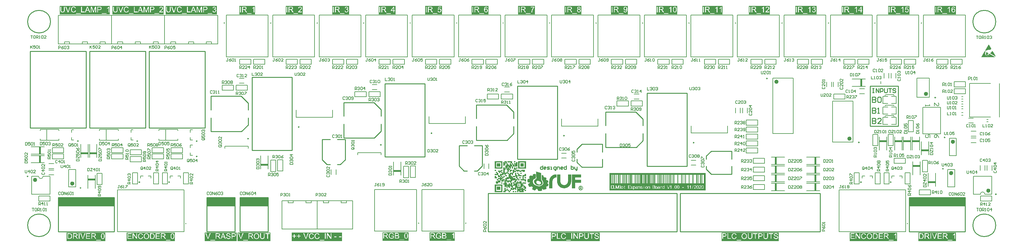
<source format=gto>
%FSLAX44Y44*%
%MOMM*%
G71*
G01*
G75*
%ADD10O,1.9000X0.6000*%
%ADD11R,1.1000X1.0000*%
%ADD12R,1.6200X1.3700*%
%ADD13R,1.0000X1.1000*%
%ADD14R,0.8000X0.9000*%
%ADD15R,0.7000X0.9000*%
%ADD16R,1.3700X1.6200*%
%ADD17R,3.0000X1.2000*%
%ADD18R,1.2000X3.0000*%
%ADD19R,5.0000X4.7500*%
%ADD20R,1.5000X1.7500*%
%ADD21R,5.5000X6.7000*%
%ADD22R,0.9500X2.2000*%
%ADD23R,4.7500X5.0000*%
%ADD24R,1.7500X1.5000*%
%ADD25R,1.1000X3.5000*%
%ADD26R,10.5000X8.6000*%
%ADD27R,0.6000X1.6000*%
%ADD28O,2.6000X0.7000*%
%ADD29R,3.6000X1.5000*%
%ADD30R,3.5000X1.5000*%
%ADD31R,0.9000X0.3000*%
%ADD32O,2.5000X0.7000*%
%ADD33R,1.2700X1.5240*%
%ADD34R,2.4000X2.0000*%
%ADD35R,2.4000X2.0000*%
%ADD36R,1.6000X0.6000*%
%ADD37C,0.3000*%
%ADD38C,0.5000*%
%ADD39C,0.4000*%
%ADD40C,0.2540*%
%ADD41C,0.7000*%
%ADD42C,2.0000*%
%ADD43C,1.9000*%
%ADD44C,1.0000*%
%ADD45C,7.0000*%
%ADD46C,2.2000*%
%ADD47R,1.5000X1.5000*%
%ADD48C,1.5000*%
%ADD49C,2.5000*%
%ADD50R,2.2000X2.2000*%
%ADD51R,3.0000X3.0000*%
%ADD52C,3.0000*%
%ADD53R,2.5000X2.5000*%
%ADD54C,1.5240*%
%ADD55R,1.5000X1.5000*%
%ADD56C,0.6500*%
%ADD57O,2.0000X1.0000*%
%ADD58O,1.6000X0.8000*%
%ADD59C,0.6000*%
%ADD60C,0.8000*%
%ADD61C,1.2000*%
%ADD62C,1.2500*%
%ADD63C,1.5000*%
%ADD64C,1.8000*%
%ADD65C,2.5000*%
%ADD66C,3.0000*%
%ADD67C,1.1000*%
%ADD68C,1.2000*%
%ADD69C,1.3000*%
%ADD70C,1.4000*%
%ADD71C,1.6000*%
%ADD72C,1.7000*%
%ADD73C,2.1000*%
%ADD74C,2.2000*%
%ADD75C,2.3000*%
%ADD76C,2.4000*%
%ADD77C,0.1500*%
%ADD78C,0.2500*%
%ADD79C,0.6000*%
%ADD80C,0.2000*%
%ADD81C,0.0508*%
%ADD82C,0.0254*%
%ADD83C,0.1270*%
%ADD84C,0.1524*%
%ADD85C,0.2032*%
%ADD86R,2.1000X0.5250*%
%ADD87R,0.5250X2.1000*%
%ADD88R,15.8969X2.5400*%
%ADD89R,8.0264X2.5400*%
G36*
X1719157Y905557D02*
X1671000D01*
Y930037D01*
X1719157D01*
Y905557D01*
D02*
G37*
G36*
X2391459D02*
X2331000D01*
Y930110D01*
X2391459D01*
Y905557D01*
D02*
G37*
G36*
X1904179Y254557D02*
X1765000D01*
Y279305D01*
X1904179D01*
Y254557D01*
D02*
G37*
G36*
X656648Y905557D02*
X510000D01*
Y930305D01*
X656648D01*
Y905557D01*
D02*
G37*
G36*
X688959Y254557D02*
X551000D01*
Y279305D01*
X688959D01*
Y254557D01*
D02*
G37*
G36*
X2207159Y400000D02*
X1932000D01*
Y450000D01*
X2207159D01*
Y400000D01*
D02*
G37*
G36*
X2524605Y905557D02*
X2464000D01*
Y930110D01*
X2524605D01*
Y905557D01*
D02*
G37*
G36*
X1489541Y255557D02*
X1418000D01*
Y280306D01*
X1489541D01*
Y255557D01*
D02*
G37*
G36*
X2923642Y254557D02*
X2816000D01*
Y279110D01*
X2923642D01*
Y254557D01*
D02*
G37*
G36*
X2126557Y905557D02*
X2066000D01*
Y930110D01*
X2126557D01*
Y905557D01*
D02*
G37*
G36*
X2417028Y254557D02*
X2253000D01*
Y279305D01*
X2417028D01*
Y254557D01*
D02*
G37*
G36*
X1985205Y905557D02*
X1937000D01*
Y930110D01*
X1985205D01*
Y905557D01*
D02*
G37*
G36*
X918081D02*
X873000D01*
Y930110D01*
X918081D01*
Y905557D01*
D02*
G37*
G36*
X489669Y254557D02*
X379000D01*
Y279110D01*
X489669D01*
Y254557D01*
D02*
G37*
G36*
X502719Y905557D02*
X359000D01*
Y930305D01*
X502719D01*
Y905557D01*
D02*
G37*
G36*
X2255530D02*
X2198000D01*
Y930110D01*
X2255530D01*
Y905557D01*
D02*
G37*
G36*
X1852205D02*
X1804000D01*
Y930110D01*
X1852205D01*
Y905557D01*
D02*
G37*
G36*
X1054010D02*
X1006000D01*
Y930110D01*
X1054010D01*
Y905557D01*
D02*
G37*
G36*
X1166890Y254557D02*
X1023000D01*
Y279305D01*
X1166890D01*
Y254557D01*
D02*
G37*
G36*
X2790728Y905557D02*
X2730000D01*
Y930110D01*
X2790728D01*
Y905557D01*
D02*
G37*
G36*
X2754932Y254557D02*
X2620000D01*
Y279305D01*
X2754932D01*
Y254557D01*
D02*
G37*
G36*
X865288Y254557D02*
X773976D01*
Y279305D01*
X865288D01*
Y254557D01*
D02*
G37*
G36*
X1320108Y905557D02*
X1272000D01*
Y930037D01*
X1320108D01*
Y905557D01*
D02*
G37*
G36*
X962217Y254557D02*
X867976D01*
Y279305D01*
X962217D01*
Y254557D01*
D02*
G37*
G36*
X2923605Y905557D02*
X2863000D01*
Y930110D01*
X2923605D01*
Y905557D01*
D02*
G37*
G36*
X1453279D02*
X1405000D01*
Y930037D01*
X1453279D01*
Y905557D01*
D02*
G37*
G36*
X808795D02*
X662000D01*
Y930305D01*
X808795D01*
Y905557D01*
D02*
G37*
G36*
X1357568Y255557D02*
X1283000D01*
Y280306D01*
X1357568D01*
Y255557D01*
D02*
G37*
G36*
X2657556Y905557D02*
X2597000D01*
Y930110D01*
X2657556D01*
Y905557D01*
D02*
G37*
G36*
X1187157D02*
X1139000D01*
Y930110D01*
X1187157D01*
Y905557D01*
D02*
G37*
G36*
X1586157D02*
X1538000D01*
Y930110D01*
X1586157D01*
Y905557D01*
D02*
G37*
%LPC*%
G36*
X390145Y928037D02*
X387997D01*
X383652Y916394D01*
X383481Y915906D01*
X383310Y915417D01*
X383164Y914978D01*
X383042Y914587D01*
X382944Y914246D01*
X382871Y913977D01*
X382846Y913879D01*
X382822Y913806D01*
X382798Y913782D01*
Y913757D01*
X382529Y914685D01*
X382383Y915124D01*
X382236Y915539D01*
X382114Y915881D01*
X382041Y916150D01*
X381992Y916247D01*
X381968Y916320D01*
X381943Y916369D01*
Y916394D01*
X377794Y928037D01*
X375475D01*
X381699Y912000D01*
X383872D01*
X390145Y928037D01*
D02*
G37*
G36*
X463300D02*
X460420D01*
X456587Y916882D01*
X456392Y916272D01*
X456197Y915759D01*
X456050Y915320D01*
X455953Y914954D01*
X455855Y914685D01*
X455782Y914490D01*
X455757Y914368D01*
X455733Y914319D01*
X455635Y914636D01*
X455513Y915027D01*
X455391Y915417D01*
X455269Y915808D01*
X455147Y916150D01*
X455049Y916418D01*
X455025Y916540D01*
X455001Y916613D01*
X454976Y916662D01*
Y916687D01*
X451168Y928037D01*
X447995D01*
Y912000D01*
X450046D01*
Y925645D01*
X454659Y912000D01*
X456563D01*
X461249Y925425D01*
Y912000D01*
X463300D01*
Y928037D01*
D02*
G37*
G36*
X399249Y928306D02*
X399005D01*
X398224Y928257D01*
X397492Y928159D01*
X396833Y927988D01*
X396540Y927915D01*
X396272Y927817D01*
X396027Y927720D01*
X395783Y927646D01*
X395588Y927549D01*
X395442Y927476D01*
X395295Y927427D01*
X395198Y927378D01*
X395149Y927329D01*
X395124D01*
X394514Y926939D01*
X393953Y926475D01*
X393489Y926011D01*
X393123Y925547D01*
X392805Y925132D01*
X392683Y924961D01*
X392586Y924815D01*
X392513Y924669D01*
X392464Y924571D01*
X392415Y924522D01*
Y924498D01*
X392098Y923790D01*
X391853Y923033D01*
X391707Y922301D01*
X391585Y921617D01*
X391536Y921300D01*
X391512Y921031D01*
X391487Y920763D01*
Y920543D01*
X391463Y920372D01*
Y920250D01*
Y920153D01*
Y920128D01*
X391487Y919274D01*
X391585Y918493D01*
X391731Y917761D01*
X391805Y917419D01*
X391878Y917126D01*
X391951Y916833D01*
X392024Y916589D01*
X392098Y916369D01*
X392171Y916174D01*
X392220Y916028D01*
X392268Y915930D01*
X392293Y915857D01*
Y915832D01*
X392635Y915124D01*
X393050Y914514D01*
X393440Y913977D01*
X393855Y913562D01*
X394197Y913221D01*
X394490Y912976D01*
X394612Y912903D01*
X394685Y912830D01*
X394734Y912805D01*
X394758Y912781D01*
X395075Y912586D01*
X395417Y912439D01*
X396101Y912171D01*
X396809Y912000D01*
X397492Y911853D01*
X397785Y911829D01*
X398078Y911780D01*
X398322Y911756D01*
X398542D01*
X398737Y911731D01*
X398981D01*
X399445Y911756D01*
X399884Y911780D01*
X400690Y911951D01*
X401056Y912049D01*
X401422Y912171D01*
X401739Y912293D01*
X402032Y912415D01*
X402301Y912537D01*
X402520Y912659D01*
X402716Y912781D01*
X402887Y912879D01*
X403033Y912976D01*
X403131Y913050D01*
X403179Y913074D01*
X403204Y913098D01*
X403521Y913367D01*
X403814Y913660D01*
X404302Y914295D01*
X404742Y914954D01*
X405059Y915613D01*
X405205Y915906D01*
X405303Y916174D01*
X405401Y916442D01*
X405498Y916638D01*
X405547Y916833D01*
X405596Y916955D01*
X405620Y917053D01*
Y917077D01*
X403497Y917614D01*
X403302Y916906D01*
X403057Y916272D01*
X402765Y915759D01*
X402496Y915320D01*
X402228Y915002D01*
X402008Y914758D01*
X401861Y914612D01*
X401837Y914587D01*
X401813Y914563D01*
X401324Y914221D01*
X400836Y913977D01*
X400323Y913782D01*
X399860Y913660D01*
X399445Y913587D01*
X399249Y913562D01*
X399103D01*
X398981Y913538D01*
X398810D01*
X398273Y913562D01*
X397761Y913660D01*
X397297Y913782D01*
X396906Y913904D01*
X396564Y914050D01*
X396296Y914148D01*
X396198Y914197D01*
X396125Y914246D01*
X396101Y914270D01*
X396076D01*
X395637Y914587D01*
X395271Y914954D01*
X394953Y915320D01*
X394685Y915710D01*
X394490Y916028D01*
X394368Y916320D01*
X394319Y916418D01*
X394270Y916491D01*
X394246Y916540D01*
Y916565D01*
X394050Y917150D01*
X393904Y917761D01*
X393806Y918371D01*
X393733Y918932D01*
X393709Y919176D01*
X393684Y919396D01*
Y919616D01*
X393660Y919787D01*
Y919933D01*
Y920031D01*
Y920104D01*
Y920128D01*
X393684Y920714D01*
X393733Y921276D01*
X393806Y921788D01*
X393904Y922252D01*
X394002Y922643D01*
X394026Y922813D01*
X394075Y922935D01*
X394099Y923057D01*
X394123Y923131D01*
X394148Y923179D01*
Y923204D01*
X394368Y923741D01*
X394636Y924229D01*
X394929Y924620D01*
X395198Y924961D01*
X395466Y925230D01*
X395686Y925425D01*
X395832Y925547D01*
X395857Y925596D01*
X395881D01*
X396369Y925889D01*
X396882Y926109D01*
X397394Y926280D01*
X397883Y926377D01*
X398322Y926450D01*
X398493Y926475D01*
X398664D01*
X398786Y926499D01*
X398957D01*
X399542Y926475D01*
X400055Y926377D01*
X400519Y926255D01*
X400885Y926109D01*
X401202Y925938D01*
X401422Y925816D01*
X401568Y925718D01*
X401617Y925694D01*
X402008Y925352D01*
X402325Y924961D01*
X402618Y924522D01*
X402838Y924107D01*
X403009Y923741D01*
X403082Y923570D01*
X403155Y923424D01*
X403204Y923302D01*
X403228Y923204D01*
X403253Y923155D01*
Y923131D01*
X405352Y923619D01*
X405059Y924400D01*
X404888Y924766D01*
X404717Y925083D01*
X404522Y925401D01*
X404327Y925694D01*
X404156Y925938D01*
X403960Y926182D01*
X403790Y926377D01*
X403619Y926548D01*
X403448Y926719D01*
X403326Y926841D01*
X403204Y926939D01*
X403131Y927012D01*
X403082Y927036D01*
X403057Y927061D01*
X402740Y927280D01*
X402423Y927476D01*
X402081Y927646D01*
X401739Y927793D01*
X401056Y928013D01*
X400421Y928159D01*
X400128Y928208D01*
X399860Y928232D01*
X399616Y928257D01*
X399420Y928281D01*
X399249Y928306D01*
D02*
G37*
G36*
X570192Y908973D02*
X557157D01*
Y907558D01*
X570192D01*
Y908973D01*
D02*
G37*
G36*
X573707Y928037D02*
X571583D01*
Y912000D01*
X581591D01*
Y913879D01*
X573707D01*
Y928037D01*
D02*
G37*
G36*
X373595D02*
X371472D01*
Y918761D01*
Y918224D01*
X371423Y917712D01*
X371374Y917272D01*
X371325Y916858D01*
X371252Y916467D01*
X371154Y916150D01*
X371057Y915857D01*
X370983Y915588D01*
X370886Y915368D01*
X370788Y915173D01*
X370715Y915027D01*
X370617Y914905D01*
X370569Y914807D01*
X370520Y914734D01*
X370471Y914709D01*
Y914685D01*
X370276Y914490D01*
X370032Y914343D01*
X369519Y914075D01*
X368982Y913904D01*
X368420Y913757D01*
X367932Y913684D01*
X367713Y913660D01*
X367517D01*
X367346Y913635D01*
X367127D01*
X366639Y913660D01*
X366199Y913709D01*
X365809Y913806D01*
X365467Y913904D01*
X365198Y913977D01*
X365003Y914075D01*
X364881Y914124D01*
X364832Y914148D01*
X364491Y914368D01*
X364222Y914612D01*
X363978Y914880D01*
X363807Y915124D01*
X363661Y915344D01*
X363563Y915515D01*
X363514Y915637D01*
X363490Y915686D01*
X363416Y915881D01*
X363368Y916101D01*
X363270Y916589D01*
X363221Y917102D01*
X363172Y917590D01*
X363148Y918054D01*
X363124Y918249D01*
Y918420D01*
Y918566D01*
Y918664D01*
Y918737D01*
Y918761D01*
Y928037D01*
X361000D01*
Y918761D01*
Y918298D01*
X361024Y917858D01*
X361049Y917443D01*
X361098Y917053D01*
X361146Y916711D01*
X361195Y916369D01*
X361244Y916076D01*
X361317Y915808D01*
X361366Y915564D01*
X361415Y915344D01*
X361464Y915149D01*
X361513Y915002D01*
X361561Y914880D01*
X361586Y914807D01*
X361610Y914758D01*
Y914734D01*
X361879Y914221D01*
X362196Y913757D01*
X362513Y913391D01*
X362855Y913074D01*
X363148Y912805D01*
X363416Y912635D01*
X363514Y912561D01*
X363563Y912537D01*
X363612Y912488D01*
X363636D01*
X364198Y912244D01*
X364832Y912049D01*
X365443Y911927D01*
X366028Y911829D01*
X366297Y911805D01*
X366541Y911780D01*
X366761Y911756D01*
X366956D01*
X367102Y911731D01*
X367322D01*
X368152Y911780D01*
X368884Y911878D01*
X369226Y911927D01*
X369519Y912000D01*
X369812Y912098D01*
X370056Y912171D01*
X370276Y912244D01*
X370495Y912342D01*
X370666Y912415D01*
X370788Y912464D01*
X370910Y912537D01*
X370983Y912561D01*
X371032Y912610D01*
X371057D01*
X371545Y912976D01*
X371984Y913343D01*
X372326Y913733D01*
X372594Y914099D01*
X372790Y914441D01*
X372936Y914685D01*
X372985Y914783D01*
X373009Y914856D01*
X373034Y914905D01*
Y914929D01*
X373229Y915490D01*
X373351Y916125D01*
X373449Y916760D01*
X373522Y917370D01*
X373546Y917663D01*
X373571Y917932D01*
Y918151D01*
X373595Y918371D01*
Y918542D01*
Y918664D01*
Y918737D01*
Y918761D01*
Y928037D01*
D02*
G37*
G36*
X624283D02*
X617717D01*
Y912000D01*
X619841D01*
Y918542D01*
X623941D01*
X624552Y918566D01*
X625113Y918590D01*
X625626Y918664D01*
X626114Y918761D01*
X626529Y918859D01*
X626919Y918981D01*
X627261Y919103D01*
X627554Y919250D01*
X627823Y919372D01*
X628042Y919494D01*
X628213Y919616D01*
X628384Y919713D01*
X628482Y919811D01*
X628555Y919884D01*
X628604Y919909D01*
X628628Y919933D01*
X628872Y920202D01*
X629067Y920495D01*
X629238Y920787D01*
X629385Y921080D01*
X629629Y921642D01*
X629775Y922203D01*
X629849Y922447D01*
X629873Y922667D01*
X629897Y922887D01*
X629922Y923057D01*
X629946Y923204D01*
Y923302D01*
Y923375D01*
Y923399D01*
X629922Y923839D01*
X629873Y924253D01*
X629800Y924620D01*
X629702Y924937D01*
X629604Y925206D01*
X629531Y925401D01*
X629482Y925523D01*
X629458Y925572D01*
X629263Y925938D01*
X629043Y926231D01*
X628823Y926499D01*
X628628Y926719D01*
X628457Y926890D01*
X628311Y927012D01*
X628189Y927085D01*
X628164Y927109D01*
X627847Y927305D01*
X627505Y927476D01*
X627188Y927598D01*
X626871Y927695D01*
X626602Y927768D01*
X626382Y927817D01*
X626236Y927866D01*
X626187D01*
X625845Y927915D01*
X625455Y927964D01*
X625040Y927988D01*
X624649Y928013D01*
X624283Y928037D01*
D02*
G37*
G36*
X649816Y928110D02*
X649596D01*
X649181Y928086D01*
X648790Y928061D01*
X648058Y927915D01*
X647741Y927842D01*
X647423Y927744D01*
X647155Y927622D01*
X646911Y927524D01*
X646691Y927402D01*
X646496Y927305D01*
X646325Y927183D01*
X646179Y927109D01*
X646081Y927036D01*
X646008Y926963D01*
X645959Y926939D01*
X645934Y926914D01*
X645690Y926670D01*
X645495Y926426D01*
X645129Y925864D01*
X644860Y925303D01*
X644665Y924742D01*
X644519Y924253D01*
X644494Y924034D01*
X644445Y923839D01*
X644421Y923692D01*
X644397Y923570D01*
Y923497D01*
Y923472D01*
X646423Y923253D01*
X646471Y923790D01*
X646569Y924253D01*
X646691Y924644D01*
X646862Y924986D01*
X647008Y925254D01*
X647155Y925450D01*
X647253Y925547D01*
X647277Y925596D01*
X647619Y925889D01*
X647985Y926109D01*
X648375Y926255D01*
X648742Y926377D01*
X649059Y926426D01*
X649303Y926450D01*
X649400Y926475D01*
X649547D01*
X650035Y926450D01*
X650474Y926353D01*
X650841Y926231D01*
X651158Y926084D01*
X651402Y925913D01*
X651597Y925791D01*
X651695Y925694D01*
X651744Y925669D01*
X652037Y925352D01*
X652232Y925010D01*
X652378Y924693D01*
X652501Y924376D01*
X652549Y924107D01*
X652574Y923887D01*
X652598Y923741D01*
Y923717D01*
Y923692D01*
X652549Y923277D01*
X652452Y922838D01*
X652305Y922447D01*
X652134Y922081D01*
X651964Y921764D01*
X651817Y921520D01*
X651768Y921422D01*
X651719Y921349D01*
X651671Y921324D01*
Y921300D01*
X651475Y921056D01*
X651256Y920787D01*
X651012Y920519D01*
X650719Y920250D01*
X650133Y919689D01*
X649547Y919128D01*
X649010Y918664D01*
X648766Y918444D01*
X648546Y918273D01*
X648375Y918102D01*
X648253Y918005D01*
X648156Y917932D01*
X648131Y917907D01*
X647545Y917394D01*
X647008Y916931D01*
X646569Y916516D01*
X646203Y916174D01*
X645910Y915881D01*
X645715Y915661D01*
X645593Y915515D01*
X645544Y915490D01*
Y915466D01*
X645227Y915076D01*
X644982Y914709D01*
X644738Y914343D01*
X644567Y914026D01*
X644421Y913733D01*
X644323Y913538D01*
X644275Y913391D01*
X644250Y913367D01*
Y913343D01*
X644177Y913098D01*
X644104Y912854D01*
X644079Y912635D01*
X644055Y912439D01*
X644030Y912269D01*
Y912122D01*
Y912024D01*
Y912000D01*
X654649D01*
Y913879D01*
X646764D01*
X647033Y914270D01*
X647301Y914587D01*
X647423Y914734D01*
X647521Y914831D01*
X647570Y914905D01*
X647594Y914929D01*
X647716Y915051D01*
X647838Y915173D01*
X648156Y915466D01*
X648546Y915808D01*
X648912Y916150D01*
X649278Y916467D01*
X649571Y916711D01*
X649693Y916809D01*
X649791Y916882D01*
X649840Y916931D01*
X649864Y916955D01*
X650255Y917297D01*
X650597Y917590D01*
X650938Y917883D01*
X651231Y918151D01*
X651500Y918420D01*
X651744Y918639D01*
X651988Y918859D01*
X652183Y919054D01*
X652354Y919225D01*
X652501Y919372D01*
X652720Y919591D01*
X652842Y919738D01*
X652891Y919787D01*
X653208Y920177D01*
X653501Y920519D01*
X653721Y920861D01*
X653892Y921153D01*
X654038Y921398D01*
X654136Y921569D01*
X654185Y921691D01*
X654209Y921739D01*
X654356Y922081D01*
X654453Y922423D01*
X654527Y922740D01*
X654575Y923033D01*
X654600Y923277D01*
X654624Y923472D01*
Y923595D01*
Y923643D01*
X654600Y923985D01*
X654575Y924327D01*
X654404Y924937D01*
X654185Y925474D01*
X653941Y925938D01*
X653697Y926304D01*
X653575Y926450D01*
X653477Y926597D01*
X653379Y926694D01*
X653306Y926768D01*
X653282Y926792D01*
X653257Y926816D01*
X652989Y927036D01*
X652720Y927256D01*
X652427Y927427D01*
X652110Y927573D01*
X651500Y927793D01*
X650914Y927939D01*
X650645Y928013D01*
X650401Y928037D01*
X650182Y928061D01*
X649986Y928086D01*
X649816Y928110D01*
D02*
G37*
G36*
X643615Y908973D02*
X630581D01*
Y907558D01*
X643615D01*
Y908973D01*
D02*
G37*
G36*
X541145Y928037D02*
X538997D01*
X534652Y916394D01*
X534481Y915906D01*
X534310Y915417D01*
X534164Y914978D01*
X534042Y914587D01*
X533944Y914246D01*
X533871Y913977D01*
X533846Y913879D01*
X533822Y913806D01*
X533798Y913782D01*
Y913757D01*
X533529Y914685D01*
X533383Y915124D01*
X533236Y915539D01*
X533114Y915881D01*
X533041Y916150D01*
X532992Y916247D01*
X532968Y916320D01*
X532943Y916369D01*
Y916394D01*
X528794Y928037D01*
X526475D01*
X532699Y912000D01*
X534872D01*
X541145Y928037D01*
D02*
G37*
G36*
X590818D02*
X588499D01*
X582372Y912000D01*
X584618D01*
X586351Y916858D01*
X593088D01*
X594943Y912000D01*
X597335D01*
X590818Y928037D01*
D02*
G37*
G36*
X524595D02*
X522472D01*
Y918761D01*
Y918224D01*
X522423Y917712D01*
X522374Y917272D01*
X522325Y916858D01*
X522252Y916467D01*
X522154Y916150D01*
X522057Y915857D01*
X521983Y915588D01*
X521886Y915368D01*
X521788Y915173D01*
X521715Y915027D01*
X521617Y914905D01*
X521568Y914807D01*
X521520Y914734D01*
X521471Y914709D01*
Y914685D01*
X521276Y914490D01*
X521031Y914343D01*
X520519Y914075D01*
X519982Y913904D01*
X519420Y913757D01*
X518932Y913684D01*
X518713Y913660D01*
X518517D01*
X518346Y913635D01*
X518127D01*
X517639Y913660D01*
X517199Y913709D01*
X516809Y913806D01*
X516467Y913904D01*
X516198Y913977D01*
X516003Y914075D01*
X515881Y914124D01*
X515832Y914148D01*
X515490Y914368D01*
X515222Y914612D01*
X514978Y914880D01*
X514807Y915124D01*
X514661Y915344D01*
X514563Y915515D01*
X514514Y915637D01*
X514490Y915686D01*
X514417Y915881D01*
X514368Y916101D01*
X514270Y916589D01*
X514221Y917102D01*
X514172Y917590D01*
X514148Y918054D01*
X514124Y918249D01*
Y918420D01*
Y918566D01*
Y918664D01*
Y918737D01*
Y918761D01*
Y928037D01*
X512000D01*
Y918761D01*
Y918298D01*
X512024Y917858D01*
X512049Y917443D01*
X512098Y917053D01*
X512146Y916711D01*
X512195Y916369D01*
X512244Y916076D01*
X512317Y915808D01*
X512366Y915564D01*
X512415Y915344D01*
X512464Y915149D01*
X512513Y915002D01*
X512561Y914880D01*
X512586Y914807D01*
X512610Y914758D01*
Y914734D01*
X512879Y914221D01*
X513196Y913757D01*
X513513Y913391D01*
X513855Y913074D01*
X514148Y912805D01*
X514417Y912635D01*
X514514Y912561D01*
X514563Y912537D01*
X514612Y912488D01*
X514636D01*
X515198Y912244D01*
X515832Y912049D01*
X516442Y911927D01*
X517028Y911829D01*
X517297Y911805D01*
X517541Y911780D01*
X517761Y911756D01*
X517956D01*
X518102Y911731D01*
X518322D01*
X519152Y911780D01*
X519884Y911878D01*
X520226Y911927D01*
X520519Y912000D01*
X520812Y912098D01*
X521056Y912171D01*
X521276Y912244D01*
X521495Y912342D01*
X521666Y912415D01*
X521788Y912464D01*
X521910Y912537D01*
X521983Y912561D01*
X522032Y912610D01*
X522057D01*
X522545Y912976D01*
X522984Y913343D01*
X523326Y913733D01*
X523595Y914099D01*
X523790Y914441D01*
X523936Y914685D01*
X523985Y914783D01*
X524009Y914856D01*
X524034Y914905D01*
Y914929D01*
X524229Y915490D01*
X524351Y916125D01*
X524449Y916760D01*
X524522Y917370D01*
X524546Y917663D01*
X524571Y917932D01*
Y918151D01*
X524595Y918371D01*
Y918542D01*
Y918664D01*
Y918737D01*
Y918761D01*
Y928037D01*
D02*
G37*
G36*
X1350564Y278110D02*
X1350344D01*
X1349709Y278061D01*
X1349148Y277964D01*
X1348635Y277817D01*
X1348220Y277646D01*
X1347879Y277451D01*
X1347634Y277305D01*
X1347537Y277256D01*
X1347464Y277207D01*
X1347439Y277158D01*
X1347415D01*
X1347000Y276768D01*
X1346658Y276353D01*
X1346365Y275913D01*
X1346121Y275474D01*
X1345926Y275083D01*
X1345853Y274913D01*
X1345804Y274766D01*
X1345755Y274644D01*
X1345706Y274546D01*
X1345682Y274498D01*
Y274473D01*
X1345584Y274132D01*
X1345486Y273790D01*
X1345364Y273033D01*
X1345267Y272276D01*
X1345194Y271544D01*
X1345169Y271202D01*
X1345145Y270885D01*
Y270616D01*
X1345120Y270372D01*
Y270177D01*
Y270031D01*
Y269933D01*
Y269909D01*
X1345145Y269103D01*
X1345194Y268322D01*
X1345267Y267639D01*
X1345364Y266980D01*
X1345486Y266394D01*
X1345609Y265857D01*
X1345755Y265368D01*
X1345901Y264953D01*
X1346048Y264563D01*
X1346194Y264246D01*
X1346316Y263977D01*
X1346438Y263757D01*
X1346536Y263587D01*
X1346609Y263465D01*
X1346658Y263391D01*
X1346682Y263367D01*
X1346951Y263074D01*
X1347220Y262830D01*
X1347513Y262610D01*
X1347830Y262415D01*
X1348123Y262269D01*
X1348440Y262122D01*
X1349026Y261927D01*
X1349294Y261878D01*
X1349538Y261829D01*
X1349758Y261780D01*
X1349953Y261756D01*
X1350124Y261731D01*
X1350344D01*
X1350979Y261780D01*
X1351540Y261878D01*
X1352028Y262024D01*
X1352468Y262195D01*
X1352785Y262366D01*
X1353053Y262513D01*
X1353127Y262586D01*
X1353200Y262610D01*
X1353224Y262659D01*
X1353249D01*
X1353664Y263050D01*
X1354005Y263489D01*
X1354298Y263928D01*
X1354542Y264368D01*
X1354738Y264758D01*
X1354811Y264905D01*
X1354884Y265051D01*
X1354933Y265173D01*
X1354957Y265271D01*
X1354982Y265320D01*
Y265344D01*
X1355079Y265686D01*
X1355177Y266028D01*
X1355323Y266784D01*
X1355421Y267541D01*
X1355494Y268273D01*
X1355519Y268615D01*
X1355543Y268932D01*
Y269201D01*
X1355568Y269445D01*
Y269640D01*
Y269787D01*
Y269884D01*
Y269909D01*
X1355543Y270763D01*
Y271129D01*
X1355519Y271495D01*
X1355494Y271837D01*
X1355446Y272154D01*
X1355421Y272423D01*
X1355397Y272691D01*
X1355348Y272911D01*
X1355323Y273131D01*
X1355299Y273302D01*
X1355250Y273424D01*
X1355226Y273546D01*
Y273619D01*
X1355201Y273668D01*
Y273692D01*
X1355055Y274205D01*
X1354884Y274669D01*
X1354713Y275083D01*
X1354567Y275425D01*
X1354420Y275694D01*
X1354298Y275913D01*
X1354225Y276035D01*
X1354201Y276084D01*
X1353957Y276426D01*
X1353688Y276719D01*
X1353419Y276987D01*
X1353175Y277207D01*
X1352931Y277353D01*
X1352760Y277475D01*
X1352638Y277549D01*
X1352590Y277573D01*
X1352224Y277744D01*
X1351833Y277890D01*
X1351442Y277988D01*
X1351101Y278037D01*
X1350808Y278086D01*
X1350564Y278110D01*
D02*
G37*
G36*
X1344437Y258973D02*
X1331402D01*
Y257558D01*
X1344437D01*
Y258973D01*
D02*
G37*
G36*
X1292445Y278037D02*
X1285000D01*
Y262000D01*
X1287124D01*
Y269128D01*
X1289857D01*
X1290102Y269103D01*
X1290297D01*
X1290468Y269079D01*
X1290590Y269054D01*
X1290687D01*
X1290736Y269030D01*
X1290761D01*
X1291127Y268908D01*
X1291420Y268761D01*
X1291542Y268688D01*
X1291639Y268639D01*
X1291688Y268615D01*
X1291713Y268591D01*
X1291908Y268468D01*
X1292079Y268298D01*
X1292445Y267956D01*
X1292567Y267785D01*
X1292689Y267639D01*
X1292762Y267541D01*
X1292787Y267516D01*
X1293031Y267199D01*
X1293275Y266857D01*
X1293543Y266491D01*
X1293787Y266125D01*
X1294007Y265808D01*
X1294178Y265564D01*
X1294227Y265466D01*
X1294276Y265393D01*
X1294324Y265344D01*
Y265320D01*
X1296448Y262000D01*
X1299109D01*
X1296326Y266345D01*
X1296009Y266809D01*
X1295691Y267224D01*
X1295398Y267590D01*
X1295130Y267907D01*
X1294910Y268151D01*
X1294739Y268346D01*
X1294617Y268444D01*
X1294568Y268493D01*
X1294398Y268639D01*
X1294178Y268786D01*
X1293763Y269054D01*
X1293592Y269152D01*
X1293446Y269225D01*
X1293348Y269274D01*
X1293299Y269298D01*
X1293714Y269372D01*
X1294105Y269445D01*
X1294471Y269543D01*
X1294788Y269664D01*
X1295105Y269787D01*
X1295374Y269909D01*
X1295643Y270031D01*
X1295862Y270153D01*
X1296057Y270275D01*
X1296228Y270372D01*
X1296375Y270494D01*
X1296497Y270568D01*
X1296570Y270665D01*
X1296643Y270714D01*
X1296692Y270763D01*
X1296887Y270983D01*
X1297058Y271227D01*
X1297351Y271715D01*
X1297546Y272179D01*
X1297668Y272642D01*
X1297766Y273033D01*
X1297791Y273204D01*
Y273350D01*
X1297815Y273472D01*
Y273570D01*
Y273619D01*
Y273643D01*
X1297791Y274132D01*
X1297717Y274571D01*
X1297595Y274986D01*
X1297473Y275352D01*
X1297351Y275645D01*
X1297229Y275865D01*
X1297156Y276011D01*
X1297132Y276060D01*
X1296863Y276450D01*
X1296570Y276768D01*
X1296277Y277036D01*
X1295984Y277231D01*
X1295740Y277402D01*
X1295545Y277524D01*
X1295398Y277573D01*
X1295374Y277598D01*
X1295350D01*
X1295130Y277671D01*
X1294886Y277744D01*
X1294373Y277842D01*
X1293836Y277939D01*
X1293324Y277988D01*
X1292835Y278013D01*
X1292640D01*
X1292445Y278037D01*
D02*
G37*
G36*
X1308897Y278305D02*
X1308604D01*
X1307725Y278257D01*
X1306944Y278159D01*
X1306212Y277988D01*
X1305894Y277890D01*
X1305602Y277817D01*
X1305333Y277720D01*
X1305089Y277622D01*
X1304869Y277549D01*
X1304698Y277451D01*
X1304576Y277402D01*
X1304454Y277353D01*
X1304406Y277305D01*
X1304381D01*
X1304039Y277109D01*
X1303746Y276890D01*
X1303161Y276426D01*
X1302697Y275938D01*
X1302282Y275450D01*
X1301989Y274986D01*
X1301867Y274815D01*
X1301745Y274644D01*
X1301672Y274498D01*
X1301623Y274400D01*
X1301574Y274327D01*
Y274302D01*
X1301257Y273546D01*
X1301013Y272764D01*
X1300842Y272032D01*
X1300720Y271349D01*
X1300671Y271056D01*
X1300646Y270787D01*
X1300622Y270543D01*
Y270324D01*
X1300598Y270153D01*
Y270031D01*
Y269957D01*
Y269933D01*
X1300646Y269079D01*
X1300744Y268273D01*
X1300915Y267541D01*
X1300988Y267199D01*
X1301086Y266906D01*
X1301183Y266613D01*
X1301257Y266369D01*
X1301354Y266150D01*
X1301427Y265979D01*
X1301476Y265832D01*
X1301525Y265735D01*
X1301574Y265661D01*
Y265637D01*
X1301989Y264978D01*
X1302453Y264392D01*
X1302917Y263880D01*
X1303405Y263465D01*
X1303820Y263147D01*
X1303990Y263025D01*
X1304161Y262927D01*
X1304283Y262830D01*
X1304406Y262781D01*
X1304454Y262757D01*
X1304479Y262732D01*
X1305211Y262390D01*
X1305968Y262146D01*
X1306676Y261976D01*
X1307359Y261854D01*
X1307652Y261805D01*
X1307920Y261780D01*
X1308165Y261756D01*
X1308384D01*
X1308555Y261731D01*
X1308775D01*
X1309409Y261756D01*
X1310044Y261829D01*
X1310605Y261927D01*
X1311118Y262049D01*
X1311338Y262098D01*
X1311557Y262146D01*
X1311728Y262195D01*
X1311875Y262244D01*
X1311997Y262293D01*
X1312094Y262317D01*
X1312143Y262342D01*
X1312168D01*
X1312778Y262610D01*
X1313388Y262903D01*
X1313925Y263221D01*
X1314413Y263513D01*
X1314828Y263806D01*
X1314999Y263904D01*
X1315146Y264026D01*
X1315268Y264099D01*
X1315341Y264172D01*
X1315390Y264197D01*
X1315414Y264221D01*
Y270177D01*
X1308628D01*
Y268298D01*
X1313339D01*
Y265271D01*
X1313046Y265051D01*
X1312729Y264832D01*
X1312412Y264636D01*
X1312094Y264465D01*
X1311801Y264319D01*
X1311557Y264221D01*
X1311460Y264172D01*
X1311387Y264148D01*
X1311362Y264124D01*
X1311338D01*
X1310850Y263953D01*
X1310361Y263831D01*
X1309898Y263733D01*
X1309507Y263684D01*
X1309165Y263635D01*
X1308897Y263611D01*
X1308653D01*
X1308067Y263635D01*
X1307505Y263709D01*
X1307017Y263831D01*
X1306553Y263953D01*
X1306187Y264075D01*
X1306017Y264148D01*
X1305894Y264197D01*
X1305797Y264221D01*
X1305724Y264270D01*
X1305675Y264294D01*
X1305650D01*
X1305162Y264587D01*
X1304723Y264929D01*
X1304357Y265295D01*
X1304064Y265637D01*
X1303844Y265954D01*
X1303673Y266198D01*
X1303600Y266296D01*
X1303551Y266369D01*
X1303527Y266418D01*
Y266443D01*
X1303283Y267028D01*
X1303112Y267614D01*
X1302965Y268224D01*
X1302892Y268810D01*
X1302868Y269054D01*
X1302843Y269298D01*
X1302819Y269518D01*
Y269689D01*
X1302794Y269860D01*
Y269957D01*
Y270031D01*
Y270055D01*
X1302819Y270690D01*
X1302892Y271300D01*
X1302990Y271837D01*
X1303112Y272325D01*
X1303209Y272716D01*
X1303258Y272887D01*
X1303307Y273009D01*
X1303356Y273131D01*
X1303380Y273204D01*
X1303405Y273253D01*
Y273277D01*
X1303551Y273594D01*
X1303698Y273887D01*
X1303869Y274156D01*
X1304039Y274400D01*
X1304186Y274595D01*
X1304308Y274742D01*
X1304381Y274839D01*
X1304406Y274864D01*
X1304674Y275132D01*
X1304942Y275352D01*
X1305235Y275547D01*
X1305504Y275718D01*
X1305748Y275865D01*
X1305943Y275962D01*
X1306065Y276011D01*
X1306114Y276035D01*
X1306529Y276182D01*
X1306944Y276304D01*
X1307383Y276377D01*
X1307774Y276450D01*
X1308116Y276475D01*
X1308384Y276499D01*
X1308628D01*
X1309068Y276475D01*
X1309483Y276426D01*
X1309849Y276353D01*
X1310166Y276280D01*
X1310435Y276206D01*
X1310654Y276133D01*
X1310776Y276084D01*
X1310825Y276060D01*
X1311191Y275889D01*
X1311484Y275718D01*
X1311753Y275523D01*
X1311972Y275352D01*
X1312143Y275181D01*
X1312265Y275059D01*
X1312339Y274961D01*
X1312363Y274937D01*
X1312558Y274644D01*
X1312729Y274327D01*
X1312876Y274009D01*
X1312998Y273717D01*
X1313095Y273424D01*
X1313193Y273204D01*
X1313217Y273057D01*
X1313242Y273033D01*
Y273009D01*
X1315170Y273546D01*
X1314999Y274132D01*
X1314804Y274644D01*
X1314609Y275083D01*
X1314413Y275450D01*
X1314218Y275767D01*
X1314072Y275987D01*
X1313974Y276109D01*
X1313949Y276157D01*
X1313632Y276524D01*
X1313266Y276817D01*
X1312900Y277085D01*
X1312534Y277305D01*
X1312216Y277500D01*
X1311972Y277622D01*
X1311875Y277671D01*
X1311801Y277695D01*
X1311753Y277720D01*
X1311728D01*
X1311191Y277915D01*
X1310654Y278061D01*
X1310117Y278159D01*
X1309653Y278232D01*
X1309238Y278281D01*
X1309043D01*
X1308897Y278305D01*
D02*
G37*
G36*
X1324738Y278037D02*
X1318441D01*
Y262000D01*
X1325105D01*
X1325593Y262049D01*
X1326032Y262073D01*
X1326423Y262122D01*
X1326716Y262171D01*
X1326935Y262195D01*
X1327082Y262244D01*
X1327131D01*
X1327497Y262366D01*
X1327838Y262488D01*
X1328156Y262610D01*
X1328400Y262732D01*
X1328620Y262854D01*
X1328766Y262952D01*
X1328864Y263001D01*
X1328888Y263025D01*
X1329132Y263245D01*
X1329376Y263489D01*
X1329572Y263733D01*
X1329742Y263977D01*
X1329865Y264197D01*
X1329987Y264368D01*
X1330035Y264490D01*
X1330060Y264539D01*
X1330231Y264905D01*
X1330353Y265271D01*
X1330426Y265637D01*
X1330499Y265954D01*
X1330524Y266223D01*
X1330548Y266443D01*
Y266589D01*
Y266638D01*
X1330524Y267150D01*
X1330426Y267614D01*
X1330304Y268005D01*
X1330157Y268371D01*
X1329987Y268664D01*
X1329865Y268883D01*
X1329767Y269006D01*
X1329742Y269054D01*
X1329425Y269420D01*
X1329059Y269713D01*
X1328693Y269957D01*
X1328327Y270177D01*
X1328009Y270324D01*
X1327741Y270446D01*
X1327643Y270470D01*
X1327570Y270494D01*
X1327521Y270519D01*
X1327497D01*
X1327912Y270739D01*
X1328253Y270983D01*
X1328546Y271202D01*
X1328790Y271446D01*
X1328961Y271642D01*
X1329108Y271813D01*
X1329181Y271910D01*
X1329205Y271959D01*
X1329401Y272301D01*
X1329523Y272667D01*
X1329620Y272984D01*
X1329694Y273277D01*
X1329742Y273546D01*
X1329767Y273741D01*
Y273863D01*
Y273912D01*
X1329742Y274327D01*
X1329669Y274717D01*
X1329572Y275059D01*
X1329449Y275376D01*
X1329328Y275645D01*
X1329230Y275865D01*
X1329157Y275987D01*
X1329132Y276035D01*
X1328864Y276402D01*
X1328595Y276694D01*
X1328302Y276963D01*
X1328009Y277183D01*
X1327765Y277329D01*
X1327570Y277451D01*
X1327424Y277524D01*
X1327399Y277549D01*
X1327375D01*
X1326935Y277720D01*
X1326447Y277842D01*
X1325959Y277915D01*
X1325495Y277988D01*
X1325080Y278013D01*
X1324909D01*
X1324738Y278037D01*
D02*
G37*
G36*
X884646Y277037D02*
X882498D01*
X878153Y265394D01*
X877982Y264905D01*
X877811Y264417D01*
X877665Y263978D01*
X877542Y263587D01*
X877445Y263246D01*
X877372Y262977D01*
X877347Y262880D01*
X877323Y262806D01*
X877298Y262782D01*
Y262757D01*
X877030Y263685D01*
X876883Y264124D01*
X876737Y264539D01*
X876615Y264881D01*
X876542Y265150D01*
X876493Y265247D01*
X876469Y265320D01*
X876444Y265369D01*
Y265394D01*
X872294Y277037D01*
X869976D01*
X876200Y261000D01*
X878372D01*
X884646Y277037D01*
D02*
G37*
G36*
X922407Y277306D02*
X922187D01*
X921577Y277281D01*
X920967Y277208D01*
X920405Y277086D01*
X919893Y276964D01*
X919405Y276768D01*
X918941Y276598D01*
X918526Y276378D01*
X918135Y276183D01*
X917794Y275963D01*
X917501Y275743D01*
X917257Y275572D01*
X917037Y275401D01*
X916866Y275255D01*
X916744Y275133D01*
X916671Y275060D01*
X916646Y275035D01*
X916280Y274596D01*
X915938Y274132D01*
X915670Y273620D01*
X915426Y273107D01*
X915206Y272595D01*
X915035Y272082D01*
X914913Y271569D01*
X914791Y271081D01*
X914694Y270593D01*
X914645Y270178D01*
X914596Y269787D01*
X914547Y269446D01*
Y269177D01*
X914523Y268958D01*
Y268835D01*
Y268787D01*
X914572Y268006D01*
X914669Y267273D01*
X914816Y266590D01*
X914889Y266297D01*
X914986Y266004D01*
X915060Y265735D01*
X915133Y265491D01*
X915206Y265296D01*
X915279Y265125D01*
X915353Y264979D01*
X915377Y264881D01*
X915426Y264808D01*
Y264783D01*
X915816Y264124D01*
X916231Y263514D01*
X916695Y263026D01*
X917135Y262587D01*
X917525Y262245D01*
X917696Y262123D01*
X917842Y262001D01*
X917964Y261928D01*
X918062Y261854D01*
X918111Y261830D01*
X918135Y261805D01*
X918477Y261610D01*
X918819Y261464D01*
X919527Y261195D01*
X920210Y261000D01*
X920820Y260878D01*
X921113Y260829D01*
X921382Y260780D01*
X921601Y260756D01*
X921797D01*
X921968Y260732D01*
X922187D01*
X922944Y260780D01*
X923676Y260878D01*
X924335Y261049D01*
X924897Y261220D01*
X925165Y261317D01*
X925385Y261390D01*
X925580Y261488D01*
X925751Y261561D01*
X925898Y261610D01*
X925995Y261659D01*
X926044Y261708D01*
X926068D01*
X926703Y262123D01*
X927264Y262587D01*
X927753Y263075D01*
X928143Y263539D01*
X928436Y263953D01*
X928558Y264149D01*
X928680Y264295D01*
X928753Y264442D01*
X928802Y264539D01*
X928851Y264588D01*
Y264613D01*
X929193Y265345D01*
X929437Y266102D01*
X929608Y266834D01*
X929730Y267517D01*
X929779Y267835D01*
X929803Y268103D01*
X929827Y268347D01*
Y268567D01*
X929852Y268738D01*
Y268884D01*
Y268958D01*
Y268982D01*
X929803Y269861D01*
X929705Y270666D01*
X929559Y271398D01*
X929461Y271716D01*
X929388Y272033D01*
X929290Y272302D01*
X929193Y272546D01*
X929120Y272765D01*
X929046Y272936D01*
X928997Y273083D01*
X928949Y273180D01*
X928900Y273253D01*
Y273278D01*
X928509Y273961D01*
X928094Y274547D01*
X927631Y275060D01*
X927191Y275475D01*
X926801Y275792D01*
X926630Y275938D01*
X926483Y276036D01*
X926361Y276134D01*
X926264Y276183D01*
X926215Y276231D01*
X926190D01*
X925849Y276427D01*
X925507Y276598D01*
X924824Y276842D01*
X924140Y277037D01*
X923530Y277183D01*
X923237Y277208D01*
X922993Y277257D01*
X922749Y277281D01*
X922553D01*
X922407Y277306D01*
D02*
G37*
G36*
X897534Y257973D02*
X884499D01*
Y256558D01*
X897534D01*
Y257973D01*
D02*
G37*
G36*
X906492Y277037D02*
X899047D01*
Y261000D01*
X901171D01*
Y268127D01*
X903905D01*
X904149Y268103D01*
X904344D01*
X904515Y268079D01*
X904637Y268054D01*
X904735D01*
X904783Y268030D01*
X904808D01*
X905174Y267908D01*
X905467Y267761D01*
X905589Y267688D01*
X905687Y267639D01*
X905735Y267615D01*
X905760Y267591D01*
X905955Y267468D01*
X906126Y267298D01*
X906492Y266956D01*
X906614Y266785D01*
X906736Y266639D01*
X906809Y266541D01*
X906834Y266516D01*
X907078Y266199D01*
X907322Y265858D01*
X907590Y265491D01*
X907835Y265125D01*
X908054Y264808D01*
X908225Y264564D01*
X908274Y264466D01*
X908323Y264393D01*
X908372Y264344D01*
Y264320D01*
X910495Y261000D01*
X913156D01*
X910373Y265345D01*
X910056Y265809D01*
X909738Y266224D01*
X909446Y266590D01*
X909177Y266907D01*
X908957Y267151D01*
X908786Y267346D01*
X908664Y267444D01*
X908616Y267493D01*
X908445Y267639D01*
X908225Y267786D01*
X907810Y268054D01*
X907639Y268152D01*
X907493Y268225D01*
X907395Y268274D01*
X907346Y268298D01*
X907761Y268372D01*
X908152Y268445D01*
X908518Y268542D01*
X908835Y268664D01*
X909153Y268787D01*
X909421Y268909D01*
X909690Y269031D01*
X909909Y269153D01*
X910105Y269275D01*
X910275Y269372D01*
X910422Y269494D01*
X910544Y269568D01*
X910617Y269665D01*
X910691Y269714D01*
X910739Y269763D01*
X910935Y269983D01*
X911105Y270227D01*
X911398Y270715D01*
X911594Y271179D01*
X911716Y271642D01*
X911813Y272033D01*
X911838Y272204D01*
Y272350D01*
X911862Y272472D01*
Y272570D01*
Y272619D01*
Y272643D01*
X911838Y273132D01*
X911765Y273571D01*
X911642Y273986D01*
X911520Y274352D01*
X911398Y274645D01*
X911276Y274865D01*
X911203Y275011D01*
X911179Y275060D01*
X910910Y275450D01*
X910617Y275768D01*
X910324Y276036D01*
X910031Y276231D01*
X909787Y276402D01*
X909592Y276524D01*
X909446Y276573D01*
X909421Y276598D01*
X909397D01*
X909177Y276671D01*
X908933Y276744D01*
X908420Y276842D01*
X907883Y276939D01*
X907371Y276988D01*
X906883Y277013D01*
X906687D01*
X906492Y277037D01*
D02*
G37*
G36*
X945205D02*
X943082D01*
Y267761D01*
Y267224D01*
X943033Y266712D01*
X942984Y266272D01*
X942935Y265858D01*
X942862Y265467D01*
X942764Y265150D01*
X942667Y264857D01*
X942594Y264588D01*
X942496Y264368D01*
X942398Y264173D01*
X942325Y264027D01*
X942227Y263905D01*
X942179Y263807D01*
X942130Y263734D01*
X942081Y263709D01*
Y263685D01*
X941886Y263490D01*
X941642Y263343D01*
X941129Y263075D01*
X940592Y262904D01*
X940031Y262757D01*
X939542Y262684D01*
X939323Y262660D01*
X939127D01*
X938957Y262635D01*
X938737D01*
X938249Y262660D01*
X937809Y262709D01*
X937419Y262806D01*
X937077Y262904D01*
X936808Y262977D01*
X936613Y263075D01*
X936491Y263124D01*
X936442Y263148D01*
X936101Y263368D01*
X935832Y263612D01*
X935588Y263880D01*
X935417Y264124D01*
X935271Y264344D01*
X935173Y264515D01*
X935124Y264637D01*
X935100Y264686D01*
X935027Y264881D01*
X934978Y265101D01*
X934880Y265589D01*
X934831Y266102D01*
X934783Y266590D01*
X934758Y267054D01*
X934734Y267249D01*
Y267420D01*
Y267566D01*
Y267664D01*
Y267737D01*
Y267761D01*
Y277037D01*
X932610D01*
Y267761D01*
Y267298D01*
X932635Y266858D01*
X932659Y266443D01*
X932708Y266053D01*
X932757Y265711D01*
X932805Y265369D01*
X932854Y265076D01*
X932927Y264808D01*
X932976Y264564D01*
X933025Y264344D01*
X933074Y264149D01*
X933123Y264002D01*
X933171Y263880D01*
X933196Y263807D01*
X933220Y263758D01*
Y263734D01*
X933489Y263221D01*
X933806Y262757D01*
X934124Y262391D01*
X934465Y262074D01*
X934758Y261805D01*
X935027Y261635D01*
X935124Y261561D01*
X935173Y261537D01*
X935222Y261488D01*
X935246D01*
X935808Y261244D01*
X936442Y261049D01*
X937053Y260927D01*
X937638Y260829D01*
X937907Y260805D01*
X938151Y260780D01*
X938371Y260756D01*
X938566D01*
X938712Y260732D01*
X938932D01*
X939762Y260780D01*
X940494Y260878D01*
X940836Y260927D01*
X941129Y261000D01*
X941422Y261098D01*
X941666Y261171D01*
X941886Y261244D01*
X942105Y261342D01*
X942276Y261415D01*
X942398Y261464D01*
X942520Y261537D01*
X942594Y261561D01*
X942642Y261610D01*
X942667D01*
X943155Y261976D01*
X943594Y262342D01*
X943936Y262733D01*
X944205Y263099D01*
X944400Y263441D01*
X944546Y263685D01*
X944595Y263783D01*
X944620Y263856D01*
X944644Y263905D01*
Y263929D01*
X944839Y264491D01*
X944961Y265125D01*
X945059Y265760D01*
X945132Y266370D01*
X945157Y266663D01*
X945181Y266931D01*
Y267151D01*
X945205Y267371D01*
Y267542D01*
Y267664D01*
Y267737D01*
Y267761D01*
Y277037D01*
D02*
G37*
G36*
X960217D02*
X947549D01*
Y275157D01*
X952821D01*
Y261000D01*
X954945D01*
Y275157D01*
X960217D01*
Y277037D01*
D02*
G37*
G36*
X422707Y928037D02*
X420583D01*
Y912000D01*
X430591D01*
Y913879D01*
X422707D01*
Y928037D01*
D02*
G37*
G36*
X492616Y908973D02*
X479581D01*
Y907558D01*
X492616D01*
Y908973D01*
D02*
G37*
G36*
X439818Y928037D02*
X437499D01*
X431372Y912000D01*
X433618D01*
X435351Y916858D01*
X442088D01*
X443943Y912000D01*
X446335D01*
X439818Y928037D01*
D02*
G37*
G36*
X500719Y928110D02*
X499426D01*
X499206Y927720D01*
X498937Y927329D01*
X498645Y926963D01*
X498352Y926621D01*
X498083Y926353D01*
X497864Y926133D01*
X497717Y925987D01*
X497693Y925962D01*
X497668Y925938D01*
X497204Y925547D01*
X496716Y925181D01*
X496228Y924864D01*
X495789Y924595D01*
X495398Y924376D01*
X495227Y924302D01*
X495081Y924229D01*
X494983Y924156D01*
X494885Y924107D01*
X494837Y924083D01*
X494812D01*
Y922154D01*
X495154Y922301D01*
X495520Y922472D01*
X495862Y922618D01*
X496179Y922789D01*
X496448Y922935D01*
X496667Y923057D01*
X496814Y923155D01*
X496838Y923179D01*
X496863D01*
X497278Y923424D01*
X497644Y923692D01*
X497961Y923912D01*
X498230Y924131D01*
X498449Y924302D01*
X498620Y924424D01*
X498718Y924522D01*
X498742Y924546D01*
Y912000D01*
X500719D01*
Y928110D01*
D02*
G37*
G36*
X473283Y928037D02*
X466717D01*
Y912000D01*
X468841D01*
Y918542D01*
X472942D01*
X473552Y918566D01*
X474113Y918590D01*
X474626Y918664D01*
X475114Y918761D01*
X475529Y918859D01*
X475919Y918981D01*
X476261Y919103D01*
X476554Y919250D01*
X476823Y919372D01*
X477042Y919494D01*
X477213Y919616D01*
X477384Y919713D01*
X477482Y919811D01*
X477555Y919884D01*
X477604Y919909D01*
X477628Y919933D01*
X477872Y920202D01*
X478068Y920495D01*
X478238Y920787D01*
X478385Y921080D01*
X478629Y921642D01*
X478775Y922203D01*
X478849Y922447D01*
X478873Y922667D01*
X478897Y922887D01*
X478922Y923057D01*
X478946Y923204D01*
Y923302D01*
Y923375D01*
Y923399D01*
X478922Y923839D01*
X478873Y924253D01*
X478800Y924620D01*
X478702Y924937D01*
X478605Y925206D01*
X478531Y925401D01*
X478482Y925523D01*
X478458Y925572D01*
X478263Y925938D01*
X478043Y926231D01*
X477823Y926499D01*
X477628Y926719D01*
X477457Y926890D01*
X477311Y927012D01*
X477189Y927085D01*
X477164Y927109D01*
X476847Y927305D01*
X476505Y927476D01*
X476188Y927598D01*
X475871Y927695D01*
X475602Y927768D01*
X475382Y927817D01*
X475236Y927866D01*
X475187D01*
X474845Y927915D01*
X474455Y927964D01*
X474040Y927988D01*
X473649Y928013D01*
X473283Y928037D01*
D02*
G37*
G36*
X419192Y908973D02*
X406157D01*
Y907558D01*
X419192D01*
Y908973D01*
D02*
G37*
G36*
X1427445Y278037D02*
X1420000D01*
Y262000D01*
X1422124D01*
Y269128D01*
X1424857D01*
X1425101Y269103D01*
X1425297D01*
X1425468Y269079D01*
X1425590Y269054D01*
X1425687D01*
X1425736Y269030D01*
X1425761D01*
X1426127Y268908D01*
X1426420Y268761D01*
X1426542Y268688D01*
X1426639Y268639D01*
X1426688Y268615D01*
X1426713Y268591D01*
X1426908Y268468D01*
X1427079Y268298D01*
X1427445Y267956D01*
X1427567Y267785D01*
X1427689Y267639D01*
X1427762Y267541D01*
X1427787Y267516D01*
X1428031Y267199D01*
X1428275Y266857D01*
X1428543Y266491D01*
X1428787Y266125D01*
X1429007Y265808D01*
X1429178Y265564D01*
X1429227Y265466D01*
X1429276Y265393D01*
X1429324Y265344D01*
Y265320D01*
X1431448Y262000D01*
X1434109D01*
X1431326Y266345D01*
X1431009Y266809D01*
X1430691Y267224D01*
X1430398Y267590D01*
X1430130Y267907D01*
X1429910Y268151D01*
X1429739Y268346D01*
X1429617Y268444D01*
X1429568Y268493D01*
X1429398Y268639D01*
X1429178Y268786D01*
X1428763Y269054D01*
X1428592Y269152D01*
X1428446Y269225D01*
X1428348Y269274D01*
X1428299Y269298D01*
X1428714Y269372D01*
X1429105Y269445D01*
X1429471Y269543D01*
X1429788Y269664D01*
X1430105Y269787D01*
X1430374Y269909D01*
X1430643Y270031D01*
X1430862Y270153D01*
X1431057Y270275D01*
X1431228Y270372D01*
X1431375Y270494D01*
X1431497Y270568D01*
X1431570Y270665D01*
X1431643Y270714D01*
X1431692Y270763D01*
X1431887Y270983D01*
X1432058Y271227D01*
X1432351Y271715D01*
X1432546Y272179D01*
X1432668Y272642D01*
X1432766Y273033D01*
X1432791Y273204D01*
Y273350D01*
X1432815Y273472D01*
Y273570D01*
Y273619D01*
Y273643D01*
X1432791Y274132D01*
X1432717Y274571D01*
X1432595Y274986D01*
X1432473Y275352D01*
X1432351Y275645D01*
X1432229Y275865D01*
X1432156Y276011D01*
X1432132Y276060D01*
X1431863Y276450D01*
X1431570Y276768D01*
X1431277Y277036D01*
X1430984Y277231D01*
X1430740Y277402D01*
X1430545Y277524D01*
X1430398Y277573D01*
X1430374Y277598D01*
X1430350D01*
X1430130Y277671D01*
X1429886Y277744D01*
X1429373Y277842D01*
X1428836Y277939D01*
X1428324Y277988D01*
X1427835Y278013D01*
X1427640D01*
X1427445Y278037D01*
D02*
G37*
G36*
X1479437Y258973D02*
X1466402D01*
Y257558D01*
X1479437D01*
Y258973D01*
D02*
G37*
G36*
X1459738Y278037D02*
X1453441D01*
Y262000D01*
X1460105D01*
X1460593Y262049D01*
X1461032Y262073D01*
X1461423Y262122D01*
X1461716Y262171D01*
X1461935Y262195D01*
X1462082Y262244D01*
X1462131D01*
X1462497Y262366D01*
X1462838Y262488D01*
X1463156Y262610D01*
X1463400Y262732D01*
X1463620Y262854D01*
X1463766Y262952D01*
X1463864Y263001D01*
X1463888Y263025D01*
X1464132Y263245D01*
X1464376Y263489D01*
X1464572Y263733D01*
X1464742Y263977D01*
X1464865Y264197D01*
X1464987Y264368D01*
X1465035Y264490D01*
X1465060Y264539D01*
X1465231Y264905D01*
X1465353Y265271D01*
X1465426Y265637D01*
X1465499Y265954D01*
X1465524Y266223D01*
X1465548Y266443D01*
Y266589D01*
Y266638D01*
X1465524Y267150D01*
X1465426Y267614D01*
X1465304Y268005D01*
X1465157Y268371D01*
X1464987Y268664D01*
X1464865Y268883D01*
X1464767Y269006D01*
X1464742Y269054D01*
X1464425Y269420D01*
X1464059Y269713D01*
X1463693Y269957D01*
X1463327Y270177D01*
X1463009Y270324D01*
X1462741Y270446D01*
X1462643Y270470D01*
X1462570Y270494D01*
X1462521Y270519D01*
X1462497D01*
X1462912Y270739D01*
X1463253Y270983D01*
X1463546Y271202D01*
X1463790Y271446D01*
X1463961Y271642D01*
X1464108Y271813D01*
X1464181Y271910D01*
X1464205Y271959D01*
X1464401Y272301D01*
X1464523Y272667D01*
X1464620Y272984D01*
X1464694Y273277D01*
X1464742Y273546D01*
X1464767Y273741D01*
Y273863D01*
Y273912D01*
X1464742Y274327D01*
X1464669Y274717D01*
X1464572Y275059D01*
X1464449Y275376D01*
X1464327Y275645D01*
X1464230Y275865D01*
X1464157Y275987D01*
X1464132Y276035D01*
X1463864Y276402D01*
X1463595Y276694D01*
X1463302Y276963D01*
X1463009Y277183D01*
X1462765Y277329D01*
X1462570Y277451D01*
X1462424Y277524D01*
X1462399Y277549D01*
X1462375D01*
X1461935Y277720D01*
X1461447Y277842D01*
X1460959Y277915D01*
X1460495Y277988D01*
X1460080Y278013D01*
X1459909D01*
X1459738Y278037D01*
D02*
G37*
G36*
X1443897Y278305D02*
X1443604D01*
X1442725Y278257D01*
X1441944Y278159D01*
X1441212Y277988D01*
X1440894Y277890D01*
X1440602Y277817D01*
X1440333Y277720D01*
X1440089Y277622D01*
X1439869Y277549D01*
X1439698Y277451D01*
X1439576Y277402D01*
X1439454Y277353D01*
X1439406Y277305D01*
X1439381D01*
X1439039Y277109D01*
X1438746Y276890D01*
X1438161Y276426D01*
X1437697Y275938D01*
X1437282Y275450D01*
X1436989Y274986D01*
X1436867Y274815D01*
X1436745Y274644D01*
X1436672Y274498D01*
X1436623Y274400D01*
X1436574Y274327D01*
Y274302D01*
X1436257Y273546D01*
X1436013Y272764D01*
X1435842Y272032D01*
X1435720Y271349D01*
X1435671Y271056D01*
X1435646Y270787D01*
X1435622Y270543D01*
Y270324D01*
X1435598Y270153D01*
Y270031D01*
Y269957D01*
Y269933D01*
X1435646Y269079D01*
X1435744Y268273D01*
X1435915Y267541D01*
X1435988Y267199D01*
X1436086Y266906D01*
X1436183Y266613D01*
X1436257Y266369D01*
X1436354Y266150D01*
X1436427Y265979D01*
X1436476Y265832D01*
X1436525Y265735D01*
X1436574Y265661D01*
Y265637D01*
X1436989Y264978D01*
X1437453Y264392D01*
X1437917Y263880D01*
X1438405Y263465D01*
X1438820Y263147D01*
X1438990Y263025D01*
X1439161Y262927D01*
X1439283Y262830D01*
X1439406Y262781D01*
X1439454Y262757D01*
X1439479Y262732D01*
X1440211Y262390D01*
X1440968Y262146D01*
X1441676Y261976D01*
X1442359Y261854D01*
X1442652Y261805D01*
X1442920Y261780D01*
X1443165Y261756D01*
X1443384D01*
X1443555Y261731D01*
X1443775D01*
X1444409Y261756D01*
X1445044Y261829D01*
X1445605Y261927D01*
X1446118Y262049D01*
X1446338Y262098D01*
X1446557Y262146D01*
X1446728Y262195D01*
X1446875Y262244D01*
X1446997Y262293D01*
X1447094Y262317D01*
X1447143Y262342D01*
X1447168D01*
X1447778Y262610D01*
X1448388Y262903D01*
X1448925Y263221D01*
X1449413Y263513D01*
X1449828Y263806D01*
X1449999Y263904D01*
X1450146Y264026D01*
X1450268Y264099D01*
X1450341Y264172D01*
X1450390Y264197D01*
X1450414Y264221D01*
Y270177D01*
X1443628D01*
Y268298D01*
X1448339D01*
Y265271D01*
X1448046Y265051D01*
X1447729Y264832D01*
X1447412Y264636D01*
X1447094Y264465D01*
X1446801Y264319D01*
X1446557Y264221D01*
X1446460Y264172D01*
X1446387Y264148D01*
X1446362Y264124D01*
X1446338D01*
X1445849Y263953D01*
X1445361Y263831D01*
X1444898Y263733D01*
X1444507Y263684D01*
X1444165Y263635D01*
X1443897Y263611D01*
X1443653D01*
X1443067Y263635D01*
X1442505Y263709D01*
X1442017Y263831D01*
X1441553Y263953D01*
X1441187Y264075D01*
X1441017Y264148D01*
X1440894Y264197D01*
X1440797Y264221D01*
X1440724Y264270D01*
X1440675Y264294D01*
X1440650D01*
X1440162Y264587D01*
X1439723Y264929D01*
X1439357Y265295D01*
X1439064Y265637D01*
X1438844Y265954D01*
X1438673Y266198D01*
X1438600Y266296D01*
X1438551Y266369D01*
X1438527Y266418D01*
Y266443D01*
X1438283Y267028D01*
X1438112Y267614D01*
X1437965Y268224D01*
X1437892Y268810D01*
X1437868Y269054D01*
X1437843Y269298D01*
X1437819Y269518D01*
Y269689D01*
X1437794Y269860D01*
Y269957D01*
Y270031D01*
Y270055D01*
X1437819Y270690D01*
X1437892Y271300D01*
X1437990Y271837D01*
X1438112Y272325D01*
X1438209Y272716D01*
X1438258Y272887D01*
X1438307Y273009D01*
X1438356Y273131D01*
X1438380Y273204D01*
X1438405Y273253D01*
Y273277D01*
X1438551Y273594D01*
X1438698Y273887D01*
X1438868Y274156D01*
X1439039Y274400D01*
X1439186Y274595D01*
X1439308Y274742D01*
X1439381Y274839D01*
X1439406Y274864D01*
X1439674Y275132D01*
X1439942Y275352D01*
X1440235Y275547D01*
X1440504Y275718D01*
X1440748Y275865D01*
X1440943Y275962D01*
X1441065Y276011D01*
X1441114Y276035D01*
X1441529Y276182D01*
X1441944Y276304D01*
X1442383Y276377D01*
X1442774Y276450D01*
X1443116Y276475D01*
X1443384Y276499D01*
X1443628D01*
X1444068Y276475D01*
X1444483Y276426D01*
X1444849Y276353D01*
X1445166Y276280D01*
X1445435Y276206D01*
X1445654Y276133D01*
X1445776Y276084D01*
X1445825Y276060D01*
X1446191Y275889D01*
X1446484Y275718D01*
X1446753Y275523D01*
X1446972Y275352D01*
X1447143Y275181D01*
X1447265Y275059D01*
X1447339Y274961D01*
X1447363Y274937D01*
X1447558Y274644D01*
X1447729Y274327D01*
X1447876Y274009D01*
X1447998Y273717D01*
X1448095Y273424D01*
X1448193Y273204D01*
X1448217Y273057D01*
X1448242Y273033D01*
Y273009D01*
X1450170Y273546D01*
X1449999Y274132D01*
X1449804Y274644D01*
X1449609Y275083D01*
X1449413Y275450D01*
X1449218Y275767D01*
X1449072Y275987D01*
X1448974Y276109D01*
X1448949Y276157D01*
X1448632Y276524D01*
X1448266Y276817D01*
X1447900Y277085D01*
X1447534Y277305D01*
X1447216Y277500D01*
X1446972Y277622D01*
X1446875Y277671D01*
X1446801Y277695D01*
X1446753Y277720D01*
X1446728D01*
X1446191Y277915D01*
X1445654Y278061D01*
X1445117Y278159D01*
X1444653Y278232D01*
X1444238Y278281D01*
X1444043D01*
X1443897Y278305D01*
D02*
G37*
G36*
X1487541Y278110D02*
X1486247D01*
X1486027Y277720D01*
X1485759Y277329D01*
X1485466Y276963D01*
X1485173Y276621D01*
X1484905Y276353D01*
X1484685Y276133D01*
X1484538Y275987D01*
X1484514Y275962D01*
X1484490Y275938D01*
X1484026Y275547D01*
X1483538Y275181D01*
X1483049Y274864D01*
X1482610Y274595D01*
X1482220Y274375D01*
X1482049Y274302D01*
X1481902Y274229D01*
X1481805Y274156D01*
X1481707Y274107D01*
X1481658Y274083D01*
X1481634D01*
Y272154D01*
X1481975Y272301D01*
X1482342Y272472D01*
X1482683Y272618D01*
X1483001Y272789D01*
X1483269Y272935D01*
X1483489Y273057D01*
X1483635Y273155D01*
X1483660Y273179D01*
X1483684D01*
X1484099Y273424D01*
X1484465Y273692D01*
X1484783Y273912D01*
X1485051Y274132D01*
X1485271Y274302D01*
X1485442Y274424D01*
X1485539Y274522D01*
X1485564Y274546D01*
Y262000D01*
X1487541D01*
Y278110D01*
D02*
G37*
G36*
X614300Y928037D02*
X611419D01*
X607587Y916882D01*
X607392Y916272D01*
X607197Y915759D01*
X607050Y915320D01*
X606953Y914954D01*
X606855Y914685D01*
X606782Y914490D01*
X606757Y914368D01*
X606733Y914319D01*
X606635Y914636D01*
X606513Y915027D01*
X606391Y915417D01*
X606269Y915808D01*
X606147Y916150D01*
X606049Y916418D01*
X606025Y916540D01*
X606001Y916613D01*
X605976Y916662D01*
Y916687D01*
X602168Y928037D01*
X598995D01*
Y912000D01*
X601045D01*
Y925645D01*
X605659Y912000D01*
X607563D01*
X612249Y925425D01*
Y912000D01*
X614300D01*
Y928037D01*
D02*
G37*
G36*
X2289564Y277306D02*
X2289320D01*
X2288539Y277257D01*
X2287806Y277159D01*
X2287147Y276988D01*
X2286854Y276915D01*
X2286586Y276817D01*
X2286342Y276720D01*
X2286098Y276646D01*
X2285902Y276549D01*
X2285756Y276476D01*
X2285609Y276427D01*
X2285512Y276378D01*
X2285463Y276329D01*
X2285439D01*
X2284828Y275939D01*
X2284267Y275475D01*
X2283803Y275011D01*
X2283437Y274547D01*
X2283120Y274132D01*
X2282998Y273961D01*
X2282900Y273815D01*
X2282827Y273668D01*
X2282778Y273571D01*
X2282729Y273522D01*
Y273498D01*
X2282412Y272790D01*
X2282168Y272033D01*
X2282021Y271301D01*
X2281899Y270617D01*
X2281850Y270300D01*
X2281826Y270032D01*
X2281802Y269763D01*
Y269543D01*
X2281777Y269372D01*
Y269250D01*
Y269153D01*
Y269128D01*
X2281802Y268274D01*
X2281899Y267493D01*
X2282046Y266761D01*
X2282119Y266419D01*
X2282192Y266126D01*
X2282265Y265833D01*
X2282339Y265589D01*
X2282412Y265369D01*
X2282485Y265174D01*
X2282534Y265028D01*
X2282583Y264930D01*
X2282607Y264857D01*
Y264832D01*
X2282949Y264124D01*
X2283364Y263514D01*
X2283754Y262977D01*
X2284169Y262562D01*
X2284511Y262220D01*
X2284804Y261976D01*
X2284926Y261903D01*
X2284999Y261830D01*
X2285048Y261805D01*
X2285072Y261781D01*
X2285390Y261586D01*
X2285732Y261439D01*
X2286415Y261171D01*
X2287123Y261000D01*
X2287806Y260854D01*
X2288099Y260829D01*
X2288392Y260780D01*
X2288636Y260756D01*
X2288856D01*
X2289051Y260732D01*
X2289295D01*
X2289759Y260756D01*
X2290198Y260780D01*
X2291004Y260951D01*
X2291370Y261049D01*
X2291736Y261171D01*
X2292054Y261293D01*
X2292346Y261415D01*
X2292615Y261537D01*
X2292835Y261659D01*
X2293030Y261781D01*
X2293201Y261879D01*
X2293347Y261976D01*
X2293445Y262050D01*
X2293494Y262074D01*
X2293518Y262098D01*
X2293835Y262367D01*
X2294128Y262660D01*
X2294617Y263295D01*
X2295056Y263953D01*
X2295373Y264613D01*
X2295520Y264905D01*
X2295617Y265174D01*
X2295715Y265443D01*
X2295813Y265638D01*
X2295861Y265833D01*
X2295910Y265955D01*
X2295935Y266053D01*
Y266077D01*
X2293811Y266614D01*
X2293616Y265906D01*
X2293372Y265272D01*
X2293079Y264759D01*
X2292810Y264320D01*
X2292542Y264002D01*
X2292322Y263758D01*
X2292176Y263612D01*
X2292151Y263587D01*
X2292127Y263563D01*
X2291638Y263221D01*
X2291150Y262977D01*
X2290638Y262782D01*
X2290174Y262660D01*
X2289759Y262587D01*
X2289564Y262562D01*
X2289417D01*
X2289295Y262538D01*
X2289124D01*
X2288587Y262562D01*
X2288075Y262660D01*
X2287611Y262782D01*
X2287220Y262904D01*
X2286879Y263050D01*
X2286610Y263148D01*
X2286513Y263197D01*
X2286439Y263246D01*
X2286415Y263270D01*
X2286391D01*
X2285951Y263587D01*
X2285585Y263953D01*
X2285268Y264320D01*
X2284999Y264710D01*
X2284804Y265028D01*
X2284682Y265320D01*
X2284633Y265418D01*
X2284584Y265491D01*
X2284560Y265540D01*
Y265565D01*
X2284364Y266150D01*
X2284218Y266761D01*
X2284120Y267371D01*
X2284047Y267932D01*
X2284023Y268176D01*
X2283998Y268396D01*
Y268616D01*
X2283974Y268787D01*
Y268933D01*
Y269031D01*
Y269104D01*
Y269128D01*
X2283998Y269714D01*
X2284047Y270276D01*
X2284120Y270788D01*
X2284218Y271252D01*
X2284316Y271642D01*
X2284340Y271813D01*
X2284389Y271935D01*
X2284413Y272057D01*
X2284438Y272131D01*
X2284462Y272180D01*
Y272204D01*
X2284682Y272741D01*
X2284950Y273229D01*
X2285243Y273620D01*
X2285512Y273961D01*
X2285780Y274230D01*
X2286000Y274425D01*
X2286146Y274547D01*
X2286171Y274596D01*
X2286195D01*
X2286683Y274889D01*
X2287196Y275109D01*
X2287709Y275280D01*
X2288197Y275377D01*
X2288636Y275450D01*
X2288807Y275475D01*
X2288978D01*
X2289100Y275499D01*
X2289271D01*
X2289857Y275475D01*
X2290369Y275377D01*
X2290833Y275255D01*
X2291199Y275109D01*
X2291517Y274938D01*
X2291736Y274816D01*
X2291883Y274718D01*
X2291931Y274694D01*
X2292322Y274352D01*
X2292639Y273961D01*
X2292932Y273522D01*
X2293152Y273107D01*
X2293323Y272741D01*
X2293396Y272570D01*
X2293469Y272424D01*
X2293518Y272302D01*
X2293542Y272204D01*
X2293567Y272155D01*
Y272131D01*
X2295666Y272619D01*
X2295373Y273400D01*
X2295202Y273766D01*
X2295031Y274083D01*
X2294836Y274401D01*
X2294641Y274694D01*
X2294470Y274938D01*
X2294275Y275182D01*
X2294104Y275377D01*
X2293933Y275548D01*
X2293762Y275719D01*
X2293640Y275841D01*
X2293518Y275939D01*
X2293445Y276012D01*
X2293396Y276036D01*
X2293372Y276061D01*
X2293054Y276280D01*
X2292737Y276476D01*
X2292395Y276646D01*
X2292054Y276793D01*
X2291370Y277013D01*
X2290735Y277159D01*
X2290443Y277208D01*
X2290174Y277232D01*
X2289930Y277257D01*
X2289735Y277281D01*
X2289564Y277306D01*
D02*
G37*
G36*
X2385786Y277037D02*
X2383662D01*
Y267761D01*
Y267224D01*
X2383613Y266712D01*
X2383564Y266272D01*
X2383515Y265858D01*
X2383442Y265467D01*
X2383345Y265150D01*
X2383247Y264857D01*
X2383174Y264588D01*
X2383076Y264368D01*
X2382979Y264173D01*
X2382905Y264027D01*
X2382808Y263905D01*
X2382759Y263807D01*
X2382710Y263734D01*
X2382661Y263710D01*
Y263685D01*
X2382466Y263490D01*
X2382222Y263343D01*
X2381709Y263075D01*
X2381172Y262904D01*
X2380611Y262757D01*
X2380123Y262684D01*
X2379903Y262660D01*
X2379708D01*
X2379537Y262635D01*
X2379317D01*
X2378829Y262660D01*
X2378390Y262709D01*
X2377999Y262806D01*
X2377657Y262904D01*
X2377389Y262977D01*
X2377193Y263075D01*
X2377071Y263124D01*
X2377023Y263148D01*
X2376681Y263368D01*
X2376412Y263612D01*
X2376168Y263880D01*
X2375997Y264124D01*
X2375851Y264344D01*
X2375753Y264515D01*
X2375704Y264637D01*
X2375680Y264686D01*
X2375607Y264881D01*
X2375558Y265101D01*
X2375460Y265589D01*
X2375412Y266102D01*
X2375363Y266590D01*
X2375338Y267054D01*
X2375314Y267249D01*
Y267420D01*
Y267566D01*
Y267664D01*
Y267737D01*
Y267761D01*
Y277037D01*
X2373190D01*
Y267761D01*
Y267298D01*
X2373215Y266858D01*
X2373239Y266443D01*
X2373288Y266053D01*
X2373337Y265711D01*
X2373386Y265369D01*
X2373434Y265076D01*
X2373508Y264808D01*
X2373557Y264564D01*
X2373605Y264344D01*
X2373654Y264149D01*
X2373703Y264002D01*
X2373752Y263880D01*
X2373776Y263807D01*
X2373801Y263758D01*
Y263734D01*
X2374069Y263221D01*
X2374386Y262757D01*
X2374704Y262391D01*
X2375045Y262074D01*
X2375338Y261805D01*
X2375607Y261635D01*
X2375704Y261561D01*
X2375753Y261537D01*
X2375802Y261488D01*
X2375827D01*
X2376388Y261244D01*
X2377023Y261049D01*
X2377633Y260927D01*
X2378219Y260829D01*
X2378487Y260805D01*
X2378731Y260780D01*
X2378951Y260756D01*
X2379146D01*
X2379293Y260732D01*
X2379512D01*
X2380342Y260780D01*
X2381075Y260878D01*
X2381416Y260927D01*
X2381709Y261000D01*
X2382002Y261098D01*
X2382246Y261171D01*
X2382466Y261244D01*
X2382686Y261342D01*
X2382856Y261415D01*
X2382979Y261464D01*
X2383101Y261537D01*
X2383174Y261561D01*
X2383223Y261610D01*
X2383247D01*
X2383735Y261976D01*
X2384175Y262342D01*
X2384516Y262733D01*
X2384785Y263099D01*
X2384980Y263441D01*
X2385126Y263685D01*
X2385175Y263783D01*
X2385200Y263856D01*
X2385224Y263905D01*
Y263929D01*
X2385419Y264491D01*
X2385542Y265125D01*
X2385639Y265760D01*
X2385712Y266370D01*
X2385737Y266663D01*
X2385761Y266931D01*
Y267151D01*
X2385786Y267371D01*
Y267542D01*
Y267664D01*
Y267737D01*
Y267761D01*
Y277037D01*
D02*
G37*
G36*
X2408804Y277306D02*
X2408511D01*
X2407925Y277281D01*
X2407363Y277208D01*
X2406875Y277135D01*
X2406436Y277037D01*
X2406094Y276915D01*
X2405948Y276866D01*
X2405826Y276842D01*
X2405704Y276793D01*
X2405630Y276768D01*
X2405606Y276744D01*
X2405582D01*
X2405118Y276524D01*
X2404703Y276256D01*
X2404361Y275987D01*
X2404093Y275743D01*
X2403873Y275499D01*
X2403702Y275304D01*
X2403604Y275182D01*
X2403580Y275158D01*
Y275133D01*
X2403360Y274743D01*
X2403190Y274328D01*
X2403067Y273961D01*
X2402994Y273595D01*
X2402945Y273302D01*
X2402897Y273083D01*
Y272985D01*
Y272912D01*
Y272887D01*
Y272863D01*
X2402921Y272472D01*
X2402994Y272082D01*
X2403067Y271740D01*
X2403190Y271447D01*
X2403287Y271203D01*
X2403360Y271032D01*
X2403434Y270910D01*
X2403458Y270861D01*
X2403702Y270544D01*
X2403971Y270251D01*
X2404239Y270007D01*
X2404532Y269787D01*
X2404776Y269617D01*
X2404971Y269494D01*
X2405118Y269397D01*
X2405142Y269372D01*
X2405167D01*
X2405338Y269275D01*
X2405557Y269202D01*
X2406021Y269031D01*
X2406534Y268860D01*
X2407046Y268689D01*
X2407510Y268567D01*
X2407705Y268518D01*
X2407876Y268469D01*
X2408023Y268421D01*
X2408145Y268396D01*
X2408218Y268372D01*
X2408242D01*
X2408633Y268274D01*
X2408999Y268176D01*
X2409341Y268103D01*
X2409634Y268030D01*
X2409878Y267957D01*
X2410122Y267883D01*
X2410317Y267835D01*
X2410512Y267786D01*
X2410659Y267737D01*
X2410781Y267688D01*
X2410976Y267639D01*
X2411074Y267615D01*
X2411098Y267591D01*
X2411440Y267444D01*
X2411757Y267273D01*
X2412001Y267127D01*
X2412197Y266980D01*
X2412343Y266834D01*
X2412465Y266736D01*
X2412514Y266663D01*
X2412538Y266639D01*
X2412685Y266419D01*
X2412782Y266199D01*
X2412880Y265979D01*
X2412929Y265760D01*
X2412953Y265589D01*
X2412978Y265443D01*
Y265345D01*
Y265320D01*
X2412953Y265052D01*
X2412904Y264808D01*
X2412831Y264564D01*
X2412758Y264368D01*
X2412660Y264198D01*
X2412587Y264076D01*
X2412538Y263978D01*
X2412514Y263953D01*
X2412319Y263734D01*
X2412099Y263539D01*
X2411879Y263368D01*
X2411635Y263221D01*
X2411440Y263099D01*
X2411269Y263026D01*
X2411171Y262977D01*
X2411123Y262953D01*
X2410756Y262831D01*
X2410390Y262757D01*
X2410049Y262684D01*
X2409707Y262660D01*
X2409438Y262635D01*
X2409194Y262611D01*
X2408999D01*
X2408511Y262635D01*
X2408047Y262684D01*
X2407608Y262757D01*
X2407266Y262855D01*
X2406949Y262928D01*
X2406729Y263002D01*
X2406582Y263050D01*
X2406558Y263075D01*
X2406534D01*
X2406167Y263270D01*
X2405826Y263465D01*
X2405557Y263685D01*
X2405338Y263880D01*
X2405142Y264051D01*
X2405020Y264198D01*
X2404947Y264295D01*
X2404923Y264320D01*
X2404752Y264637D01*
X2404605Y264954D01*
X2404508Y265296D01*
X2404410Y265613D01*
X2404361Y265906D01*
X2404312Y266126D01*
X2404288Y266272D01*
Y266297D01*
Y266321D01*
X2402286Y266150D01*
X2402335Y265565D01*
X2402433Y265028D01*
X2402579Y264515D01*
X2402726Y264100D01*
X2402872Y263734D01*
X2402945Y263587D01*
X2403019Y263465D01*
X2403067Y263368D01*
X2403116Y263295D01*
X2403141Y263270D01*
Y263246D01*
X2403482Y262806D01*
X2403873Y262416D01*
X2404239Y262098D01*
X2404630Y261830D01*
X2404947Y261610D01*
X2405215Y261464D01*
X2405313Y261415D01*
X2405386Y261366D01*
X2405435Y261342D01*
X2405460D01*
X2406045Y261147D01*
X2406656Y261000D01*
X2407266Y260878D01*
X2407827Y260805D01*
X2408096Y260780D01*
X2408340Y260756D01*
X2408560D01*
X2408730Y260732D01*
X2409097D01*
X2409731Y260756D01*
X2410293Y260829D01*
X2410830Y260927D01*
X2411269Y261049D01*
X2411660Y261147D01*
X2411806Y261195D01*
X2411928Y261244D01*
X2412026Y261293D01*
X2412099Y261317D01*
X2412148Y261342D01*
X2412172D01*
X2412660Y261610D01*
X2413100Y261879D01*
X2413466Y262172D01*
X2413759Y262465D01*
X2414003Y262709D01*
X2414149Y262904D01*
X2414271Y263050D01*
X2414296Y263099D01*
X2414540Y263514D01*
X2414711Y263953D01*
X2414857Y264368D01*
X2414930Y264735D01*
X2414979Y265052D01*
X2415028Y265296D01*
Y265394D01*
Y265467D01*
Y265491D01*
Y265516D01*
X2415004Y265979D01*
X2414930Y266419D01*
X2414808Y266809D01*
X2414686Y267127D01*
X2414564Y267420D01*
X2414442Y267615D01*
X2414369Y267737D01*
X2414345Y267786D01*
X2414076Y268128D01*
X2413759Y268445D01*
X2413417Y268738D01*
X2413075Y268982D01*
X2412758Y269153D01*
X2412514Y269299D01*
X2412416Y269348D01*
X2412367Y269397D01*
X2412319Y269421D01*
X2412294D01*
X2412099Y269494D01*
X2411855Y269592D01*
X2411611Y269690D01*
X2411318Y269763D01*
X2410732Y269934D01*
X2410146Y270105D01*
X2409609Y270227D01*
X2409365Y270300D01*
X2409145Y270349D01*
X2408974Y270398D01*
X2408853Y270422D01*
X2408755Y270446D01*
X2408730D01*
X2408267Y270569D01*
X2407852Y270666D01*
X2407486Y270764D01*
X2407144Y270886D01*
X2406851Y270984D01*
X2406607Y271057D01*
X2406387Y271154D01*
X2406192Y271252D01*
X2406021Y271325D01*
X2405874Y271374D01*
X2405777Y271447D01*
X2405704Y271496D01*
X2405582Y271569D01*
X2405557Y271594D01*
X2405362Y271813D01*
X2405215Y272033D01*
X2405093Y272277D01*
X2405020Y272497D01*
X2404971Y272692D01*
X2404947Y272863D01*
Y272961D01*
Y273009D01*
X2404996Y273376D01*
X2405093Y273693D01*
X2405215Y273986D01*
X2405386Y274230D01*
X2405533Y274450D01*
X2405679Y274596D01*
X2405777Y274694D01*
X2405801Y274718D01*
X2405972Y274840D01*
X2406167Y274962D01*
X2406607Y275133D01*
X2407071Y275255D01*
X2407534Y275328D01*
X2407949Y275402D01*
X2408145D01*
X2408291Y275426D01*
X2408608D01*
X2409267Y275402D01*
X2409829Y275304D01*
X2410317Y275182D01*
X2410708Y275035D01*
X2411001Y274889D01*
X2411220Y274767D01*
X2411342Y274669D01*
X2411391Y274645D01*
X2411708Y274328D01*
X2411977Y273961D01*
X2412172Y273595D01*
X2412319Y273229D01*
X2412416Y272887D01*
X2412465Y272619D01*
X2412489Y272521D01*
X2412514Y272448D01*
Y272399D01*
Y272375D01*
X2414540Y272521D01*
X2414491Y273034D01*
X2414393Y273498D01*
X2414247Y273937D01*
X2414100Y274303D01*
X2413978Y274596D01*
X2413856Y274840D01*
X2413759Y274987D01*
X2413734Y275035D01*
X2413441Y275426D01*
X2413100Y275768D01*
X2412758Y276061D01*
X2412416Y276305D01*
X2412099Y276476D01*
X2411855Y276622D01*
X2411757Y276671D01*
X2411684Y276695D01*
X2411660Y276720D01*
X2411635D01*
X2411123Y276915D01*
X2410586Y277061D01*
X2410049Y277159D01*
X2409560Y277232D01*
X2409145Y277281D01*
X2408974D01*
X2408804Y277306D01*
D02*
G37*
G36*
X2824151Y277037D02*
X2818000D01*
Y261000D01*
X2823761D01*
X2824297Y261024D01*
X2824786Y261049D01*
X2825225Y261098D01*
X2825591Y261147D01*
X2825909Y261195D01*
X2826128Y261220D01*
X2826275Y261269D01*
X2826324D01*
X2826739Y261391D01*
X2827105Y261513D01*
X2827422Y261635D01*
X2827690Y261757D01*
X2827910Y261879D01*
X2828081Y261976D01*
X2828203Y262025D01*
X2828228Y262050D01*
X2828521Y262269D01*
X2828789Y262513D01*
X2829058Y262757D01*
X2829253Y262977D01*
X2829448Y263197D01*
X2829570Y263368D01*
X2829668Y263465D01*
X2829692Y263514D01*
X2829936Y263880D01*
X2830156Y264271D01*
X2830351Y264661D01*
X2830498Y265028D01*
X2830620Y265369D01*
X2830717Y265613D01*
X2830742Y265711D01*
X2830766Y265784D01*
X2830790Y265833D01*
Y265858D01*
X2830937Y266395D01*
X2831035Y266956D01*
X2831132Y267517D01*
X2831181Y268006D01*
X2831205Y268445D01*
Y268640D01*
X2831230Y268787D01*
Y268933D01*
Y269031D01*
Y269079D01*
Y269104D01*
X2831205Y269885D01*
X2831132Y270593D01*
X2831035Y271227D01*
X2830961Y271521D01*
X2830912Y271789D01*
X2830864Y272033D01*
X2830790Y272253D01*
X2830742Y272448D01*
X2830693Y272595D01*
X2830644Y272717D01*
X2830620Y272814D01*
X2830595Y272863D01*
Y272887D01*
X2830327Y273498D01*
X2830034Y274035D01*
X2829716Y274498D01*
X2829399Y274889D01*
X2829131Y275206D01*
X2828911Y275450D01*
X2828740Y275597D01*
X2828716Y275646D01*
X2828691D01*
X2828301Y275939D01*
X2827910Y276183D01*
X2827520Y276378D01*
X2827154Y276524D01*
X2826836Y276646D01*
X2826568Y276720D01*
X2826470Y276768D01*
X2826421D01*
X2826372Y276793D01*
X2826348D01*
X2825958Y276866D01*
X2825494Y276939D01*
X2825005Y276988D01*
X2824566Y277013D01*
X2824151Y277037D01*
D02*
G37*
G36*
X2913539Y257973D02*
X2900504D01*
Y256558D01*
X2913539D01*
Y257973D01*
D02*
G37*
G36*
X2341019Y277037D02*
X2338895D01*
Y267761D01*
Y267224D01*
X2338846Y266712D01*
X2338797Y266272D01*
X2338749Y265858D01*
X2338676Y265467D01*
X2338578Y265150D01*
X2338480Y264857D01*
X2338407Y264588D01*
X2338309Y264368D01*
X2338212Y264173D01*
X2338138Y264027D01*
X2338041Y263905D01*
X2337992Y263807D01*
X2337943Y263734D01*
X2337894Y263710D01*
Y263685D01*
X2337699Y263490D01*
X2337455Y263343D01*
X2336942Y263075D01*
X2336405Y262904D01*
X2335844Y262757D01*
X2335356Y262684D01*
X2335136Y262660D01*
X2334941D01*
X2334770Y262635D01*
X2334550D01*
X2334062Y262660D01*
X2333623Y262709D01*
X2333232Y262806D01*
X2332890Y262904D01*
X2332622Y262977D01*
X2332427Y263075D01*
X2332305Y263124D01*
X2332256Y263148D01*
X2331914Y263368D01*
X2331646Y263612D01*
X2331402Y263880D01*
X2331231Y264124D01*
X2331084Y264344D01*
X2330986Y264515D01*
X2330938Y264637D01*
X2330913Y264686D01*
X2330840Y264881D01*
X2330791Y265101D01*
X2330694Y265589D01*
X2330645Y266102D01*
X2330596Y266590D01*
X2330571Y267054D01*
X2330547Y267249D01*
Y267420D01*
Y267566D01*
Y267664D01*
Y267737D01*
Y267761D01*
Y277037D01*
X2328423D01*
Y267761D01*
Y267298D01*
X2328448Y266858D01*
X2328472Y266443D01*
X2328521Y266053D01*
X2328570Y265711D01*
X2328619Y265369D01*
X2328668Y265076D01*
X2328741Y264808D01*
X2328790Y264564D01*
X2328839Y264344D01*
X2328887Y264149D01*
X2328936Y264002D01*
X2328985Y263880D01*
X2329009Y263807D01*
X2329034Y263758D01*
Y263734D01*
X2329302Y263221D01*
X2329620Y262757D01*
X2329937Y262391D01*
X2330279Y262074D01*
X2330571Y261805D01*
X2330840Y261635D01*
X2330938Y261561D01*
X2330986Y261537D01*
X2331035Y261488D01*
X2331060D01*
X2331621Y261244D01*
X2332256Y261049D01*
X2332866Y260927D01*
X2333452Y260829D01*
X2333720Y260805D01*
X2333964Y260780D01*
X2334184Y260756D01*
X2334379D01*
X2334526Y260732D01*
X2334745D01*
X2335576Y260780D01*
X2336308Y260878D01*
X2336649Y260927D01*
X2336942Y261000D01*
X2337235Y261098D01*
X2337479Y261171D01*
X2337699Y261244D01*
X2337919Y261342D01*
X2338090Y261415D01*
X2338212Y261464D01*
X2338334Y261537D01*
X2338407Y261561D01*
X2338456Y261610D01*
X2338480D01*
X2338968Y261976D01*
X2339408Y262342D01*
X2339749Y262733D01*
X2340018Y263099D01*
X2340213Y263441D01*
X2340360Y263685D01*
X2340408Y263783D01*
X2340433Y263856D01*
X2340457Y263905D01*
Y263929D01*
X2340653Y264491D01*
X2340775Y265125D01*
X2340872Y265760D01*
X2340945Y266370D01*
X2340970Y266663D01*
X2340994Y266931D01*
Y267151D01*
X2341019Y267371D01*
Y267542D01*
Y267664D01*
Y267737D01*
Y267761D01*
Y277037D01*
D02*
G37*
G36*
X2271965D02*
X2269841D01*
Y261000D01*
X2279849D01*
Y262880D01*
X2271965D01*
Y277037D01*
D02*
G37*
G36*
X2261566D02*
X2255000D01*
Y261000D01*
X2257124D01*
Y267542D01*
X2261224D01*
X2261835Y267566D01*
X2262396Y267591D01*
X2262909Y267664D01*
X2263397Y267761D01*
X2263812Y267859D01*
X2264202Y267981D01*
X2264544Y268103D01*
X2264837Y268250D01*
X2265105Y268372D01*
X2265325Y268494D01*
X2265496Y268616D01*
X2265667Y268713D01*
X2265765Y268811D01*
X2265838Y268884D01*
X2265887Y268909D01*
X2265911Y268933D01*
X2266155Y269202D01*
X2266350Y269494D01*
X2266521Y269787D01*
X2266668Y270080D01*
X2266912Y270642D01*
X2267058Y271203D01*
X2267132Y271447D01*
X2267156Y271667D01*
X2267180Y271887D01*
X2267205Y272057D01*
X2267229Y272204D01*
Y272302D01*
Y272375D01*
Y272399D01*
X2267205Y272839D01*
X2267156Y273253D01*
X2267083Y273620D01*
X2266985Y273937D01*
X2266887Y274205D01*
X2266814Y274401D01*
X2266765Y274523D01*
X2266741Y274572D01*
X2266546Y274938D01*
X2266326Y275231D01*
X2266106Y275499D01*
X2265911Y275719D01*
X2265740Y275890D01*
X2265594Y276012D01*
X2265472Y276085D01*
X2265447Y276109D01*
X2265130Y276305D01*
X2264788Y276476D01*
X2264471Y276598D01*
X2264154Y276695D01*
X2263885Y276768D01*
X2263665Y276817D01*
X2263519Y276866D01*
X2263470D01*
X2263128Y276915D01*
X2262738Y276964D01*
X2262323Y276988D01*
X2261932Y277013D01*
X2261566Y277037D01*
D02*
G37*
G36*
X2356030D02*
X2343362D01*
Y275158D01*
X2348634D01*
Y261000D01*
X2350758D01*
Y275158D01*
X2356030D01*
Y277037D01*
D02*
G37*
G36*
X2400797D02*
X2388129D01*
Y275158D01*
X2393401D01*
Y261000D01*
X2395525D01*
Y275158D01*
X2400797D01*
Y277037D01*
D02*
G37*
G36*
X2364794D02*
X2358227D01*
Y261000D01*
X2360351D01*
Y267542D01*
X2364452D01*
X2365062Y267566D01*
X2365623Y267591D01*
X2366136Y267664D01*
X2366624Y267761D01*
X2367039Y267859D01*
X2367430Y267981D01*
X2367771Y268103D01*
X2368064Y268250D01*
X2368333Y268372D01*
X2368553Y268494D01*
X2368723Y268616D01*
X2368894Y268713D01*
X2368992Y268811D01*
X2369065Y268884D01*
X2369114Y268909D01*
X2369138Y268933D01*
X2369382Y269202D01*
X2369578Y269494D01*
X2369749Y269787D01*
X2369895Y270080D01*
X2370139Y270642D01*
X2370286Y271203D01*
X2370359Y271447D01*
X2370383Y271667D01*
X2370408Y271887D01*
X2370432Y272057D01*
X2370457Y272204D01*
Y272302D01*
Y272375D01*
Y272399D01*
X2370432Y272839D01*
X2370383Y273253D01*
X2370310Y273620D01*
X2370212Y273937D01*
X2370115Y274205D01*
X2370042Y274401D01*
X2369993Y274523D01*
X2369968Y274572D01*
X2369773Y274938D01*
X2369553Y275231D01*
X2369334Y275499D01*
X2369138Y275719D01*
X2368967Y275890D01*
X2368821Y276012D01*
X2368699Y276085D01*
X2368675Y276109D01*
X2368357Y276305D01*
X2368016Y276476D01*
X2367698Y276598D01*
X2367381Y276695D01*
X2367112Y276768D01*
X2366893Y276817D01*
X2366746Y276866D01*
X2366698D01*
X2366356Y276915D01*
X2365965Y276964D01*
X2365550Y276988D01*
X2365160Y277013D01*
X2364794Y277037D01*
D02*
G37*
G36*
X2841628D02*
X2834183D01*
Y261000D01*
X2836307D01*
Y268128D01*
X2839041D01*
X2839285Y268103D01*
X2839480D01*
X2839651Y268079D01*
X2839773Y268054D01*
X2839871D01*
X2839920Y268030D01*
X2839944D01*
X2840310Y267908D01*
X2840603Y267761D01*
X2840725Y267688D01*
X2840823Y267639D01*
X2840872Y267615D01*
X2840896Y267591D01*
X2841091Y267468D01*
X2841262Y267298D01*
X2841628Y266956D01*
X2841750Y266785D01*
X2841872Y266639D01*
X2841945Y266541D01*
X2841970Y266516D01*
X2842214Y266199D01*
X2842458Y265858D01*
X2842727Y265491D01*
X2842971Y265125D01*
X2843191Y264808D01*
X2843362Y264564D01*
X2843410Y264466D01*
X2843459Y264393D01*
X2843508Y264344D01*
Y264320D01*
X2845631Y261000D01*
X2848292D01*
X2845509Y265345D01*
X2845192Y265809D01*
X2844875Y266224D01*
X2844582Y266590D01*
X2844313Y266907D01*
X2844094Y267151D01*
X2843923Y267346D01*
X2843801Y267444D01*
X2843752Y267493D01*
X2843581Y267639D01*
X2843362Y267786D01*
X2842946Y268054D01*
X2842776Y268152D01*
X2842629Y268225D01*
X2842531Y268274D01*
X2842483Y268298D01*
X2842898Y268372D01*
X2843288Y268445D01*
X2843654Y268542D01*
X2843972Y268665D01*
X2844289Y268787D01*
X2844557Y268909D01*
X2844826Y269031D01*
X2845045Y269153D01*
X2845241Y269275D01*
X2845412Y269372D01*
X2845558Y269494D01*
X2845680Y269568D01*
X2845753Y269665D01*
X2845827Y269714D01*
X2845876Y269763D01*
X2846071Y269983D01*
X2846242Y270227D01*
X2846535Y270715D01*
X2846730Y271179D01*
X2846852Y271642D01*
X2846949Y272033D01*
X2846974Y272204D01*
Y272350D01*
X2846998Y272472D01*
Y272570D01*
Y272619D01*
Y272643D01*
X2846974Y273132D01*
X2846901Y273571D01*
X2846779Y273986D01*
X2846656Y274352D01*
X2846535Y274645D01*
X2846412Y274865D01*
X2846339Y275011D01*
X2846315Y275060D01*
X2846046Y275450D01*
X2845753Y275768D01*
X2845461Y276036D01*
X2845168Y276231D01*
X2844924Y276402D01*
X2844728Y276524D01*
X2844582Y276573D01*
X2844557Y276598D01*
X2844533D01*
X2844313Y276671D01*
X2844069Y276744D01*
X2843557Y276842D01*
X2843020Y276939D01*
X2842507Y276988D01*
X2842019Y277013D01*
X2841824D01*
X2841628Y277037D01*
D02*
G37*
G36*
X2633594D02*
X2622000D01*
Y261000D01*
X2633961D01*
Y262880D01*
X2624124D01*
Y268347D01*
X2632984D01*
Y270227D01*
X2624124D01*
Y275158D01*
X2633594D01*
Y277037D01*
D02*
G37*
G36*
X2676433Y277306D02*
X2676213D01*
X2675603Y277281D01*
X2674993Y277208D01*
X2674431Y277086D01*
X2673919Y276964D01*
X2673430Y276768D01*
X2672967Y276598D01*
X2672552Y276378D01*
X2672161Y276183D01*
X2671819Y275963D01*
X2671527Y275743D01*
X2671283Y275572D01*
X2671063Y275402D01*
X2670892Y275255D01*
X2670770Y275133D01*
X2670697Y275060D01*
X2670672Y275035D01*
X2670306Y274596D01*
X2669965Y274132D01*
X2669696Y273620D01*
X2669452Y273107D01*
X2669232Y272595D01*
X2669061Y272082D01*
X2668939Y271569D01*
X2668817Y271081D01*
X2668719Y270593D01*
X2668671Y270178D01*
X2668622Y269787D01*
X2668573Y269446D01*
Y269177D01*
X2668549Y268958D01*
Y268835D01*
Y268787D01*
X2668597Y268006D01*
X2668695Y267273D01*
X2668842Y266590D01*
X2668915Y266297D01*
X2669012Y266004D01*
X2669086Y265735D01*
X2669159Y265491D01*
X2669232Y265296D01*
X2669305Y265125D01*
X2669379Y264979D01*
X2669403Y264881D01*
X2669452Y264808D01*
Y264783D01*
X2669843Y264124D01*
X2670257Y263514D01*
X2670721Y263026D01*
X2671161Y262587D01*
X2671551Y262245D01*
X2671722Y262123D01*
X2671868Y262001D01*
X2671990Y261928D01*
X2672088Y261854D01*
X2672137Y261830D01*
X2672161Y261805D01*
X2672503Y261610D01*
X2672845Y261464D01*
X2673553Y261195D01*
X2674236Y261000D01*
X2674846Y260878D01*
X2675139Y260829D01*
X2675408Y260780D01*
X2675627Y260756D01*
X2675823D01*
X2675994Y260732D01*
X2676213D01*
X2676970Y260780D01*
X2677702Y260878D01*
X2678361Y261049D01*
X2678923Y261220D01*
X2679191Y261317D01*
X2679411Y261391D01*
X2679606Y261488D01*
X2679777Y261561D01*
X2679923Y261610D01*
X2680021Y261659D01*
X2680070Y261708D01*
X2680094D01*
X2680729Y262123D01*
X2681290Y262587D01*
X2681779Y263075D01*
X2682169Y263539D01*
X2682462Y263953D01*
X2682584Y264149D01*
X2682706Y264295D01*
X2682780Y264442D01*
X2682828Y264539D01*
X2682877Y264588D01*
Y264613D01*
X2683219Y265345D01*
X2683463Y266102D01*
X2683634Y266834D01*
X2683756Y267517D01*
X2683805Y267835D01*
X2683829Y268103D01*
X2683853Y268347D01*
Y268567D01*
X2683878Y268738D01*
Y268884D01*
Y268958D01*
Y268982D01*
X2683829Y269861D01*
X2683731Y270666D01*
X2683585Y271398D01*
X2683487Y271716D01*
X2683414Y272033D01*
X2683316Y272302D01*
X2683219Y272546D01*
X2683145Y272765D01*
X2683072Y272936D01*
X2683023Y273083D01*
X2682975Y273180D01*
X2682926Y273253D01*
Y273278D01*
X2682535Y273961D01*
X2682120Y274547D01*
X2681656Y275060D01*
X2681217Y275475D01*
X2680827Y275792D01*
X2680656Y275939D01*
X2680509Y276036D01*
X2680387Y276134D01*
X2680290Y276183D01*
X2680241Y276231D01*
X2680216D01*
X2679875Y276427D01*
X2679533Y276598D01*
X2678849Y276842D01*
X2678166Y277037D01*
X2677556Y277183D01*
X2677263Y277208D01*
X2677019Y277257D01*
X2676775Y277281D01*
X2676579D01*
X2676433Y277306D01*
D02*
G37*
G36*
X2692763Y277037D02*
X2686612D01*
Y261000D01*
X2692372D01*
X2692909Y261024D01*
X2693398Y261049D01*
X2693837Y261098D01*
X2694203Y261147D01*
X2694520Y261195D01*
X2694740Y261220D01*
X2694886Y261269D01*
X2694935D01*
X2695350Y261391D01*
X2695716Y261513D01*
X2696034Y261635D01*
X2696302Y261757D01*
X2696522Y261879D01*
X2696693Y261976D01*
X2696815Y262025D01*
X2696839Y262050D01*
X2697132Y262269D01*
X2697401Y262513D01*
X2697669Y262757D01*
X2697864Y262977D01*
X2698060Y263197D01*
X2698182Y263368D01*
X2698279Y263465D01*
X2698304Y263514D01*
X2698548Y263880D01*
X2698768Y264271D01*
X2698963Y264661D01*
X2699109Y265028D01*
X2699231Y265369D01*
X2699329Y265613D01*
X2699353Y265711D01*
X2699378Y265784D01*
X2699402Y265833D01*
Y265858D01*
X2699549Y266395D01*
X2699646Y266956D01*
X2699744Y267517D01*
X2699793Y268006D01*
X2699817Y268445D01*
Y268640D01*
X2699842Y268787D01*
Y268933D01*
Y269031D01*
Y269079D01*
Y269104D01*
X2699817Y269885D01*
X2699744Y270593D01*
X2699646Y271227D01*
X2699573Y271521D01*
X2699524Y271789D01*
X2699475Y272033D01*
X2699402Y272253D01*
X2699353Y272448D01*
X2699305Y272595D01*
X2699256Y272717D01*
X2699231Y272814D01*
X2699207Y272863D01*
Y272887D01*
X2698938Y273498D01*
X2698646Y274035D01*
X2698328Y274498D01*
X2698011Y274889D01*
X2697742Y275206D01*
X2697523Y275450D01*
X2697352Y275597D01*
X2697327Y275646D01*
X2697303D01*
X2696913Y275939D01*
X2696522Y276183D01*
X2696131Y276378D01*
X2695765Y276524D01*
X2695448Y276646D01*
X2695179Y276720D01*
X2695082Y276768D01*
X2695033D01*
X2694984Y276793D01*
X2694960D01*
X2694569Y276866D01*
X2694106Y276939D01*
X2693617Y276988D01*
X2693178Y277013D01*
X2692763Y277037D01*
D02*
G37*
G36*
X2725179D02*
X2717734D01*
Y261000D01*
X2719857D01*
Y268128D01*
X2722591D01*
X2722835Y268103D01*
X2723030D01*
X2723201Y268079D01*
X2723323Y268054D01*
X2723421D01*
X2723470Y268030D01*
X2723494D01*
X2723860Y267908D01*
X2724153Y267761D01*
X2724276Y267688D01*
X2724373Y267639D01*
X2724422Y267615D01*
X2724446Y267591D01*
X2724641Y267468D01*
X2724812Y267298D01*
X2725179Y266956D01*
X2725301Y266785D01*
X2725423Y266639D01*
X2725496Y266541D01*
X2725520Y266516D01*
X2725764Y266199D01*
X2726008Y265858D01*
X2726277Y265491D01*
X2726521Y265125D01*
X2726741Y264808D01*
X2726912Y264564D01*
X2726960Y264466D01*
X2727009Y264393D01*
X2727058Y264344D01*
Y264320D01*
X2729182Y261000D01*
X2731842D01*
X2729059Y265345D01*
X2728742Y265809D01*
X2728425Y266224D01*
X2728132Y266590D01*
X2727863Y266907D01*
X2727644Y267151D01*
X2727473Y267346D01*
X2727351Y267444D01*
X2727302Y267493D01*
X2727131Y267639D01*
X2726912Y267786D01*
X2726497Y268054D01*
X2726326Y268152D01*
X2726179Y268225D01*
X2726082Y268274D01*
X2726033Y268298D01*
X2726448Y268372D01*
X2726838Y268445D01*
X2727205Y268542D01*
X2727522Y268665D01*
X2727839Y268787D01*
X2728108Y268909D01*
X2728376Y269031D01*
X2728596Y269153D01*
X2728791Y269275D01*
X2728962Y269372D01*
X2729108Y269494D01*
X2729231Y269568D01*
X2729304Y269665D01*
X2729377Y269714D01*
X2729426Y269763D01*
X2729621Y269983D01*
X2729792Y270227D01*
X2730085Y270715D01*
X2730280Y271179D01*
X2730402Y271642D01*
X2730500Y272033D01*
X2730524Y272204D01*
Y272350D01*
X2730549Y272472D01*
Y272570D01*
Y272619D01*
Y272643D01*
X2730524Y273132D01*
X2730451Y273571D01*
X2730329Y273986D01*
X2730207Y274352D01*
X2730085Y274645D01*
X2729963Y274865D01*
X2729890Y275011D01*
X2729865Y275060D01*
X2729597Y275450D01*
X2729304Y275768D01*
X2729011Y276036D01*
X2728718Y276231D01*
X2728474Y276402D01*
X2728279Y276524D01*
X2728132Y276573D01*
X2728108Y276598D01*
X2728083D01*
X2727863Y276671D01*
X2727620Y276744D01*
X2727107Y276842D01*
X2726570Y276939D01*
X2726057Y276988D01*
X2725569Y277013D01*
X2725374D01*
X2725179Y277037D01*
D02*
G37*
G36*
X2714414D02*
X2702820D01*
Y261000D01*
X2714780D01*
Y262880D01*
X2704943D01*
Y268347D01*
X2713804D01*
Y270227D01*
X2704943D01*
Y275158D01*
X2714414D01*
Y277037D01*
D02*
G37*
G36*
X2744828Y257973D02*
X2731794D01*
Y256558D01*
X2744828D01*
Y257973D01*
D02*
G37*
G36*
X2883124Y277037D02*
X2871530D01*
Y261000D01*
X2883490D01*
Y262880D01*
X2873653D01*
Y268347D01*
X2882514D01*
Y270227D01*
X2873653D01*
Y275158D01*
X2883124D01*
Y277037D01*
D02*
G37*
G36*
X2852808D02*
X2850684D01*
Y261000D01*
X2852808D01*
Y277037D01*
D02*
G37*
G36*
X2893889D02*
X2886444D01*
Y261000D01*
X2888568D01*
Y268128D01*
X2891301D01*
X2891545Y268103D01*
X2891741D01*
X2891912Y268079D01*
X2892034Y268054D01*
X2892131D01*
X2892180Y268030D01*
X2892205D01*
X2892571Y267908D01*
X2892863Y267761D01*
X2892986Y267688D01*
X2893083Y267639D01*
X2893132Y267615D01*
X2893156Y267591D01*
X2893352Y267468D01*
X2893523Y267298D01*
X2893889Y266956D01*
X2894011Y266785D01*
X2894133Y266639D01*
X2894206Y266541D01*
X2894231Y266516D01*
X2894475Y266199D01*
X2894719Y265858D01*
X2894987Y265491D01*
X2895231Y265125D01*
X2895451Y264808D01*
X2895622Y264564D01*
X2895671Y264466D01*
X2895720Y264393D01*
X2895768Y264344D01*
Y264320D01*
X2897892Y261000D01*
X2900553D01*
X2897770Y265345D01*
X2897453Y265809D01*
X2897135Y266224D01*
X2896842Y266590D01*
X2896574Y266907D01*
X2896354Y267151D01*
X2896183Y267346D01*
X2896061Y267444D01*
X2896012Y267493D01*
X2895842Y267639D01*
X2895622Y267786D01*
X2895207Y268054D01*
X2895036Y268152D01*
X2894890Y268225D01*
X2894792Y268274D01*
X2894743Y268298D01*
X2895158Y268372D01*
X2895549Y268445D01*
X2895915Y268542D01*
X2896232Y268665D01*
X2896549Y268787D01*
X2896818Y268909D01*
X2897086Y269031D01*
X2897306Y269153D01*
X2897502Y269275D01*
X2897672Y269372D01*
X2897819Y269494D01*
X2897941Y269568D01*
X2898014Y269665D01*
X2898087Y269714D01*
X2898136Y269763D01*
X2898331Y269983D01*
X2898502Y270227D01*
X2898795Y270715D01*
X2898990Y271179D01*
X2899113Y271642D01*
X2899210Y272033D01*
X2899235Y272204D01*
Y272350D01*
X2899259Y272472D01*
Y272570D01*
Y272619D01*
Y272643D01*
X2899235Y273132D01*
X2899161Y273571D01*
X2899039Y273986D01*
X2898917Y274352D01*
X2898795Y274645D01*
X2898673Y274865D01*
X2898600Y275011D01*
X2898575Y275060D01*
X2898307Y275450D01*
X2898014Y275768D01*
X2897721Y276036D01*
X2897428Y276231D01*
X2897184Y276402D01*
X2896989Y276524D01*
X2896842Y276573D01*
X2896818Y276598D01*
X2896794D01*
X2896574Y276671D01*
X2896330Y276744D01*
X2895817Y276842D01*
X2895280Y276939D01*
X2894767Y276988D01*
X2894279Y277013D01*
X2894084D01*
X2893889Y277037D01*
D02*
G37*
G36*
X2869553D02*
X2867404D01*
X2863060Y265394D01*
X2862889Y264905D01*
X2862718Y264417D01*
X2862572Y263978D01*
X2862450Y263587D01*
X2862352Y263246D01*
X2862279Y262977D01*
X2862254Y262880D01*
X2862230Y262806D01*
X2862206Y262782D01*
Y262757D01*
X2861937Y263685D01*
X2861790Y264124D01*
X2861644Y264539D01*
X2861522Y264881D01*
X2861449Y265150D01*
X2861400Y265247D01*
X2861375Y265320D01*
X2861351Y265369D01*
Y265394D01*
X2857202Y277037D01*
X2854883D01*
X2861107Y261000D01*
X2863279D01*
X2869553Y277037D01*
D02*
G37*
G36*
X2921642Y277110D02*
X2920349D01*
X2920129Y276720D01*
X2919861Y276329D01*
X2919568Y275963D01*
X2919275Y275621D01*
X2919006Y275353D01*
X2918786Y275133D01*
X2918640Y274987D01*
X2918615Y274962D01*
X2918591Y274938D01*
X2918127Y274547D01*
X2917639Y274181D01*
X2917151Y273864D01*
X2916712Y273595D01*
X2916321Y273376D01*
X2916150Y273302D01*
X2916004Y273229D01*
X2915906Y273156D01*
X2915808Y273107D01*
X2915760Y273083D01*
X2915735D01*
Y271154D01*
X2916077Y271301D01*
X2916443Y271472D01*
X2916785Y271618D01*
X2917102Y271789D01*
X2917371Y271935D01*
X2917590Y272057D01*
X2917737Y272155D01*
X2917761Y272180D01*
X2917786D01*
X2918201Y272424D01*
X2918567Y272692D01*
X2918884Y272912D01*
X2919153Y273132D01*
X2919372Y273302D01*
X2919543Y273424D01*
X2919641Y273522D01*
X2919665Y273546D01*
Y261000D01*
X2921642D01*
Y277110D01*
D02*
G37*
G36*
X693145Y928037D02*
X690997D01*
X686652Y916394D01*
X686481Y915906D01*
X686310Y915417D01*
X686164Y914978D01*
X686042Y914587D01*
X685944Y914246D01*
X685871Y913977D01*
X685846Y913879D01*
X685822Y913806D01*
X685798Y913782D01*
Y913757D01*
X685529Y914685D01*
X685383Y915124D01*
X685236Y915539D01*
X685114Y915881D01*
X685041Y916150D01*
X684992Y916247D01*
X684968Y916320D01*
X684943Y916369D01*
Y916394D01*
X680794Y928037D01*
X678475D01*
X684699Y912000D01*
X686872D01*
X693145Y928037D01*
D02*
G37*
G36*
X676595D02*
X674472D01*
Y918761D01*
Y918224D01*
X674423Y917712D01*
X674374Y917272D01*
X674325Y916858D01*
X674252Y916467D01*
X674154Y916150D01*
X674057Y915857D01*
X673983Y915588D01*
X673886Y915368D01*
X673788Y915173D01*
X673715Y915027D01*
X673617Y914905D01*
X673568Y914807D01*
X673520Y914734D01*
X673471Y914709D01*
Y914685D01*
X673276Y914490D01*
X673031Y914343D01*
X672519Y914075D01*
X671982Y913904D01*
X671421Y913757D01*
X670932Y913684D01*
X670713Y913660D01*
X670517D01*
X670346Y913635D01*
X670127D01*
X669639Y913660D01*
X669199Y913709D01*
X668809Y913806D01*
X668467Y913904D01*
X668198Y913977D01*
X668003Y914075D01*
X667881Y914124D01*
X667832Y914148D01*
X667490Y914368D01*
X667222Y914612D01*
X666978Y914880D01*
X666807Y915124D01*
X666661Y915344D01*
X666563Y915515D01*
X666514Y915637D01*
X666490Y915686D01*
X666416Y915881D01*
X666368Y916101D01*
X666270Y916589D01*
X666221Y917102D01*
X666172Y917590D01*
X666148Y918054D01*
X666124Y918249D01*
Y918420D01*
Y918566D01*
Y918664D01*
Y918737D01*
Y918761D01*
Y928037D01*
X664000D01*
Y918761D01*
Y918298D01*
X664024Y917858D01*
X664049Y917443D01*
X664098Y917053D01*
X664146Y916711D01*
X664195Y916369D01*
X664244Y916076D01*
X664317Y915808D01*
X664366Y915564D01*
X664415Y915344D01*
X664464Y915149D01*
X664513Y915002D01*
X664561Y914880D01*
X664586Y914807D01*
X664610Y914758D01*
Y914734D01*
X664879Y914221D01*
X665196Y913757D01*
X665513Y913391D01*
X665855Y913074D01*
X666148Y912805D01*
X666416Y912635D01*
X666514Y912561D01*
X666563Y912537D01*
X666612Y912488D01*
X666636D01*
X667198Y912244D01*
X667832Y912049D01*
X668443Y911927D01*
X669028Y911829D01*
X669297Y911805D01*
X669541Y911780D01*
X669761Y911756D01*
X669956D01*
X670102Y911731D01*
X670322D01*
X671152Y911780D01*
X671884Y911878D01*
X672226Y911927D01*
X672519Y912000D01*
X672812Y912098D01*
X673056Y912171D01*
X673276Y912244D01*
X673495Y912342D01*
X673666Y912415D01*
X673788Y912464D01*
X673910Y912537D01*
X673983Y912561D01*
X674032Y912610D01*
X674057D01*
X674545Y912976D01*
X674984Y913343D01*
X675326Y913733D01*
X675594Y914099D01*
X675790Y914441D01*
X675936Y914685D01*
X675985Y914783D01*
X676009Y914856D01*
X676034Y914905D01*
Y914929D01*
X676229Y915490D01*
X676351Y916125D01*
X676449Y916760D01*
X676522Y917370D01*
X676546Y917663D01*
X676571Y917932D01*
Y918151D01*
X676595Y918371D01*
Y918542D01*
Y918664D01*
Y918737D01*
Y918761D01*
Y928037D01*
D02*
G37*
G36*
X766300D02*
X763419D01*
X759587Y916882D01*
X759392Y916272D01*
X759197Y915759D01*
X759050Y915320D01*
X758953Y914954D01*
X758855Y914685D01*
X758782Y914490D01*
X758757Y914368D01*
X758733Y914319D01*
X758635Y914636D01*
X758513Y915027D01*
X758391Y915417D01*
X758269Y915808D01*
X758147Y916150D01*
X758049Y916418D01*
X758025Y916540D01*
X758001Y916613D01*
X757976Y916662D01*
Y916687D01*
X754168Y928037D01*
X750995D01*
Y912000D01*
X753046D01*
Y925645D01*
X757659Y912000D01*
X759563D01*
X764249Y925425D01*
Y912000D01*
X766300D01*
Y928037D01*
D02*
G37*
G36*
X702250Y928306D02*
X702005D01*
X701224Y928257D01*
X700492Y928159D01*
X699833Y927988D01*
X699540Y927915D01*
X699272Y927817D01*
X699027Y927720D01*
X698783Y927646D01*
X698588Y927549D01*
X698442Y927476D01*
X698295Y927427D01*
X698198Y927378D01*
X698149Y927329D01*
X698124D01*
X697514Y926939D01*
X696953Y926475D01*
X696489Y926011D01*
X696123Y925547D01*
X695805Y925132D01*
X695683Y924961D01*
X695586Y924815D01*
X695512Y924669D01*
X695464Y924571D01*
X695415Y924522D01*
Y924498D01*
X695098Y923790D01*
X694854Y923033D01*
X694707Y922301D01*
X694585Y921617D01*
X694536Y921300D01*
X694512Y921031D01*
X694487Y920763D01*
Y920543D01*
X694463Y920372D01*
Y920250D01*
Y920153D01*
Y920128D01*
X694487Y919274D01*
X694585Y918493D01*
X694731Y917761D01*
X694805Y917419D01*
X694878Y917126D01*
X694951Y916833D01*
X695024Y916589D01*
X695098Y916369D01*
X695171Y916174D01*
X695220Y916028D01*
X695268Y915930D01*
X695293Y915857D01*
Y915832D01*
X695635Y915124D01*
X696049Y914514D01*
X696440Y913977D01*
X696855Y913562D01*
X697197Y913221D01*
X697490Y912976D01*
X697612Y912903D01*
X697685Y912830D01*
X697734Y912805D01*
X697758Y912781D01*
X698075Y912586D01*
X698417Y912439D01*
X699101Y912171D01*
X699809Y912000D01*
X700492Y911853D01*
X700785Y911829D01*
X701078Y911780D01*
X701322Y911756D01*
X701542D01*
X701737Y911731D01*
X701981D01*
X702445Y911756D01*
X702884Y911780D01*
X703690Y911951D01*
X704056Y912049D01*
X704422Y912171D01*
X704739Y912293D01*
X705032Y912415D01*
X705301Y912537D01*
X705520Y912659D01*
X705716Y912781D01*
X705887Y912879D01*
X706033Y912976D01*
X706131Y913050D01*
X706179Y913074D01*
X706204Y913098D01*
X706521Y913367D01*
X706814Y913660D01*
X707302Y914295D01*
X707742Y914954D01*
X708059Y915613D01*
X708205Y915906D01*
X708303Y916174D01*
X708401Y916442D01*
X708498Y916638D01*
X708547Y916833D01*
X708596Y916955D01*
X708620Y917053D01*
Y917077D01*
X706497Y917614D01*
X706301Y916906D01*
X706057Y916272D01*
X705764Y915759D01*
X705496Y915320D01*
X705228Y915002D01*
X705008Y914758D01*
X704861Y914612D01*
X704837Y914587D01*
X704812Y914563D01*
X704324Y914221D01*
X703836Y913977D01*
X703324Y913782D01*
X702860Y913660D01*
X702445Y913587D01*
X702250Y913562D01*
X702103D01*
X701981Y913538D01*
X701810D01*
X701273Y913562D01*
X700760Y913660D01*
X700297Y913782D01*
X699906Y913904D01*
X699565Y914050D01*
X699296Y914148D01*
X699198Y914197D01*
X699125Y914246D01*
X699101Y914270D01*
X699076D01*
X698637Y914587D01*
X698271Y914954D01*
X697953Y915320D01*
X697685Y915710D01*
X697490Y916028D01*
X697368Y916320D01*
X697319Y916418D01*
X697270Y916491D01*
X697246Y916540D01*
Y916565D01*
X697050Y917150D01*
X696904Y917761D01*
X696806Y918371D01*
X696733Y918932D01*
X696709Y919176D01*
X696684Y919396D01*
Y919616D01*
X696660Y919787D01*
Y919933D01*
Y920031D01*
Y920104D01*
Y920128D01*
X696684Y920714D01*
X696733Y921276D01*
X696806Y921788D01*
X696904Y922252D01*
X697001Y922643D01*
X697026Y922813D01*
X697075Y922935D01*
X697099Y923057D01*
X697123Y923131D01*
X697148Y923179D01*
Y923204D01*
X697368Y923741D01*
X697636Y924229D01*
X697929Y924620D01*
X698198Y924961D01*
X698466Y925230D01*
X698686Y925425D01*
X698832Y925547D01*
X698857Y925596D01*
X698881D01*
X699369Y925889D01*
X699882Y926109D01*
X700394Y926280D01*
X700883Y926377D01*
X701322Y926450D01*
X701493Y926475D01*
X701664D01*
X701786Y926499D01*
X701957D01*
X702542Y926475D01*
X703055Y926377D01*
X703519Y926255D01*
X703885Y926109D01*
X704202Y925938D01*
X704422Y925816D01*
X704568Y925718D01*
X704617Y925694D01*
X705008Y925352D01*
X705325Y924961D01*
X705618Y924522D01*
X705838Y924107D01*
X706009Y923741D01*
X706082Y923570D01*
X706155Y923424D01*
X706204Y923302D01*
X706228Y923204D01*
X706253Y923155D01*
Y923131D01*
X708352Y923619D01*
X708059Y924400D01*
X707888Y924766D01*
X707717Y925083D01*
X707522Y925401D01*
X707327Y925694D01*
X707156Y925938D01*
X706961Y926182D01*
X706790Y926377D01*
X706619Y926548D01*
X706448Y926719D01*
X706326Y926841D01*
X706204Y926939D01*
X706131Y927012D01*
X706082Y927036D01*
X706057Y927061D01*
X705740Y927280D01*
X705423Y927476D01*
X705081Y927646D01*
X704739Y927793D01*
X704056Y928013D01*
X703421Y928159D01*
X703128Y928208D01*
X702860Y928232D01*
X702616Y928257D01*
X702420Y928281D01*
X702250Y928306D01*
D02*
G37*
G36*
X801547Y928110D02*
X800985D01*
X800644Y928061D01*
X800034Y927939D01*
X799472Y927768D01*
X799008Y927573D01*
X798642Y927354D01*
X798496Y927256D01*
X798374Y927183D01*
X798252Y927109D01*
X798178Y927061D01*
X798154Y927036D01*
X798130Y927012D01*
X797690Y926572D01*
X797348Y926084D01*
X797056Y925572D01*
X796860Y925083D01*
X796690Y924644D01*
X796641Y924449D01*
X796592Y924278D01*
X796567Y924156D01*
X796543Y924058D01*
X796519Y923985D01*
Y923961D01*
X798496Y923619D01*
X798593Y924131D01*
X798740Y924571D01*
X798886Y924937D01*
X799057Y925230D01*
X799204Y925474D01*
X799326Y925645D01*
X799423Y925742D01*
X799448Y925767D01*
X799765Y926011D01*
X800082Y926182D01*
X800400Y926328D01*
X800717Y926402D01*
X800961Y926450D01*
X801181Y926499D01*
X801376D01*
X801791Y926475D01*
X802157Y926377D01*
X802475Y926280D01*
X802743Y926133D01*
X802963Y926011D01*
X803134Y925889D01*
X803231Y925791D01*
X803256Y925767D01*
X803500Y925498D01*
X803671Y925181D01*
X803817Y924888D01*
X803890Y924620D01*
X803939Y924351D01*
X803988Y924156D01*
Y924034D01*
Y924009D01*
Y923985D01*
X803939Y923497D01*
X803817Y923082D01*
X803671Y922740D01*
X803475Y922472D01*
X803280Y922252D01*
X803134Y922081D01*
X803011Y921983D01*
X802963Y921959D01*
X802572Y921739D01*
X802182Y921593D01*
X801815Y921471D01*
X801474Y921398D01*
X801156Y921349D01*
X800937Y921324D01*
X800619D01*
X800522Y921349D01*
X800400D01*
X800180Y919616D01*
X800473Y919689D01*
X800742Y919738D01*
X800985Y919762D01*
X801181Y919787D01*
X801352Y919811D01*
X801571D01*
X802060Y919762D01*
X802475Y919665D01*
X802865Y919542D01*
X803182Y919372D01*
X803451Y919201D01*
X803646Y919079D01*
X803744Y918981D01*
X803793Y918932D01*
X804085Y918590D01*
X804305Y918224D01*
X804476Y917834D01*
X804574Y917492D01*
X804647Y917175D01*
X804671Y916931D01*
X804696Y916833D01*
Y916760D01*
Y916735D01*
Y916711D01*
X804647Y916198D01*
X804549Y915735D01*
X804403Y915320D01*
X804232Y914978D01*
X804037Y914685D01*
X803890Y914490D01*
X803793Y914368D01*
X803744Y914319D01*
X803378Y914002D01*
X802987Y913757D01*
X802597Y913611D01*
X802206Y913489D01*
X801889Y913416D01*
X801645Y913391D01*
X801547Y913367D01*
X801401D01*
X800985Y913391D01*
X800595Y913489D01*
X800253Y913611D01*
X799985Y913733D01*
X799741Y913879D01*
X799570Y913977D01*
X799472Y914075D01*
X799423Y914099D01*
X799155Y914417D01*
X798911Y914783D01*
X798716Y915198D01*
X798569Y915588D01*
X798447Y915954D01*
X798374Y916247D01*
X798325Y916345D01*
Y916442D01*
X798300Y916491D01*
Y916516D01*
X796323Y916247D01*
X796372Y915881D01*
X796445Y915539D01*
X796665Y914905D01*
X796909Y914343D01*
X797202Y913855D01*
X797324Y913660D01*
X797471Y913489D01*
X797593Y913343D01*
X797690Y913196D01*
X797788Y913098D01*
X797861Y913025D01*
X797886Y913001D01*
X797910Y912976D01*
X798178Y912757D01*
X798471Y912561D01*
X798740Y912391D01*
X799033Y912269D01*
X799619Y912024D01*
X800180Y911878D01*
X800424Y911829D01*
X800668Y911805D01*
X800863Y911780D01*
X801059Y911756D01*
X801205Y911731D01*
X801401D01*
X801815Y911756D01*
X802230Y911805D01*
X802621Y911853D01*
X802987Y911951D01*
X803329Y912073D01*
X803646Y912195D01*
X803939Y912317D01*
X804208Y912464D01*
X804427Y912586D01*
X804647Y912708D01*
X804842Y912830D01*
X804989Y912952D01*
X805111Y913050D01*
X805184Y913098D01*
X805233Y913147D01*
X805257Y913172D01*
X805526Y913465D01*
X805770Y913757D01*
X805965Y914050D01*
X806136Y914343D01*
X806307Y914636D01*
X806429Y914954D01*
X806600Y915515D01*
X806673Y915759D01*
X806722Y916003D01*
X806746Y916198D01*
X806771Y916394D01*
X806795Y916540D01*
Y916638D01*
Y916711D01*
Y916735D01*
X806771Y917297D01*
X806673Y917809D01*
X806551Y918249D01*
X806404Y918615D01*
X806234Y918908D01*
X806112Y919128D01*
X806014Y919274D01*
X805990Y919323D01*
X805672Y919689D01*
X805306Y919982D01*
X804940Y920226D01*
X804598Y920397D01*
X804281Y920543D01*
X804037Y920617D01*
X803939Y920665D01*
X803866D01*
X803817Y920690D01*
X803793D01*
X804183Y920885D01*
X804525Y921129D01*
X804793Y921349D01*
X805038Y921569D01*
X805208Y921764D01*
X805355Y921910D01*
X805428Y922008D01*
X805452Y922057D01*
X805648Y922374D01*
X805770Y922716D01*
X805867Y923033D01*
X805941Y923326D01*
X805990Y923570D01*
X806014Y923765D01*
Y923887D01*
Y923936D01*
X805990Y924351D01*
X805916Y924717D01*
X805819Y925059D01*
X805721Y925376D01*
X805623Y925620D01*
X805526Y925816D01*
X805452Y925938D01*
X805428Y925987D01*
X805184Y926328D01*
X804915Y926646D01*
X804622Y926914D01*
X804354Y927134D01*
X804110Y927305D01*
X803915Y927427D01*
X803768Y927500D01*
X803744Y927524D01*
X803719D01*
X803304Y927720D01*
X802889Y927866D01*
X802475Y927964D01*
X802108Y928037D01*
X801791Y928086D01*
X801547Y928110D01*
D02*
G37*
G36*
X776283Y928037D02*
X769717D01*
Y912000D01*
X771841D01*
Y918542D01*
X775941D01*
X776552Y918566D01*
X777113Y918590D01*
X777626Y918664D01*
X778114Y918761D01*
X778529Y918859D01*
X778919Y918981D01*
X779261Y919103D01*
X779554Y919250D01*
X779823Y919372D01*
X780042Y919494D01*
X780213Y919616D01*
X780384Y919713D01*
X780482Y919811D01*
X780555Y919884D01*
X780604Y919909D01*
X780628Y919933D01*
X780872Y920202D01*
X781068Y920495D01*
X781238Y920787D01*
X781385Y921080D01*
X781629Y921642D01*
X781775Y922203D01*
X781849Y922447D01*
X781873Y922667D01*
X781897Y922887D01*
X781922Y923057D01*
X781946Y923204D01*
Y923302D01*
Y923375D01*
Y923399D01*
X781922Y923839D01*
X781873Y924253D01*
X781800Y924620D01*
X781702Y924937D01*
X781605Y925206D01*
X781531Y925401D01*
X781482Y925523D01*
X781458Y925572D01*
X781263Y925938D01*
X781043Y926231D01*
X780823Y926499D01*
X780628Y926719D01*
X780457Y926890D01*
X780311Y927012D01*
X780189Y927085D01*
X780164Y927109D01*
X779847Y927305D01*
X779505Y927476D01*
X779188Y927598D01*
X778871Y927695D01*
X778602Y927768D01*
X778382Y927817D01*
X778236Y927866D01*
X778187D01*
X777845Y927915D01*
X777455Y927964D01*
X777040Y927988D01*
X776649Y928013D01*
X776283Y928037D01*
D02*
G37*
G36*
X722192Y908973D02*
X709157D01*
Y907558D01*
X722192D01*
Y908973D01*
D02*
G37*
G36*
X550249Y928306D02*
X550005D01*
X549224Y928257D01*
X548492Y928159D01*
X547833Y927988D01*
X547540Y927915D01*
X547272Y927817D01*
X547028Y927720D01*
X546783Y927646D01*
X546588Y927549D01*
X546442Y927476D01*
X546295Y927427D01*
X546198Y927378D01*
X546149Y927329D01*
X546124D01*
X545514Y926939D01*
X544953Y926475D01*
X544489Y926011D01*
X544123Y925547D01*
X543805Y925132D01*
X543683Y924961D01*
X543586Y924815D01*
X543512Y924669D01*
X543464Y924571D01*
X543415Y924522D01*
Y924498D01*
X543098Y923790D01*
X542854Y923033D01*
X542707Y922301D01*
X542585Y921617D01*
X542536Y921300D01*
X542512Y921031D01*
X542487Y920763D01*
Y920543D01*
X542463Y920372D01*
Y920250D01*
Y920153D01*
Y920128D01*
X542487Y919274D01*
X542585Y918493D01*
X542731Y917761D01*
X542805Y917419D01*
X542878Y917126D01*
X542951Y916833D01*
X543024Y916589D01*
X543098Y916369D01*
X543171Y916174D01*
X543220Y916028D01*
X543268Y915930D01*
X543293Y915857D01*
Y915832D01*
X543635Y915124D01*
X544049Y914514D01*
X544440Y913977D01*
X544855Y913562D01*
X545197Y913221D01*
X545490Y912976D01*
X545612Y912903D01*
X545685Y912830D01*
X545734Y912805D01*
X545758Y912781D01*
X546076Y912586D01*
X546417Y912439D01*
X547101Y912171D01*
X547809Y912000D01*
X548492Y911853D01*
X548785Y911829D01*
X549078Y911780D01*
X549322Y911756D01*
X549542D01*
X549737Y911731D01*
X549981D01*
X550445Y911756D01*
X550884Y911780D01*
X551690Y911951D01*
X552056Y912049D01*
X552422Y912171D01*
X552739Y912293D01*
X553032Y912415D01*
X553301Y912537D01*
X553520Y912659D01*
X553716Y912781D01*
X553886Y912879D01*
X554033Y912976D01*
X554131Y913050D01*
X554179Y913074D01*
X554204Y913098D01*
X554521Y913367D01*
X554814Y913660D01*
X555302Y914295D01*
X555742Y914954D01*
X556059Y915613D01*
X556205Y915906D01*
X556303Y916174D01*
X556401Y916442D01*
X556498Y916638D01*
X556547Y916833D01*
X556596Y916955D01*
X556620Y917053D01*
Y917077D01*
X554497Y917614D01*
X554301Y916906D01*
X554057Y916272D01*
X553764Y915759D01*
X553496Y915320D01*
X553228Y915002D01*
X553008Y914758D01*
X552861Y914612D01*
X552837Y914587D01*
X552812Y914563D01*
X552324Y914221D01*
X551836Y913977D01*
X551324Y913782D01*
X550860Y913660D01*
X550445Y913587D01*
X550249Y913562D01*
X550103D01*
X549981Y913538D01*
X549810D01*
X549273Y913562D01*
X548760Y913660D01*
X548297Y913782D01*
X547906Y913904D01*
X547565Y914050D01*
X547296Y914148D01*
X547198Y914197D01*
X547125Y914246D01*
X547101Y914270D01*
X547076D01*
X546637Y914587D01*
X546271Y914954D01*
X545953Y915320D01*
X545685Y915710D01*
X545490Y916028D01*
X545368Y916320D01*
X545319Y916418D01*
X545270Y916491D01*
X545246Y916540D01*
Y916565D01*
X545050Y917150D01*
X544904Y917761D01*
X544806Y918371D01*
X544733Y918932D01*
X544709Y919176D01*
X544684Y919396D01*
Y919616D01*
X544660Y919787D01*
Y919933D01*
Y920031D01*
Y920104D01*
Y920128D01*
X544684Y920714D01*
X544733Y921276D01*
X544806Y921788D01*
X544904Y922252D01*
X545001Y922643D01*
X545026Y922813D01*
X545075Y922935D01*
X545099Y923057D01*
X545123Y923131D01*
X545148Y923179D01*
Y923204D01*
X545368Y923741D01*
X545636Y924229D01*
X545929Y924620D01*
X546198Y924961D01*
X546466Y925230D01*
X546686Y925425D01*
X546832Y925547D01*
X546857Y925596D01*
X546881D01*
X547369Y925889D01*
X547882Y926109D01*
X548394Y926280D01*
X548883Y926377D01*
X549322Y926450D01*
X549493Y926475D01*
X549664D01*
X549786Y926499D01*
X549957D01*
X550542Y926475D01*
X551055Y926377D01*
X551519Y926255D01*
X551885Y926109D01*
X552202Y925938D01*
X552422Y925816D01*
X552568Y925718D01*
X552617Y925694D01*
X553008Y925352D01*
X553325Y924961D01*
X553618Y924522D01*
X553838Y924107D01*
X554009Y923741D01*
X554082Y923570D01*
X554155Y923424D01*
X554204Y923302D01*
X554228Y923204D01*
X554253Y923155D01*
Y923131D01*
X556352Y923619D01*
X556059Y924400D01*
X555888Y924766D01*
X555717Y925083D01*
X555522Y925401D01*
X555327Y925694D01*
X555156Y925938D01*
X554961Y926182D01*
X554790Y926377D01*
X554619Y926548D01*
X554448Y926719D01*
X554326Y926841D01*
X554204Y926939D01*
X554131Y927012D01*
X554082Y927036D01*
X554057Y927061D01*
X553740Y927280D01*
X553423Y927476D01*
X553081Y927646D01*
X552739Y927793D01*
X552056Y928013D01*
X551421Y928159D01*
X551128Y928208D01*
X550860Y928232D01*
X550616Y928257D01*
X550420Y928281D01*
X550249Y928306D01*
D02*
G37*
G36*
X795615Y908973D02*
X782581D01*
Y907558D01*
X795615D01*
Y908973D01*
D02*
G37*
G36*
X742818Y928037D02*
X740499D01*
X734372Y912000D01*
X736618D01*
X738351Y916858D01*
X745088D01*
X746943Y912000D01*
X749335D01*
X742818Y928037D01*
D02*
G37*
G36*
X725707D02*
X723583D01*
Y912000D01*
X733591D01*
Y913879D01*
X725707D01*
Y928037D01*
D02*
G37*
G36*
X1821506Y257973D02*
X1808472D01*
Y256558D01*
X1821506D01*
Y257973D01*
D02*
G37*
G36*
X1801564Y277306D02*
X1801320D01*
X1800538Y277257D01*
X1799806Y277159D01*
X1799147Y276988D01*
X1798854Y276915D01*
X1798586Y276817D01*
X1798342Y276720D01*
X1798098Y276646D01*
X1797902Y276549D01*
X1797756Y276476D01*
X1797609Y276427D01*
X1797512Y276378D01*
X1797463Y276329D01*
X1797439D01*
X1796828Y275939D01*
X1796267Y275475D01*
X1795803Y275011D01*
X1795437Y274547D01*
X1795120Y274132D01*
X1794998Y273961D01*
X1794900Y273815D01*
X1794827Y273668D01*
X1794778Y273571D01*
X1794729Y273522D01*
Y273498D01*
X1794412Y272790D01*
X1794168Y272033D01*
X1794021Y271301D01*
X1793899Y270617D01*
X1793850Y270300D01*
X1793826Y270032D01*
X1793802Y269763D01*
Y269543D01*
X1793777Y269372D01*
Y269250D01*
Y269153D01*
Y269128D01*
X1793802Y268274D01*
X1793899Y267493D01*
X1794046Y266761D01*
X1794119Y266419D01*
X1794192Y266126D01*
X1794265Y265833D01*
X1794339Y265589D01*
X1794412Y265369D01*
X1794485Y265174D01*
X1794534Y265028D01*
X1794583Y264930D01*
X1794607Y264857D01*
Y264832D01*
X1794949Y264124D01*
X1795364Y263514D01*
X1795754Y262977D01*
X1796169Y262562D01*
X1796511Y262220D01*
X1796804Y261976D01*
X1796926Y261903D01*
X1796999Y261830D01*
X1797048Y261805D01*
X1797072Y261781D01*
X1797390Y261586D01*
X1797731Y261439D01*
X1798415Y261171D01*
X1799123Y261000D01*
X1799806Y260854D01*
X1800099Y260829D01*
X1800392Y260780D01*
X1800636Y260756D01*
X1800856D01*
X1801051Y260732D01*
X1801295D01*
X1801759Y260756D01*
X1802198Y260780D01*
X1803004Y260951D01*
X1803370Y261049D01*
X1803736Y261171D01*
X1804053Y261293D01*
X1804346Y261415D01*
X1804615Y261537D01*
X1804835Y261659D01*
X1805030Y261781D01*
X1805201Y261879D01*
X1805347Y261976D01*
X1805445Y262050D01*
X1805494Y262074D01*
X1805518Y262098D01*
X1805835Y262367D01*
X1806128Y262660D01*
X1806617Y263295D01*
X1807056Y263953D01*
X1807373Y264613D01*
X1807520Y264905D01*
X1807617Y265174D01*
X1807715Y265443D01*
X1807812Y265638D01*
X1807861Y265833D01*
X1807910Y265955D01*
X1807935Y266053D01*
Y266077D01*
X1805811Y266614D01*
X1805616Y265906D01*
X1805372Y265272D01*
X1805079Y264759D01*
X1804810Y264320D01*
X1804542Y264002D01*
X1804322Y263758D01*
X1804176Y263612D01*
X1804151Y263587D01*
X1804127Y263563D01*
X1803638Y263221D01*
X1803150Y262977D01*
X1802638Y262782D01*
X1802174Y262660D01*
X1801759Y262587D01*
X1801564Y262562D01*
X1801417D01*
X1801295Y262538D01*
X1801124D01*
X1800587Y262562D01*
X1800075Y262660D01*
X1799611Y262782D01*
X1799220Y262904D01*
X1798879Y263050D01*
X1798610Y263148D01*
X1798513Y263197D01*
X1798439Y263246D01*
X1798415Y263270D01*
X1798391D01*
X1797951Y263587D01*
X1797585Y263953D01*
X1797268Y264320D01*
X1796999Y264710D01*
X1796804Y265028D01*
X1796682Y265320D01*
X1796633Y265418D01*
X1796584Y265491D01*
X1796560Y265540D01*
Y265565D01*
X1796364Y266150D01*
X1796218Y266761D01*
X1796120Y267371D01*
X1796047Y267932D01*
X1796023Y268176D01*
X1795998Y268396D01*
Y268616D01*
X1795974Y268787D01*
Y268933D01*
Y269031D01*
Y269104D01*
Y269128D01*
X1795998Y269714D01*
X1796047Y270276D01*
X1796120Y270788D01*
X1796218Y271252D01*
X1796316Y271642D01*
X1796340Y271813D01*
X1796389Y271935D01*
X1796413Y272057D01*
X1796438Y272131D01*
X1796462Y272180D01*
Y272204D01*
X1796682Y272741D01*
X1796950Y273229D01*
X1797243Y273620D01*
X1797512Y273961D01*
X1797780Y274230D01*
X1798000Y274425D01*
X1798146Y274547D01*
X1798171Y274596D01*
X1798195D01*
X1798683Y274889D01*
X1799196Y275109D01*
X1799709Y275280D01*
X1800197Y275377D01*
X1800636Y275450D01*
X1800807Y275475D01*
X1800978D01*
X1801100Y275499D01*
X1801271D01*
X1801857Y275475D01*
X1802369Y275377D01*
X1802833Y275255D01*
X1803199Y275109D01*
X1803517Y274938D01*
X1803736Y274816D01*
X1803883Y274718D01*
X1803931Y274694D01*
X1804322Y274352D01*
X1804639Y273961D01*
X1804932Y273522D01*
X1805152Y273107D01*
X1805323Y272741D01*
X1805396Y272570D01*
X1805469Y272424D01*
X1805518Y272302D01*
X1805542Y272204D01*
X1805567Y272155D01*
Y272131D01*
X1807666Y272619D01*
X1807373Y273400D01*
X1807202Y273766D01*
X1807031Y274083D01*
X1806836Y274401D01*
X1806641Y274694D01*
X1806470Y274938D01*
X1806275Y275182D01*
X1806104Y275377D01*
X1805933Y275548D01*
X1805762Y275719D01*
X1805640Y275841D01*
X1805518Y275939D01*
X1805445Y276012D01*
X1805396Y276036D01*
X1805372Y276061D01*
X1805054Y276280D01*
X1804737Y276476D01*
X1804395Y276646D01*
X1804053Y276793D01*
X1803370Y277013D01*
X1802735Y277159D01*
X1802442Y277208D01*
X1802174Y277232D01*
X1801930Y277257D01*
X1801735Y277281D01*
X1801564Y277306D01*
D02*
G37*
G36*
X1841815Y277037D02*
X1839789D01*
Y264442D01*
X1831343Y277037D01*
X1829195D01*
Y261000D01*
X1831221D01*
Y273595D01*
X1839642Y261000D01*
X1841815D01*
Y277037D01*
D02*
G37*
G36*
X1895955Y277306D02*
X1895662D01*
X1895076Y277281D01*
X1894515Y277208D01*
X1894026Y277135D01*
X1893587Y277037D01*
X1893245Y276915D01*
X1893099Y276866D01*
X1892977Y276842D01*
X1892855Y276793D01*
X1892782Y276768D01*
X1892757Y276744D01*
X1892733D01*
X1892269Y276524D01*
X1891854Y276256D01*
X1891512Y275987D01*
X1891244Y275743D01*
X1891024Y275499D01*
X1890853Y275304D01*
X1890756Y275182D01*
X1890731Y275158D01*
Y275133D01*
X1890512Y274743D01*
X1890341Y274328D01*
X1890219Y273961D01*
X1890145Y273595D01*
X1890097Y273302D01*
X1890048Y273083D01*
Y272985D01*
Y272912D01*
Y272887D01*
Y272863D01*
X1890072Y272472D01*
X1890145Y272082D01*
X1890219Y271740D01*
X1890341Y271447D01*
X1890438Y271203D01*
X1890512Y271032D01*
X1890585Y270910D01*
X1890609Y270861D01*
X1890853Y270544D01*
X1891122Y270251D01*
X1891390Y270007D01*
X1891683Y269787D01*
X1891927Y269617D01*
X1892123Y269494D01*
X1892269Y269397D01*
X1892294Y269372D01*
X1892318D01*
X1892489Y269275D01*
X1892708Y269202D01*
X1893172Y269031D01*
X1893685Y268860D01*
X1894197Y268689D01*
X1894661Y268567D01*
X1894857Y268518D01*
X1895027Y268469D01*
X1895174Y268421D01*
X1895296Y268396D01*
X1895369Y268372D01*
X1895394D01*
X1895784Y268274D01*
X1896150Y268176D01*
X1896492Y268103D01*
X1896785Y268030D01*
X1897029Y267957D01*
X1897273Y267883D01*
X1897468Y267835D01*
X1897664Y267786D01*
X1897810Y267737D01*
X1897932Y267688D01*
X1898127Y267639D01*
X1898225Y267615D01*
X1898249Y267591D01*
X1898591Y267444D01*
X1898908Y267273D01*
X1899153Y267127D01*
X1899348Y266980D01*
X1899494Y266834D01*
X1899616Y266736D01*
X1899665Y266663D01*
X1899689Y266639D01*
X1899836Y266419D01*
X1899934Y266199D01*
X1900031Y265979D01*
X1900080Y265760D01*
X1900105Y265589D01*
X1900129Y265443D01*
Y265345D01*
Y265320D01*
X1900105Y265052D01*
X1900056Y264808D01*
X1899982Y264564D01*
X1899909Y264368D01*
X1899812Y264198D01*
X1899738Y264076D01*
X1899689Y263978D01*
X1899665Y263953D01*
X1899470Y263734D01*
X1899250Y263539D01*
X1899030Y263368D01*
X1898786Y263221D01*
X1898591Y263099D01*
X1898420Y263026D01*
X1898323Y262977D01*
X1898274Y262953D01*
X1897908Y262831D01*
X1897542Y262757D01*
X1897200Y262684D01*
X1896858Y262660D01*
X1896590Y262635D01*
X1896345Y262611D01*
X1896150D01*
X1895662Y262635D01*
X1895198Y262684D01*
X1894759Y262757D01*
X1894417Y262855D01*
X1894100Y262928D01*
X1893880Y263002D01*
X1893734Y263050D01*
X1893709Y263075D01*
X1893685D01*
X1893319Y263270D01*
X1892977Y263465D01*
X1892708Y263685D01*
X1892489Y263880D01*
X1892294Y264051D01*
X1892171Y264198D01*
X1892098Y264295D01*
X1892074Y264320D01*
X1891903Y264637D01*
X1891756Y264954D01*
X1891659Y265296D01*
X1891561Y265613D01*
X1891512Y265906D01*
X1891464Y266126D01*
X1891439Y266272D01*
Y266297D01*
Y266321D01*
X1889438Y266150D01*
X1889486Y265565D01*
X1889584Y265028D01*
X1889731Y264515D01*
X1889877Y264100D01*
X1890023Y263734D01*
X1890097Y263587D01*
X1890170Y263465D01*
X1890219Y263368D01*
X1890267Y263295D01*
X1890292Y263270D01*
Y263246D01*
X1890634Y262806D01*
X1891024Y262416D01*
X1891390Y262098D01*
X1891781Y261830D01*
X1892098Y261610D01*
X1892367Y261464D01*
X1892464Y261415D01*
X1892538Y261366D01*
X1892586Y261342D01*
X1892611D01*
X1893197Y261147D01*
X1893807Y261000D01*
X1894417Y260878D01*
X1894978Y260805D01*
X1895247Y260780D01*
X1895491Y260756D01*
X1895711D01*
X1895882Y260732D01*
X1896248D01*
X1896882Y260756D01*
X1897444Y260829D01*
X1897981Y260927D01*
X1898420Y261049D01*
X1898811Y261147D01*
X1898957Y261195D01*
X1899079Y261244D01*
X1899177Y261293D01*
X1899250Y261317D01*
X1899299Y261342D01*
X1899323D01*
X1899812Y261610D01*
X1900251Y261879D01*
X1900617Y262172D01*
X1900910Y262465D01*
X1901154Y262709D01*
X1901301Y262904D01*
X1901423Y263050D01*
X1901447Y263099D01*
X1901691Y263514D01*
X1901862Y263953D01*
X1902008Y264368D01*
X1902082Y264735D01*
X1902130Y265052D01*
X1902179Y265296D01*
Y265394D01*
Y265467D01*
Y265491D01*
Y265516D01*
X1902155Y265979D01*
X1902082Y266419D01*
X1901960Y266809D01*
X1901837Y267127D01*
X1901716Y267420D01*
X1901593Y267615D01*
X1901520Y267737D01*
X1901496Y267786D01*
X1901227Y268128D01*
X1900910Y268445D01*
X1900568Y268738D01*
X1900226Y268982D01*
X1899909Y269153D01*
X1899665Y269299D01*
X1899568Y269348D01*
X1899519Y269397D01*
X1899470Y269421D01*
X1899445D01*
X1899250Y269494D01*
X1899006Y269592D01*
X1898762Y269690D01*
X1898469Y269763D01*
X1897883Y269934D01*
X1897297Y270105D01*
X1896760Y270227D01*
X1896516Y270300D01*
X1896297Y270349D01*
X1896126Y270398D01*
X1896004Y270422D01*
X1895906Y270446D01*
X1895882D01*
X1895418Y270569D01*
X1895003Y270666D01*
X1894637Y270764D01*
X1894295Y270886D01*
X1894002Y270984D01*
X1893758Y271057D01*
X1893538Y271154D01*
X1893343Y271252D01*
X1893172Y271325D01*
X1893026Y271374D01*
X1892928Y271447D01*
X1892855Y271496D01*
X1892733Y271569D01*
X1892708Y271594D01*
X1892513Y271813D01*
X1892367Y272033D01*
X1892245Y272277D01*
X1892171Y272497D01*
X1892123Y272692D01*
X1892098Y272863D01*
Y272961D01*
Y273009D01*
X1892147Y273376D01*
X1892245Y273693D01*
X1892367Y273986D01*
X1892538Y274230D01*
X1892684Y274450D01*
X1892831Y274596D01*
X1892928Y274694D01*
X1892953Y274718D01*
X1893123Y274840D01*
X1893319Y274962D01*
X1893758Y275133D01*
X1894222Y275255D01*
X1894686Y275328D01*
X1895101Y275402D01*
X1895296D01*
X1895442Y275426D01*
X1895760D01*
X1896419Y275402D01*
X1896980Y275304D01*
X1897468Y275182D01*
X1897859Y275035D01*
X1898152Y274889D01*
X1898371Y274767D01*
X1898493Y274669D01*
X1898542Y274645D01*
X1898860Y274328D01*
X1899128Y273961D01*
X1899323Y273595D01*
X1899470Y273229D01*
X1899568Y272887D01*
X1899616Y272619D01*
X1899641Y272521D01*
X1899665Y272448D01*
Y272399D01*
Y272375D01*
X1901691Y272521D01*
X1901642Y273034D01*
X1901545Y273498D01*
X1901398Y273937D01*
X1901252Y274303D01*
X1901130Y274596D01*
X1901008Y274840D01*
X1900910Y274987D01*
X1900886Y275035D01*
X1900593Y275426D01*
X1900251Y275768D01*
X1899909Y276061D01*
X1899568Y276305D01*
X1899250Y276476D01*
X1899006Y276622D01*
X1898908Y276671D01*
X1898835Y276695D01*
X1898811Y276720D01*
X1898786D01*
X1898274Y276915D01*
X1897737Y277061D01*
X1897200Y277159D01*
X1896712Y277232D01*
X1896297Y277281D01*
X1896126D01*
X1895955Y277306D01*
D02*
G37*
G36*
X2318220D02*
X2318001D01*
X2317390Y277281D01*
X2316780Y277208D01*
X2316219Y277086D01*
X2315706Y276964D01*
X2315218Y276768D01*
X2314754Y276598D01*
X2314339Y276378D01*
X2313949Y276183D01*
X2313607Y275963D01*
X2313314Y275743D01*
X2313070Y275572D01*
X2312850Y275402D01*
X2312679Y275255D01*
X2312557Y275133D01*
X2312484Y275060D01*
X2312460Y275035D01*
X2312094Y274596D01*
X2311752Y274132D01*
X2311483Y273620D01*
X2311239Y273107D01*
X2311020Y272595D01*
X2310849Y272082D01*
X2310727Y271569D01*
X2310605Y271081D01*
X2310507Y270593D01*
X2310458Y270178D01*
X2310409Y269787D01*
X2310361Y269446D01*
Y269177D01*
X2310336Y268958D01*
Y268835D01*
Y268787D01*
X2310385Y268006D01*
X2310483Y267273D01*
X2310629Y266590D01*
X2310702Y266297D01*
X2310800Y266004D01*
X2310873Y265735D01*
X2310946Y265491D01*
X2311020Y265296D01*
X2311093Y265125D01*
X2311166Y264979D01*
X2311190Y264881D01*
X2311239Y264808D01*
Y264783D01*
X2311630Y264124D01*
X2312045Y263514D01*
X2312509Y263026D01*
X2312948Y262587D01*
X2313338Y262245D01*
X2313509Y262123D01*
X2313656Y262001D01*
X2313778Y261928D01*
X2313875Y261854D01*
X2313924Y261830D01*
X2313949Y261805D01*
X2314290Y261610D01*
X2314632Y261464D01*
X2315340Y261195D01*
X2316024Y261000D01*
X2316634Y260878D01*
X2316927Y260829D01*
X2317195Y260780D01*
X2317415Y260756D01*
X2317610D01*
X2317781Y260732D01*
X2318001D01*
X2318757Y260780D01*
X2319490Y260878D01*
X2320149Y261049D01*
X2320710Y261220D01*
X2320979Y261317D01*
X2321198Y261391D01*
X2321394Y261488D01*
X2321564Y261561D01*
X2321711Y261610D01*
X2321809Y261659D01*
X2321857Y261708D01*
X2321882D01*
X2322516Y262123D01*
X2323078Y262587D01*
X2323566Y263075D01*
X2323957Y263539D01*
X2324250Y263953D01*
X2324372Y264149D01*
X2324494Y264295D01*
X2324567Y264442D01*
X2324616Y264539D01*
X2324664Y264588D01*
Y264613D01*
X2325006Y265345D01*
X2325250Y266102D01*
X2325421Y266834D01*
X2325543Y267517D01*
X2325592Y267835D01*
X2325616Y268103D01*
X2325641Y268347D01*
Y268567D01*
X2325665Y268738D01*
Y268884D01*
Y268958D01*
Y268982D01*
X2325616Y269861D01*
X2325519Y270666D01*
X2325372Y271398D01*
X2325275Y271716D01*
X2325202Y272033D01*
X2325104Y272302D01*
X2325006Y272546D01*
X2324933Y272765D01*
X2324860Y272936D01*
X2324811Y273083D01*
X2324762Y273180D01*
X2324713Y273253D01*
Y273278D01*
X2324323Y273961D01*
X2323908Y274547D01*
X2323444Y275060D01*
X2323005Y275475D01*
X2322614Y275792D01*
X2322443Y275939D01*
X2322297Y276036D01*
X2322175Y276134D01*
X2322077Y276183D01*
X2322028Y276231D01*
X2322004D01*
X2321662Y276427D01*
X2321320Y276598D01*
X2320637Y276842D01*
X2319953Y277037D01*
X2319343Y277183D01*
X2319050Y277208D01*
X2318806Y277257D01*
X2318562Y277281D01*
X2318367D01*
X2318220Y277306D01*
D02*
G37*
G36*
X2309506Y257973D02*
X2296472D01*
Y256558D01*
X2309506D01*
Y257973D01*
D02*
G37*
G36*
X1872937Y277037D02*
X1870813D01*
Y267761D01*
Y267224D01*
X1870764Y266712D01*
X1870716Y266272D01*
X1870667Y265858D01*
X1870594Y265467D01*
X1870496Y265150D01*
X1870398Y264857D01*
X1870325Y264588D01*
X1870227Y264368D01*
X1870130Y264173D01*
X1870056Y264027D01*
X1869959Y263905D01*
X1869910Y263807D01*
X1869861Y263734D01*
X1869812Y263710D01*
Y263685D01*
X1869617Y263490D01*
X1869373Y263343D01*
X1868860Y263075D01*
X1868323Y262904D01*
X1867762Y262757D01*
X1867274Y262684D01*
X1867054Y262660D01*
X1866859D01*
X1866688Y262635D01*
X1866468D01*
X1865980Y262660D01*
X1865541Y262709D01*
X1865150Y262806D01*
X1864809Y262904D01*
X1864540Y262977D01*
X1864345Y263075D01*
X1864223Y263124D01*
X1864174Y263148D01*
X1863832Y263368D01*
X1863564Y263612D01*
X1863320Y263880D01*
X1863149Y264124D01*
X1863002Y264344D01*
X1862905Y264515D01*
X1862856Y264637D01*
X1862831Y264686D01*
X1862758Y264881D01*
X1862709Y265101D01*
X1862612Y265589D01*
X1862563Y266102D01*
X1862514Y266590D01*
X1862490Y267054D01*
X1862465Y267249D01*
Y267420D01*
Y267566D01*
Y267664D01*
Y267737D01*
Y267761D01*
Y277037D01*
X1860342D01*
Y267761D01*
Y267298D01*
X1860366Y266858D01*
X1860390Y266443D01*
X1860439Y266053D01*
X1860488Y265711D01*
X1860537Y265369D01*
X1860586Y265076D01*
X1860659Y264808D01*
X1860708Y264564D01*
X1860757Y264344D01*
X1860805Y264149D01*
X1860854Y264002D01*
X1860903Y263880D01*
X1860927Y263807D01*
X1860952Y263758D01*
Y263734D01*
X1861220Y263221D01*
X1861538Y262757D01*
X1861855Y262391D01*
X1862197Y262074D01*
X1862490Y261805D01*
X1862758Y261635D01*
X1862856Y261561D01*
X1862905Y261537D01*
X1862953Y261488D01*
X1862978D01*
X1863539Y261244D01*
X1864174Y261049D01*
X1864784Y260927D01*
X1865370Y260829D01*
X1865638Y260805D01*
X1865883Y260780D01*
X1866102Y260756D01*
X1866297D01*
X1866444Y260732D01*
X1866664D01*
X1867493Y260780D01*
X1868226Y260878D01*
X1868568Y260927D01*
X1868860Y261000D01*
X1869153Y261098D01*
X1869397Y261171D01*
X1869617Y261244D01*
X1869837Y261342D01*
X1870008Y261415D01*
X1870130Y261464D01*
X1870252Y261537D01*
X1870325Y261561D01*
X1870374Y261610D01*
X1870398D01*
X1870886Y261976D01*
X1871326Y262342D01*
X1871667Y262733D01*
X1871936Y263099D01*
X1872131Y263441D01*
X1872278Y263685D01*
X1872327Y263783D01*
X1872351Y263856D01*
X1872375Y263905D01*
Y263929D01*
X1872571Y264491D01*
X1872693Y265125D01*
X1872790Y265760D01*
X1872864Y266370D01*
X1872888Y266663D01*
X1872912Y266931D01*
Y267151D01*
X1872937Y267371D01*
Y267542D01*
Y267664D01*
Y267737D01*
Y267761D01*
Y277037D01*
D02*
G37*
G36*
X1783965D02*
X1781841D01*
Y261000D01*
X1791849D01*
Y262880D01*
X1783965D01*
Y277037D01*
D02*
G37*
G36*
X1773566D02*
X1767000D01*
Y261000D01*
X1769124D01*
Y267542D01*
X1773224D01*
X1773835Y267566D01*
X1774396Y267591D01*
X1774909Y267664D01*
X1775397Y267761D01*
X1775812Y267859D01*
X1776202Y267981D01*
X1776544Y268103D01*
X1776837Y268250D01*
X1777106Y268372D01*
X1777325Y268494D01*
X1777496Y268616D01*
X1777667Y268713D01*
X1777765Y268811D01*
X1777838Y268884D01*
X1777887Y268909D01*
X1777911Y268933D01*
X1778155Y269202D01*
X1778350Y269494D01*
X1778521Y269787D01*
X1778668Y270080D01*
X1778912Y270642D01*
X1779058Y271203D01*
X1779131Y271447D01*
X1779156Y271667D01*
X1779180Y271887D01*
X1779205Y272057D01*
X1779229Y272204D01*
Y272302D01*
Y272375D01*
Y272399D01*
X1779205Y272839D01*
X1779156Y273253D01*
X1779083Y273620D01*
X1778985Y273937D01*
X1778887Y274205D01*
X1778814Y274401D01*
X1778765Y274523D01*
X1778741Y274572D01*
X1778546Y274938D01*
X1778326Y275231D01*
X1778106Y275499D01*
X1777911Y275719D01*
X1777740Y275890D01*
X1777594Y276012D01*
X1777472Y276085D01*
X1777447Y276109D01*
X1777130Y276305D01*
X1776788Y276476D01*
X1776471Y276598D01*
X1776154Y276695D01*
X1775885Y276768D01*
X1775665Y276817D01*
X1775519Y276866D01*
X1775470D01*
X1775128Y276915D01*
X1774738Y276964D01*
X1774323Y276988D01*
X1773932Y277013D01*
X1773566Y277037D01*
D02*
G37*
G36*
X1825485D02*
X1823361D01*
Y261000D01*
X1825485D01*
Y277037D01*
D02*
G37*
G36*
X1887949D02*
X1875280D01*
Y275158D01*
X1880553D01*
Y261000D01*
X1882676D01*
Y275158D01*
X1887949D01*
Y277037D01*
D02*
G37*
G36*
X1851945D02*
X1845379D01*
Y261000D01*
X1847502D01*
Y267542D01*
X1851603D01*
X1852213Y267566D01*
X1852775Y267591D01*
X1853287Y267664D01*
X1853775Y267761D01*
X1854190Y267859D01*
X1854581Y267981D01*
X1854923Y268103D01*
X1855216Y268250D01*
X1855484Y268372D01*
X1855704Y268494D01*
X1855875Y268616D01*
X1856046Y268713D01*
X1856143Y268811D01*
X1856216Y268884D01*
X1856265Y268909D01*
X1856290Y268933D01*
X1856534Y269202D01*
X1856729Y269494D01*
X1856900Y269787D01*
X1857046Y270080D01*
X1857290Y270642D01*
X1857437Y271203D01*
X1857510Y271447D01*
X1857534Y271667D01*
X1857559Y271887D01*
X1857583Y272057D01*
X1857608Y272204D01*
Y272302D01*
Y272375D01*
Y272399D01*
X1857583Y272839D01*
X1857534Y273253D01*
X1857461Y273620D01*
X1857364Y273937D01*
X1857266Y274205D01*
X1857193Y274401D01*
X1857144Y274523D01*
X1857119Y274572D01*
X1856924Y274938D01*
X1856705Y275231D01*
X1856485Y275499D01*
X1856290Y275719D01*
X1856119Y275890D01*
X1855972Y276012D01*
X1855850Y276085D01*
X1855826Y276109D01*
X1855509Y276305D01*
X1855167Y276476D01*
X1854850Y276598D01*
X1854532Y276695D01*
X1854264Y276768D01*
X1854044Y276817D01*
X1853898Y276866D01*
X1853849D01*
X1853507Y276915D01*
X1853116Y276964D01*
X1852701Y276988D01*
X1852311Y277013D01*
X1851945Y277037D01*
D02*
G37*
G36*
X841930Y277306D02*
X841637D01*
X841051Y277281D01*
X840490Y277208D01*
X840001Y277135D01*
X839562Y277037D01*
X839220Y276915D01*
X839074Y276866D01*
X838952Y276842D01*
X838830Y276793D01*
X838757Y276768D01*
X838732Y276744D01*
X838708D01*
X838244Y276524D01*
X837829Y276256D01*
X837487Y275987D01*
X837219Y275743D01*
X836999Y275499D01*
X836828Y275304D01*
X836731Y275182D01*
X836706Y275157D01*
Y275133D01*
X836487Y274743D01*
X836316Y274328D01*
X836194Y273961D01*
X836120Y273595D01*
X836071Y273302D01*
X836023Y273083D01*
Y272985D01*
Y272912D01*
Y272887D01*
Y272863D01*
X836047Y272472D01*
X836120Y272082D01*
X836194Y271740D01*
X836316Y271447D01*
X836413Y271203D01*
X836487Y271032D01*
X836560Y270910D01*
X836584Y270861D01*
X836828Y270544D01*
X837097Y270251D01*
X837365Y270007D01*
X837658Y269787D01*
X837902Y269617D01*
X838098Y269494D01*
X838244Y269397D01*
X838268Y269372D01*
X838293D01*
X838464Y269275D01*
X838683Y269202D01*
X839147Y269031D01*
X839660Y268860D01*
X840172Y268689D01*
X840636Y268567D01*
X840831Y268518D01*
X841002Y268469D01*
X841149Y268420D01*
X841271Y268396D01*
X841344Y268372D01*
X841368D01*
X841759Y268274D01*
X842125Y268176D01*
X842467Y268103D01*
X842760Y268030D01*
X843004Y267957D01*
X843248Y267883D01*
X843443Y267835D01*
X843638Y267786D01*
X843785Y267737D01*
X843907Y267688D01*
X844102Y267639D01*
X844200Y267615D01*
X844224Y267591D01*
X844566Y267444D01*
X844883Y267273D01*
X845127Y267127D01*
X845323Y266980D01*
X845469Y266834D01*
X845591Y266736D01*
X845640Y266663D01*
X845664Y266639D01*
X845811Y266419D01*
X845909Y266199D01*
X846006Y265979D01*
X846055Y265760D01*
X846079Y265589D01*
X846104Y265443D01*
Y265345D01*
Y265320D01*
X846079Y265052D01*
X846031Y264808D01*
X845957Y264564D01*
X845884Y264368D01*
X845787Y264198D01*
X845713Y264076D01*
X845664Y263978D01*
X845640Y263953D01*
X845445Y263734D01*
X845225Y263539D01*
X845005Y263368D01*
X844761Y263221D01*
X844566Y263099D01*
X844395Y263026D01*
X844297Y262977D01*
X844249Y262953D01*
X843883Y262831D01*
X843516Y262757D01*
X843175Y262684D01*
X842833Y262660D01*
X842564Y262635D01*
X842320Y262611D01*
X842125D01*
X841637Y262635D01*
X841173Y262684D01*
X840734Y262757D01*
X840392Y262855D01*
X840075Y262928D01*
X839855Y263002D01*
X839708Y263050D01*
X839684Y263075D01*
X839660D01*
X839294Y263270D01*
X838952Y263465D01*
X838683Y263685D01*
X838464Y263880D01*
X838268Y264051D01*
X838146Y264198D01*
X838073Y264295D01*
X838049Y264320D01*
X837878Y264637D01*
X837731Y264954D01*
X837634Y265296D01*
X837536Y265613D01*
X837487Y265906D01*
X837439Y266126D01*
X837414Y266272D01*
Y266297D01*
Y266321D01*
X835413Y266150D01*
X835461Y265564D01*
X835559Y265028D01*
X835705Y264515D01*
X835852Y264100D01*
X835998Y263734D01*
X836071Y263587D01*
X836145Y263465D01*
X836194Y263368D01*
X836242Y263295D01*
X836267Y263270D01*
Y263246D01*
X836609Y262806D01*
X836999Y262416D01*
X837365Y262098D01*
X837756Y261830D01*
X838073Y261610D01*
X838342Y261464D01*
X838439Y261415D01*
X838512Y261366D01*
X838561Y261342D01*
X838586D01*
X839172Y261146D01*
X839782Y261000D01*
X840392Y260878D01*
X840953Y260805D01*
X841222Y260780D01*
X841466Y260756D01*
X841686D01*
X841857Y260732D01*
X842223D01*
X842857Y260756D01*
X843419Y260829D01*
X843956Y260927D01*
X844395Y261049D01*
X844786Y261146D01*
X844932Y261195D01*
X845054Y261244D01*
X845152Y261293D01*
X845225Y261317D01*
X845274Y261342D01*
X845298D01*
X845787Y261610D01*
X846226Y261879D01*
X846592Y262172D01*
X846885Y262465D01*
X847129Y262709D01*
X847275Y262904D01*
X847398Y263050D01*
X847422Y263099D01*
X847666Y263514D01*
X847837Y263953D01*
X847983Y264368D01*
X848056Y264735D01*
X848105Y265052D01*
X848154Y265296D01*
Y265394D01*
Y265467D01*
Y265491D01*
Y265516D01*
X848130Y265979D01*
X848056Y266419D01*
X847934Y266809D01*
X847812Y267127D01*
X847690Y267420D01*
X847568Y267615D01*
X847495Y267737D01*
X847471Y267786D01*
X847202Y268127D01*
X846885Y268445D01*
X846543Y268738D01*
X846201Y268982D01*
X845884Y269153D01*
X845640Y269299D01*
X845542Y269348D01*
X845494Y269397D01*
X845445Y269421D01*
X845420D01*
X845225Y269494D01*
X844981Y269592D01*
X844737Y269690D01*
X844444Y269763D01*
X843858Y269934D01*
X843272Y270105D01*
X842735Y270227D01*
X842491Y270300D01*
X842271Y270349D01*
X842101Y270398D01*
X841979Y270422D01*
X841881Y270446D01*
X841857D01*
X841393Y270569D01*
X840978Y270666D01*
X840612Y270764D01*
X840270Y270886D01*
X839977Y270983D01*
X839733Y271057D01*
X839513Y271154D01*
X839318Y271252D01*
X839147Y271325D01*
X839001Y271374D01*
X838903Y271447D01*
X838830Y271496D01*
X838708Y271569D01*
X838683Y271594D01*
X838488Y271813D01*
X838342Y272033D01*
X838220Y272277D01*
X838146Y272497D01*
X838098Y272692D01*
X838073Y272863D01*
Y272961D01*
Y273009D01*
X838122Y273376D01*
X838220Y273693D01*
X838342Y273986D01*
X838512Y274230D01*
X838659Y274450D01*
X838805Y274596D01*
X838903Y274694D01*
X838927Y274718D01*
X839098Y274840D01*
X839294Y274962D01*
X839733Y275133D01*
X840197Y275255D01*
X840660Y275328D01*
X841076Y275401D01*
X841271D01*
X841417Y275426D01*
X841734D01*
X842394Y275401D01*
X842955Y275304D01*
X843443Y275182D01*
X843834Y275035D01*
X844127Y274889D01*
X844346Y274767D01*
X844468Y274669D01*
X844517Y274645D01*
X844835Y274328D01*
X845103Y273961D01*
X845298Y273595D01*
X845445Y273229D01*
X845542Y272887D01*
X845591Y272619D01*
X845616Y272521D01*
X845640Y272448D01*
Y272399D01*
Y272375D01*
X847666Y272521D01*
X847617Y273034D01*
X847520Y273498D01*
X847373Y273937D01*
X847227Y274303D01*
X847105Y274596D01*
X846982Y274840D01*
X846885Y274987D01*
X846861Y275035D01*
X846568Y275426D01*
X846226Y275768D01*
X845884Y276061D01*
X845542Y276305D01*
X845225Y276476D01*
X844981Y276622D01*
X844883Y276671D01*
X844810Y276695D01*
X844786Y276720D01*
X844761D01*
X844249Y276915D01*
X843712Y277061D01*
X843175Y277159D01*
X842686Y277232D01*
X842271Y277281D01*
X842101D01*
X841930Y277306D01*
D02*
G37*
G36*
X2100977Y908973D02*
X2087943D01*
Y907558D01*
X2100977D01*
Y908973D01*
D02*
G37*
G36*
X2253530Y928110D02*
X2252236D01*
X2252016Y927720D01*
X2251748Y927329D01*
X2251455Y926963D01*
X2251162Y926621D01*
X2250894Y926353D01*
X2250674Y926133D01*
X2250527Y925987D01*
X2250503Y925962D01*
X2250479Y925938D01*
X2250015Y925547D01*
X2249527Y925181D01*
X2249039Y924864D01*
X2248599Y924595D01*
X2248209Y924376D01*
X2248038Y924302D01*
X2247891Y924229D01*
X2247794Y924156D01*
X2247696Y924107D01*
X2247647Y924083D01*
X2247623D01*
Y922154D01*
X2247964Y922301D01*
X2248331Y922472D01*
X2248672Y922618D01*
X2248990Y922789D01*
X2249258Y922935D01*
X2249478Y923057D01*
X2249624Y923155D01*
X2249649Y923179D01*
X2249673D01*
X2250088Y923424D01*
X2250454Y923692D01*
X2250771Y923912D01*
X2251040Y924131D01*
X2251260Y924302D01*
X2251431Y924424D01*
X2251528Y924522D01*
X2251553Y924546D01*
Y912000D01*
X2253530D01*
Y928110D01*
D02*
G37*
G36*
X2119553D02*
X2119333D01*
X2118698Y928061D01*
X2118137Y927964D01*
X2117624Y927817D01*
X2117209Y927646D01*
X2116868Y927451D01*
X2116624Y927305D01*
X2116526Y927256D01*
X2116453Y927207D01*
X2116428Y927158D01*
X2116404D01*
X2115989Y926768D01*
X2115647Y926353D01*
X2115354Y925913D01*
X2115110Y925474D01*
X2114915Y925083D01*
X2114842Y924913D01*
X2114793Y924766D01*
X2114744Y924644D01*
X2114695Y924546D01*
X2114671Y924498D01*
Y924473D01*
X2114573Y924131D01*
X2114476Y923790D01*
X2114353Y923033D01*
X2114256Y922276D01*
X2114183Y921544D01*
X2114158Y921202D01*
X2114134Y920885D01*
Y920617D01*
X2114109Y920372D01*
Y920177D01*
Y920031D01*
Y919933D01*
Y919909D01*
X2114134Y919103D01*
X2114183Y918322D01*
X2114256Y917639D01*
X2114353Y916980D01*
X2114476Y916394D01*
X2114597Y915857D01*
X2114744Y915368D01*
X2114890Y914954D01*
X2115037Y914563D01*
X2115183Y914246D01*
X2115305Y913977D01*
X2115428Y913757D01*
X2115525Y913587D01*
X2115598Y913465D01*
X2115647Y913391D01*
X2115672Y913367D01*
X2115940Y913074D01*
X2116209Y912830D01*
X2116501Y912610D01*
X2116819Y912415D01*
X2117112Y912269D01*
X2117429Y912122D01*
X2118015Y911927D01*
X2118283Y911878D01*
X2118528Y911829D01*
X2118747Y911780D01*
X2118942Y911756D01*
X2119113Y911731D01*
X2119333D01*
X2119968Y911780D01*
X2120529Y911878D01*
X2121017Y912024D01*
X2121457Y912195D01*
X2121774Y912366D01*
X2122042Y912513D01*
X2122116Y912586D01*
X2122189Y912610D01*
X2122213Y912659D01*
X2122238D01*
X2122653Y913050D01*
X2122994Y913489D01*
X2123287Y913928D01*
X2123531Y914368D01*
X2123727Y914758D01*
X2123800Y914905D01*
X2123873Y915051D01*
X2123922Y915173D01*
X2123946Y915271D01*
X2123971Y915320D01*
Y915344D01*
X2124068Y915686D01*
X2124166Y916028D01*
X2124312Y916784D01*
X2124410Y917541D01*
X2124483Y918273D01*
X2124508Y918615D01*
X2124532Y918932D01*
Y919201D01*
X2124557Y919445D01*
Y919640D01*
Y919787D01*
Y919884D01*
Y919909D01*
X2124532Y920763D01*
Y921129D01*
X2124508Y921495D01*
X2124483Y921837D01*
X2124435Y922154D01*
X2124410Y922423D01*
X2124386Y922691D01*
X2124337Y922911D01*
X2124312Y923131D01*
X2124288Y923302D01*
X2124239Y923424D01*
X2124215Y923546D01*
Y923619D01*
X2124190Y923668D01*
Y923692D01*
X2124044Y924205D01*
X2123873Y924669D01*
X2123702Y925083D01*
X2123556Y925425D01*
X2123409Y925694D01*
X2123287Y925913D01*
X2123214Y926035D01*
X2123190Y926084D01*
X2122946Y926426D01*
X2122677Y926719D01*
X2122409Y926987D01*
X2122164Y927207D01*
X2121920Y927354D01*
X2121750Y927476D01*
X2121628Y927549D01*
X2121579Y927573D01*
X2121212Y927744D01*
X2120822Y927890D01*
X2120431Y927988D01*
X2120090Y928037D01*
X2119797Y928086D01*
X2119553Y928110D01*
D02*
G37*
G36*
X2081328Y928037D02*
X2073883D01*
Y912000D01*
X2076006D01*
Y919128D01*
X2078740D01*
X2078984Y919103D01*
X2079180D01*
X2079350Y919079D01*
X2079472Y919054D01*
X2079570D01*
X2079619Y919030D01*
X2079643D01*
X2080009Y918908D01*
X2080302Y918761D01*
X2080424Y918688D01*
X2080522Y918639D01*
X2080571Y918615D01*
X2080595Y918590D01*
X2080791Y918468D01*
X2080961Y918298D01*
X2081328Y917956D01*
X2081450Y917785D01*
X2081572Y917639D01*
X2081645Y917541D01*
X2081669Y917516D01*
X2081913Y917199D01*
X2082157Y916858D01*
X2082426Y916491D01*
X2082670Y916125D01*
X2082890Y915808D01*
X2083061Y915564D01*
X2083109Y915466D01*
X2083158Y915393D01*
X2083207Y915344D01*
Y915320D01*
X2085331Y912000D01*
X2087991D01*
X2085209Y916345D01*
X2084891Y916809D01*
X2084574Y917224D01*
X2084281Y917590D01*
X2084013Y917907D01*
X2083793Y918151D01*
X2083622Y918346D01*
X2083500Y918444D01*
X2083451Y918493D01*
X2083280Y918639D01*
X2083061Y918786D01*
X2082646Y919054D01*
X2082475Y919152D01*
X2082328Y919225D01*
X2082231Y919274D01*
X2082182Y919298D01*
X2082597Y919372D01*
X2082987Y919445D01*
X2083353Y919542D01*
X2083671Y919665D01*
X2083988Y919787D01*
X2084257Y919909D01*
X2084525Y920031D01*
X2084745Y920153D01*
X2084940Y920275D01*
X2085111Y920372D01*
X2085258Y920495D01*
X2085379Y920568D01*
X2085453Y920665D01*
X2085526Y920714D01*
X2085575Y920763D01*
X2085770Y920983D01*
X2085941Y921227D01*
X2086234Y921715D01*
X2086429Y922179D01*
X2086551Y922643D01*
X2086649Y923033D01*
X2086673Y923204D01*
Y923350D01*
X2086698Y923472D01*
Y923570D01*
Y923619D01*
Y923643D01*
X2086673Y924131D01*
X2086600Y924571D01*
X2086478Y924986D01*
X2086356Y925352D01*
X2086234Y925645D01*
X2086112Y925864D01*
X2086039Y926011D01*
X2086014Y926060D01*
X2085746Y926450D01*
X2085453Y926768D01*
X2085160Y927036D01*
X2084867Y927232D01*
X2084623Y927402D01*
X2084427Y927524D01*
X2084281Y927573D01*
X2084257Y927598D01*
X2084232D01*
X2084013Y927671D01*
X2083768Y927744D01*
X2083256Y927842D01*
X2082719Y927939D01*
X2082206Y927988D01*
X2081718Y928013D01*
X2081523D01*
X2081328Y928037D01*
D02*
G37*
G36*
X2070124D02*
X2068000D01*
Y912000D01*
X2070124D01*
Y928037D01*
D02*
G37*
G36*
X2241081Y928110D02*
X2239787D01*
X2239568Y927720D01*
X2239299Y927329D01*
X2239006Y926963D01*
X2238713Y926621D01*
X2238445Y926353D01*
X2238225Y926133D01*
X2238079Y925987D01*
X2238054Y925962D01*
X2238030Y925938D01*
X2237566Y925547D01*
X2237078Y925181D01*
X2236590Y924864D01*
X2236150Y924595D01*
X2235760Y924376D01*
X2235589Y924302D01*
X2235442Y924229D01*
X2235345Y924156D01*
X2235247Y924107D01*
X2235198Y924083D01*
X2235174D01*
Y922154D01*
X2235516Y922301D01*
X2235882Y922472D01*
X2236223Y922618D01*
X2236541Y922789D01*
X2236809Y922935D01*
X2237029Y923057D01*
X2237175Y923155D01*
X2237200Y923179D01*
X2237224D01*
X2237639Y923424D01*
X2238005Y923692D01*
X2238323Y923912D01*
X2238591Y924131D01*
X2238811Y924302D01*
X2238982Y924424D01*
X2239079Y924522D01*
X2239104Y924546D01*
Y912000D01*
X2241081D01*
Y928110D01*
D02*
G37*
G36*
X2384626D02*
X2384406D01*
X2383991Y928086D01*
X2383601Y928061D01*
X2382868Y927915D01*
X2382551Y927842D01*
X2382234Y927744D01*
X2381965Y927622D01*
X2381721Y927524D01*
X2381501Y927402D01*
X2381306Y927305D01*
X2381135Y927183D01*
X2380989Y927109D01*
X2380891Y927036D01*
X2380818Y926963D01*
X2380769Y926939D01*
X2380745Y926914D01*
X2380501Y926670D01*
X2380305Y926426D01*
X2379939Y925864D01*
X2379671Y925303D01*
X2379476Y924742D01*
X2379329Y924253D01*
X2379305Y924034D01*
X2379256Y923839D01*
X2379231Y923692D01*
X2379207Y923570D01*
Y923497D01*
Y923472D01*
X2381233Y923253D01*
X2381282Y923790D01*
X2381379Y924253D01*
X2381501Y924644D01*
X2381672Y924986D01*
X2381819Y925254D01*
X2381965Y925450D01*
X2382063Y925547D01*
X2382087Y925596D01*
X2382429Y925889D01*
X2382795Y926109D01*
X2383186Y926255D01*
X2383552Y926377D01*
X2383869Y926426D01*
X2384113Y926450D01*
X2384211Y926475D01*
X2384357D01*
X2384846Y926450D01*
X2385285Y926353D01*
X2385651Y926231D01*
X2385968Y926084D01*
X2386212Y925913D01*
X2386408Y925791D01*
X2386505Y925694D01*
X2386554Y925669D01*
X2386847Y925352D01*
X2387042Y925010D01*
X2387189Y924693D01*
X2387311Y924376D01*
X2387360Y924107D01*
X2387384Y923887D01*
X2387409Y923741D01*
Y923717D01*
Y923692D01*
X2387360Y923277D01*
X2387262Y922838D01*
X2387116Y922447D01*
X2386945Y922081D01*
X2386774Y921764D01*
X2386628Y921520D01*
X2386579Y921422D01*
X2386530Y921349D01*
X2386481Y921324D01*
Y921300D01*
X2386286Y921056D01*
X2386066Y920787D01*
X2385822Y920519D01*
X2385529Y920250D01*
X2384943Y919689D01*
X2384357Y919128D01*
X2383820Y918664D01*
X2383576Y918444D01*
X2383357Y918273D01*
X2383186Y918102D01*
X2383064Y918005D01*
X2382966Y917932D01*
X2382942Y917907D01*
X2382356Y917394D01*
X2381819Y916931D01*
X2381379Y916516D01*
X2381013Y916174D01*
X2380720Y915881D01*
X2380525Y915661D01*
X2380403Y915515D01*
X2380354Y915490D01*
Y915466D01*
X2380037Y915076D01*
X2379793Y914709D01*
X2379549Y914343D01*
X2379378Y914026D01*
X2379231Y913733D01*
X2379134Y913538D01*
X2379085Y913391D01*
X2379061Y913367D01*
Y913343D01*
X2378987Y913098D01*
X2378914Y912854D01*
X2378890Y912635D01*
X2378865Y912439D01*
X2378841Y912269D01*
Y912122D01*
Y912024D01*
Y912000D01*
X2389459D01*
Y913879D01*
X2381575D01*
X2381843Y914270D01*
X2382112Y914587D01*
X2382234Y914734D01*
X2382331Y914831D01*
X2382380Y914905D01*
X2382405Y914929D01*
X2382527Y915051D01*
X2382649Y915173D01*
X2382966Y915466D01*
X2383357Y915808D01*
X2383723Y916150D01*
X2384089Y916467D01*
X2384382Y916711D01*
X2384504Y916809D01*
X2384601Y916882D01*
X2384650Y916931D01*
X2384675Y916955D01*
X2385065Y917297D01*
X2385407Y917590D01*
X2385749Y917883D01*
X2386042Y918151D01*
X2386310Y918420D01*
X2386554Y918639D01*
X2386798Y918859D01*
X2386994Y919054D01*
X2387164Y919225D01*
X2387311Y919372D01*
X2387531Y919591D01*
X2387653Y919738D01*
X2387702Y919787D01*
X2388019Y920177D01*
X2388312Y920519D01*
X2388531Y920861D01*
X2388702Y921153D01*
X2388849Y921398D01*
X2388946Y921569D01*
X2388995Y921691D01*
X2389020Y921739D01*
X2389166Y922081D01*
X2389264Y922423D01*
X2389337Y922740D01*
X2389386Y923033D01*
X2389410Y923277D01*
X2389435Y923472D01*
Y923595D01*
Y923643D01*
X2389410Y923985D01*
X2389386Y924327D01*
X2389215Y924937D01*
X2388995Y925474D01*
X2388751Y925938D01*
X2388507Y926304D01*
X2388385Y926450D01*
X2388287Y926597D01*
X2388190Y926694D01*
X2388116Y926768D01*
X2388092Y926792D01*
X2388068Y926816D01*
X2387799Y927036D01*
X2387531Y927256D01*
X2387238Y927427D01*
X2386920Y927573D01*
X2386310Y927793D01*
X2385724Y927939D01*
X2385456Y928013D01*
X2385212Y928037D01*
X2384992Y928061D01*
X2384797Y928086D01*
X2384626Y928110D01*
D02*
G37*
G36*
X2374081D02*
X2372787D01*
X2372568Y927720D01*
X2372299Y927329D01*
X2372006Y926963D01*
X2371713Y926621D01*
X2371445Y926353D01*
X2371225Y926133D01*
X2371079Y925987D01*
X2371054Y925962D01*
X2371030Y925938D01*
X2370566Y925547D01*
X2370078Y925181D01*
X2369590Y924864D01*
X2369150Y924595D01*
X2368760Y924376D01*
X2368589Y924302D01*
X2368443Y924229D01*
X2368345Y924156D01*
X2368247Y924107D01*
X2368198Y924083D01*
X2368174D01*
Y922154D01*
X2368516Y922301D01*
X2368882Y922472D01*
X2369224Y922618D01*
X2369541Y922789D01*
X2369809Y922935D01*
X2370029Y923057D01*
X2370175Y923155D01*
X2370200Y923179D01*
X2370224D01*
X2370639Y923424D01*
X2371005Y923692D01*
X2371323Y923912D01*
X2371591Y924131D01*
X2371811Y924302D01*
X2371982Y924424D01*
X2372079Y924522D01*
X2372104Y924546D01*
Y912000D01*
X2374081D01*
Y928110D01*
D02*
G37*
G36*
X2232977Y908973D02*
X2219942D01*
Y907558D01*
X2232977D01*
Y908973D01*
D02*
G37*
G36*
X2213327Y928037D02*
X2205883D01*
Y912000D01*
X2208006D01*
Y919128D01*
X2210740D01*
X2210984Y919103D01*
X2211180D01*
X2211350Y919079D01*
X2211472Y919054D01*
X2211570D01*
X2211619Y919030D01*
X2211643D01*
X2212009Y918908D01*
X2212302Y918761D01*
X2212424Y918688D01*
X2212522Y918639D01*
X2212571Y918615D01*
X2212595Y918590D01*
X2212791Y918468D01*
X2212961Y918298D01*
X2213327Y917956D01*
X2213450Y917785D01*
X2213572Y917639D01*
X2213645Y917541D01*
X2213669Y917516D01*
X2213913Y917199D01*
X2214157Y916858D01*
X2214426Y916491D01*
X2214670Y916125D01*
X2214890Y915808D01*
X2215061Y915564D01*
X2215109Y915466D01*
X2215158Y915393D01*
X2215207Y915344D01*
Y915320D01*
X2217331Y912000D01*
X2219991D01*
X2217209Y916345D01*
X2216891Y916809D01*
X2216574Y917224D01*
X2216281Y917590D01*
X2216013Y917907D01*
X2215793Y918151D01*
X2215622Y918346D01*
X2215500Y918444D01*
X2215451Y918493D01*
X2215280Y918639D01*
X2215061Y918786D01*
X2214646Y919054D01*
X2214475Y919152D01*
X2214328Y919225D01*
X2214231Y919274D01*
X2214182Y919298D01*
X2214597Y919372D01*
X2214987Y919445D01*
X2215354Y919542D01*
X2215671Y919665D01*
X2215988Y919787D01*
X2216257Y919909D01*
X2216525Y920031D01*
X2216745Y920153D01*
X2216940Y920275D01*
X2217111Y920372D01*
X2217257Y920495D01*
X2217379Y920568D01*
X2217453Y920665D01*
X2217526Y920714D01*
X2217575Y920763D01*
X2217770Y920983D01*
X2217941Y921227D01*
X2218234Y921715D01*
X2218429Y922179D01*
X2218551Y922643D01*
X2218649Y923033D01*
X2218673Y923204D01*
Y923350D01*
X2218698Y923472D01*
Y923570D01*
Y923619D01*
Y923643D01*
X2218673Y924131D01*
X2218600Y924571D01*
X2218478Y924986D01*
X2218356Y925352D01*
X2218234Y925645D01*
X2218112Y925864D01*
X2218038Y926011D01*
X2218014Y926060D01*
X2217746Y926450D01*
X2217453Y926768D01*
X2217160Y927036D01*
X2216867Y927232D01*
X2216623Y927402D01*
X2216427Y927524D01*
X2216281Y927573D01*
X2216257Y927598D01*
X2216232D01*
X2216013Y927671D01*
X2215768Y927744D01*
X2215256Y927842D01*
X2214719Y927939D01*
X2214206Y927988D01*
X2213718Y928013D01*
X2213523D01*
X2213327Y928037D01*
D02*
G37*
G36*
X2202124D02*
X2200000D01*
Y912000D01*
X2202124D01*
Y928037D01*
D02*
G37*
G36*
X2109081Y928110D02*
X2107787D01*
X2107568Y927720D01*
X2107299Y927329D01*
X2107006Y926963D01*
X2106713Y926621D01*
X2106445Y926353D01*
X2106225Y926133D01*
X2106079Y925987D01*
X2106054Y925962D01*
X2106030Y925938D01*
X2105566Y925547D01*
X2105078Y925181D01*
X2104590Y924864D01*
X2104150Y924595D01*
X2103760Y924376D01*
X2103589Y924302D01*
X2103443Y924229D01*
X2103345Y924156D01*
X2103247Y924107D01*
X2103198Y924083D01*
X2103174D01*
Y922154D01*
X2103516Y922301D01*
X2103882Y922472D01*
X2104224Y922618D01*
X2104541Y922789D01*
X2104809Y922935D01*
X2105029Y923057D01*
X2105175Y923155D01*
X2105200Y923179D01*
X2105224D01*
X2105639Y923424D01*
X2106005Y923692D01*
X2106323Y923912D01*
X2106591Y924131D01*
X2106811Y924302D01*
X2106982Y924424D01*
X2107079Y924522D01*
X2107104Y924546D01*
Y912000D01*
X2109081D01*
Y928110D01*
D02*
G37*
G36*
X1819328Y928037D02*
X1811883D01*
Y912000D01*
X1814006D01*
Y919128D01*
X1816740D01*
X1816984Y919103D01*
X1817180D01*
X1817350Y919079D01*
X1817472Y919054D01*
X1817570D01*
X1817619Y919030D01*
X1817643D01*
X1818009Y918908D01*
X1818302Y918761D01*
X1818424Y918688D01*
X1818522Y918639D01*
X1818571Y918615D01*
X1818595Y918590D01*
X1818790Y918468D01*
X1818961Y918298D01*
X1819328Y917956D01*
X1819450Y917785D01*
X1819572Y917639D01*
X1819645Y917541D01*
X1819669Y917516D01*
X1819913Y917199D01*
X1820157Y916858D01*
X1820426Y916491D01*
X1820670Y916125D01*
X1820890Y915808D01*
X1821061Y915564D01*
X1821109Y915466D01*
X1821158Y915393D01*
X1821207Y915344D01*
Y915320D01*
X1823331Y912000D01*
X1825991D01*
X1823209Y916345D01*
X1822891Y916809D01*
X1822574Y917224D01*
X1822281Y917590D01*
X1822013Y917907D01*
X1821793Y918151D01*
X1821622Y918346D01*
X1821500Y918444D01*
X1821451Y918493D01*
X1821280Y918639D01*
X1821061Y918786D01*
X1820646Y919054D01*
X1820475Y919152D01*
X1820328Y919225D01*
X1820231Y919274D01*
X1820182Y919298D01*
X1820597Y919372D01*
X1820987Y919445D01*
X1821353Y919542D01*
X1821671Y919665D01*
X1821988Y919787D01*
X1822257Y919909D01*
X1822525Y920031D01*
X1822745Y920153D01*
X1822940Y920275D01*
X1823111Y920372D01*
X1823257Y920495D01*
X1823380Y920568D01*
X1823453Y920665D01*
X1823526Y920714D01*
X1823575Y920763D01*
X1823770Y920983D01*
X1823941Y921227D01*
X1824234Y921715D01*
X1824429Y922179D01*
X1824551Y922643D01*
X1824649Y923033D01*
X1824673Y923204D01*
Y923350D01*
X1824698Y923472D01*
Y923570D01*
Y923619D01*
Y923643D01*
X1824673Y924131D01*
X1824600Y924571D01*
X1824478Y924986D01*
X1824356Y925352D01*
X1824234Y925645D01*
X1824112Y925864D01*
X1824039Y926011D01*
X1824014Y926060D01*
X1823746Y926450D01*
X1823453Y926768D01*
X1823160Y927036D01*
X1822867Y927232D01*
X1822623Y927402D01*
X1822428Y927524D01*
X1822281Y927573D01*
X1822257Y927598D01*
X1822232D01*
X1822013Y927671D01*
X1821768Y927744D01*
X1821256Y927842D01*
X1820719Y927939D01*
X1820206Y927988D01*
X1819718Y928013D01*
X1819523D01*
X1819328Y928037D01*
D02*
G37*
G36*
X1808124D02*
X1806000D01*
Y912000D01*
X1808124D01*
Y928037D01*
D02*
G37*
G36*
X1705977Y908973D02*
X1692943D01*
Y907558D01*
X1705977D01*
Y908973D01*
D02*
G37*
G36*
X1686328Y928037D02*
X1678883D01*
Y912000D01*
X1681006D01*
Y919128D01*
X1683740D01*
X1683984Y919103D01*
X1684180D01*
X1684350Y919079D01*
X1684472Y919054D01*
X1684570D01*
X1684619Y919030D01*
X1684643D01*
X1685009Y918908D01*
X1685302Y918761D01*
X1685424Y918688D01*
X1685522Y918639D01*
X1685571Y918615D01*
X1685595Y918590D01*
X1685791Y918468D01*
X1685961Y918298D01*
X1686328Y917956D01*
X1686450Y917785D01*
X1686572Y917639D01*
X1686645Y917541D01*
X1686669Y917516D01*
X1686913Y917199D01*
X1687157Y916858D01*
X1687426Y916491D01*
X1687670Y916125D01*
X1687890Y915808D01*
X1688061Y915564D01*
X1688109Y915466D01*
X1688158Y915393D01*
X1688207Y915344D01*
Y915320D01*
X1690331Y912000D01*
X1692991D01*
X1690209Y916345D01*
X1689891Y916809D01*
X1689574Y917224D01*
X1689281Y917590D01*
X1689013Y917907D01*
X1688793Y918151D01*
X1688622Y918346D01*
X1688500Y918444D01*
X1688451Y918493D01*
X1688280Y918639D01*
X1688061Y918786D01*
X1687646Y919054D01*
X1687475Y919152D01*
X1687328Y919225D01*
X1687231Y919274D01*
X1687182Y919298D01*
X1687597Y919372D01*
X1687987Y919445D01*
X1688353Y919542D01*
X1688671Y919665D01*
X1688988Y919787D01*
X1689257Y919909D01*
X1689525Y920031D01*
X1689745Y920153D01*
X1689940Y920275D01*
X1690111Y920372D01*
X1690258Y920495D01*
X1690379Y920568D01*
X1690453Y920665D01*
X1690526Y920714D01*
X1690575Y920763D01*
X1690770Y920983D01*
X1690941Y921227D01*
X1691234Y921715D01*
X1691429Y922179D01*
X1691551Y922643D01*
X1691649Y923033D01*
X1691673Y923204D01*
Y923350D01*
X1691698Y923472D01*
Y923570D01*
Y923619D01*
Y923643D01*
X1691673Y924131D01*
X1691600Y924571D01*
X1691478Y924986D01*
X1691356Y925352D01*
X1691234Y925645D01*
X1691112Y925864D01*
X1691039Y926011D01*
X1691014Y926060D01*
X1690746Y926450D01*
X1690453Y926768D01*
X1690160Y927036D01*
X1689867Y927232D01*
X1689623Y927402D01*
X1689427Y927524D01*
X1689281Y927573D01*
X1689257Y927598D01*
X1689232D01*
X1689013Y927671D01*
X1688768Y927744D01*
X1688256Y927842D01*
X1687719Y927939D01*
X1687206Y927988D01*
X1686718Y928013D01*
X1686523D01*
X1686328Y928037D01*
D02*
G37*
G36*
X1675124D02*
X1673000D01*
Y912000D01*
X1675124D01*
Y928037D01*
D02*
G37*
G36*
X1845055Y928110D02*
X1844860D01*
X1844469Y928086D01*
X1844128Y928061D01*
X1843468Y927915D01*
X1842883Y927744D01*
X1842419Y927524D01*
X1842199Y927402D01*
X1842028Y927305D01*
X1841882Y927183D01*
X1841735Y927109D01*
X1841638Y927036D01*
X1841564Y926963D01*
X1841540Y926939D01*
X1841516Y926914D01*
X1841296Y926694D01*
X1841101Y926450D01*
X1840930Y926206D01*
X1840808Y925938D01*
X1840564Y925450D01*
X1840417Y924986D01*
X1840344Y924571D01*
X1840320Y924400D01*
X1840295Y924253D01*
X1840271Y924131D01*
Y924034D01*
Y923985D01*
Y923961D01*
X1840295Y923546D01*
X1840368Y923179D01*
X1840466Y922838D01*
X1840564Y922545D01*
X1840661Y922301D01*
X1840759Y922130D01*
X1840832Y922032D01*
X1840857Y921983D01*
X1841101Y921691D01*
X1841394Y921446D01*
X1841687Y921227D01*
X1842004Y921031D01*
X1842272Y920909D01*
X1842492Y920787D01*
X1842639Y920739D01*
X1842663Y920714D01*
X1842687D01*
X1842175Y920543D01*
X1841711Y920324D01*
X1841320Y920079D01*
X1841003Y919835D01*
X1840759Y919616D01*
X1840564Y919420D01*
X1840466Y919298D01*
X1840417Y919274D01*
Y919250D01*
X1840149Y918835D01*
X1839978Y918395D01*
X1839831Y917956D01*
X1839734Y917541D01*
X1839685Y917199D01*
X1839661Y917028D01*
Y916906D01*
X1839636Y916784D01*
Y916711D01*
Y916662D01*
Y916638D01*
X1839661Y916247D01*
X1839709Y915881D01*
X1839758Y915539D01*
X1839856Y915198D01*
X1840100Y914612D01*
X1840222Y914343D01*
X1840368Y914099D01*
X1840491Y913879D01*
X1840612Y913684D01*
X1840735Y913513D01*
X1840857Y913367D01*
X1840954Y913269D01*
X1841003Y913196D01*
X1841052Y913147D01*
X1841076Y913123D01*
X1841369Y912879D01*
X1841662Y912659D01*
X1841980Y912488D01*
X1842297Y912317D01*
X1842614Y912195D01*
X1842931Y912073D01*
X1843542Y911902D01*
X1843835Y911853D01*
X1844079Y911805D01*
X1844323Y911780D01*
X1844518Y911756D01*
X1844689Y911731D01*
X1844909D01*
X1845348Y911756D01*
X1845763Y911780D01*
X1846154Y911853D01*
X1846495Y911951D01*
X1846837Y912049D01*
X1847154Y912171D01*
X1847447Y912293D01*
X1847716Y912439D01*
X1847960Y912561D01*
X1848155Y912683D01*
X1848326Y912805D01*
X1848472Y912903D01*
X1848594Y913001D01*
X1848668Y913074D01*
X1848716Y913098D01*
X1848741Y913123D01*
X1849009Y913391D01*
X1849229Y913660D01*
X1849424Y913953D01*
X1849595Y914246D01*
X1849742Y914539D01*
X1849839Y914831D01*
X1850035Y915368D01*
X1850132Y915857D01*
X1850157Y916076D01*
X1850181Y916247D01*
X1850205Y916394D01*
Y916491D01*
Y916565D01*
Y916589D01*
X1850181Y917126D01*
X1850083Y917614D01*
X1849961Y918054D01*
X1849815Y918420D01*
X1849668Y918737D01*
X1849546Y918957D01*
X1849449Y919103D01*
X1849424Y919152D01*
X1849107Y919518D01*
X1848741Y919860D01*
X1848375Y920128D01*
X1848009Y920348D01*
X1847691Y920495D01*
X1847423Y920617D01*
X1847325Y920665D01*
X1847252Y920690D01*
X1847203Y920714D01*
X1847179D01*
X1847594Y920885D01*
X1847960Y921105D01*
X1848277Y921300D01*
X1848521Y921495D01*
X1848716Y921691D01*
X1848863Y921837D01*
X1848936Y921935D01*
X1848961Y921959D01*
X1849156Y922276D01*
X1849302Y922618D01*
X1849400Y922935D01*
X1849473Y923253D01*
X1849522Y923521D01*
X1849546Y923717D01*
Y923863D01*
Y923912D01*
X1849522Y924229D01*
X1849498Y924546D01*
X1849351Y925108D01*
X1849131Y925620D01*
X1848912Y926060D01*
X1848668Y926402D01*
X1848546Y926548D01*
X1848448Y926670D01*
X1848375Y926768D01*
X1848302Y926841D01*
X1848277Y926865D01*
X1848253Y926890D01*
X1848009Y927109D01*
X1847740Y927305D01*
X1847472Y927451D01*
X1847179Y927598D01*
X1846617Y927817D01*
X1846080Y927964D01*
X1845592Y928037D01*
X1845397Y928086D01*
X1845202D01*
X1845055Y928110D01*
D02*
G37*
G36*
X1941124Y928037D02*
X1939000D01*
Y912000D01*
X1941124D01*
Y928037D01*
D02*
G37*
G36*
X1971977Y908973D02*
X1958943D01*
Y907558D01*
X1971977D01*
Y908973D01*
D02*
G37*
G36*
X1952328Y928037D02*
X1944883D01*
Y912000D01*
X1947006D01*
Y919128D01*
X1949740D01*
X1949984Y919103D01*
X1950179D01*
X1950350Y919079D01*
X1950472Y919054D01*
X1950570D01*
X1950619Y919030D01*
X1950643D01*
X1951009Y918908D01*
X1951302Y918761D01*
X1951424Y918688D01*
X1951522Y918639D01*
X1951571Y918615D01*
X1951595Y918590D01*
X1951790Y918468D01*
X1951961Y918298D01*
X1952328Y917956D01*
X1952450Y917785D01*
X1952572Y917639D01*
X1952645Y917541D01*
X1952669Y917516D01*
X1952913Y917199D01*
X1953158Y916858D01*
X1953426Y916491D01*
X1953670Y916125D01*
X1953890Y915808D01*
X1954061Y915564D01*
X1954109Y915466D01*
X1954158Y915393D01*
X1954207Y915344D01*
Y915320D01*
X1956331Y912000D01*
X1958991D01*
X1956209Y916345D01*
X1955891Y916809D01*
X1955574Y917224D01*
X1955281Y917590D01*
X1955013Y917907D01*
X1954793Y918151D01*
X1954622Y918346D01*
X1954500Y918444D01*
X1954451Y918493D01*
X1954280Y918639D01*
X1954061Y918786D01*
X1953646Y919054D01*
X1953475Y919152D01*
X1953328Y919225D01*
X1953231Y919274D01*
X1953182Y919298D01*
X1953597Y919372D01*
X1953987Y919445D01*
X1954353Y919542D01*
X1954671Y919665D01*
X1954988Y919787D01*
X1955257Y919909D01*
X1955525Y920031D01*
X1955745Y920153D01*
X1955940Y920275D01*
X1956111Y920372D01*
X1956257Y920495D01*
X1956380Y920568D01*
X1956453Y920665D01*
X1956526Y920714D01*
X1956575Y920763D01*
X1956770Y920983D01*
X1956941Y921227D01*
X1957234Y921715D01*
X1957429Y922179D01*
X1957551Y922643D01*
X1957649Y923033D01*
X1957673Y923204D01*
Y923350D01*
X1957698Y923472D01*
Y923570D01*
Y923619D01*
Y923643D01*
X1957673Y924131D01*
X1957600Y924571D01*
X1957478Y924986D01*
X1957356Y925352D01*
X1957234Y925645D01*
X1957112Y925864D01*
X1957039Y926011D01*
X1957014Y926060D01*
X1956746Y926450D01*
X1956453Y926768D01*
X1956160Y927036D01*
X1955867Y927232D01*
X1955623Y927402D01*
X1955428Y927524D01*
X1955281Y927573D01*
X1955257Y927598D01*
X1955232D01*
X1955013Y927671D01*
X1954769Y927744D01*
X1954256Y927842D01*
X1953719Y927939D01*
X1953206Y927988D01*
X1952718Y928013D01*
X1952523D01*
X1952328Y928037D01*
D02*
G37*
G36*
X1838977Y908973D02*
X1825943D01*
Y907558D01*
X1838977D01*
Y908973D01*
D02*
G37*
G36*
X1977835Y928110D02*
X1977689D01*
X1977298Y928086D01*
X1976908Y928037D01*
X1976542Y927964D01*
X1976200Y927890D01*
X1975590Y927646D01*
X1975321Y927500D01*
X1975077Y927378D01*
X1974833Y927232D01*
X1974638Y927085D01*
X1974467Y926963D01*
X1974345Y926865D01*
X1974223Y926768D01*
X1974149Y926694D01*
X1974101Y926646D01*
X1974076Y926621D01*
X1973832Y926328D01*
X1973613Y926035D01*
X1973417Y925718D01*
X1973271Y925376D01*
X1973124Y925059D01*
X1973002Y924717D01*
X1972831Y924107D01*
X1972783Y923814D01*
X1972734Y923546D01*
X1972709Y923302D01*
X1972685Y923106D01*
X1972661Y922935D01*
Y922789D01*
Y922716D01*
Y922691D01*
X1972685Y922252D01*
X1972709Y921837D01*
X1972783Y921471D01*
X1972880Y921105D01*
X1972978Y920763D01*
X1973100Y920446D01*
X1973222Y920153D01*
X1973344Y919909D01*
X1973466Y919665D01*
X1973588Y919469D01*
X1973710Y919298D01*
X1973808Y919152D01*
X1973905Y919030D01*
X1973979Y918957D01*
X1974003Y918908D01*
X1974028Y918884D01*
X1974296Y918639D01*
X1974565Y918420D01*
X1974857Y918224D01*
X1975126Y918054D01*
X1975419Y917907D01*
X1975687Y917785D01*
X1976224Y917614D01*
X1976688Y917516D01*
X1976883Y917492D01*
X1977054Y917468D01*
X1977201Y917443D01*
X1977396D01*
X1977835Y917468D01*
X1978250Y917541D01*
X1978616Y917614D01*
X1978934Y917736D01*
X1979202Y917834D01*
X1979422Y917907D01*
X1979544Y917980D01*
X1979593Y918005D01*
X1979959Y918249D01*
X1980276Y918493D01*
X1980569Y918761D01*
X1980789Y919006D01*
X1980984Y919201D01*
X1981106Y919396D01*
X1981204Y919494D01*
X1981228Y919542D01*
Y919372D01*
Y919250D01*
Y919176D01*
Y919152D01*
Y918688D01*
X1981180Y918249D01*
X1981131Y917858D01*
X1981082Y917492D01*
X1981033Y917175D01*
X1980984Y916931D01*
X1980960Y916858D01*
Y916784D01*
X1980935Y916760D01*
Y916735D01*
X1980813Y916320D01*
X1980691Y915954D01*
X1980569Y915637D01*
X1980472Y915368D01*
X1980349Y915149D01*
X1980276Y914978D01*
X1980228Y914880D01*
X1980203Y914856D01*
X1980032Y914612D01*
X1979837Y914392D01*
X1979666Y914197D01*
X1979471Y914050D01*
X1979324Y913928D01*
X1979202Y913831D01*
X1979105Y913782D01*
X1979080Y913757D01*
X1978812Y913611D01*
X1978543Y913513D01*
X1978275Y913440D01*
X1978031Y913391D01*
X1977811Y913367D01*
X1977640Y913343D01*
X1977494D01*
X1977103Y913367D01*
X1976761Y913440D01*
X1976468Y913538D01*
X1976224Y913635D01*
X1976005Y913733D01*
X1975858Y913831D01*
X1975761Y913904D01*
X1975736Y913928D01*
X1975492Y914172D01*
X1975297Y914490D01*
X1975150Y914807D01*
X1975028Y915124D01*
X1974931Y915393D01*
X1974882Y915637D01*
X1974857Y915735D01*
X1974833Y915808D01*
Y915832D01*
Y915857D01*
X1972953Y915710D01*
X1973076Y915027D01*
X1973271Y914441D01*
X1973490Y913928D01*
X1973735Y913513D01*
X1973979Y913196D01*
X1974174Y912952D01*
X1974320Y912805D01*
X1974345Y912781D01*
X1974369Y912757D01*
X1974857Y912415D01*
X1975346Y912171D01*
X1975858Y911976D01*
X1976346Y911853D01*
X1976786Y911780D01*
X1976981Y911756D01*
X1977128D01*
X1977274Y911731D01*
X1977445D01*
X1978080Y911780D01*
X1978690Y911878D01*
X1979202Y912024D01*
X1979666Y912195D01*
X1980032Y912366D01*
X1980179Y912439D01*
X1980301Y912513D01*
X1980423Y912586D01*
X1980496Y912610D01*
X1980520Y912659D01*
X1980545D01*
X1981009Y913050D01*
X1981399Y913489D01*
X1981741Y913953D01*
X1982034Y914417D01*
X1982254Y914807D01*
X1982327Y914978D01*
X1982400Y915149D01*
X1982449Y915271D01*
X1982498Y915368D01*
X1982522Y915417D01*
Y915442D01*
X1982644Y915808D01*
X1982742Y916174D01*
X1982912Y916980D01*
X1983035Y917809D01*
X1983132Y918590D01*
X1983157Y918957D01*
X1983181Y919274D01*
Y919591D01*
X1983205Y919835D01*
Y920055D01*
Y920202D01*
Y920324D01*
Y920348D01*
Y920885D01*
X1983181Y921398D01*
X1983132Y921861D01*
X1983108Y922301D01*
X1983059Y922691D01*
X1982986Y923057D01*
X1982937Y923399D01*
X1982864Y923692D01*
X1982791Y923961D01*
X1982742Y924205D01*
X1982693Y924400D01*
X1982620Y924546D01*
X1982595Y924669D01*
X1982546Y924766D01*
X1982522Y924815D01*
Y924839D01*
X1982254Y925401D01*
X1981936Y925889D01*
X1981594Y926280D01*
X1981277Y926646D01*
X1980984Y926914D01*
X1980764Y927109D01*
X1980667Y927158D01*
X1980594Y927207D01*
X1980569Y927256D01*
X1980545D01*
X1980057Y927549D01*
X1979544Y927744D01*
X1979080Y927890D01*
X1978641Y928013D01*
X1978250Y928061D01*
X1978080Y928086D01*
X1977957D01*
X1977835Y928110D01*
D02*
G37*
G36*
X2745327Y928037D02*
X2737883D01*
Y912000D01*
X2740006D01*
Y919128D01*
X2742740D01*
X2742984Y919103D01*
X2743180D01*
X2743351Y919079D01*
X2743472Y919054D01*
X2743570D01*
X2743619Y919030D01*
X2743643D01*
X2744009Y918908D01*
X2744302Y918761D01*
X2744424Y918688D01*
X2744522Y918639D01*
X2744571Y918615D01*
X2744595Y918590D01*
X2744791Y918468D01*
X2744962Y918298D01*
X2745327Y917956D01*
X2745450Y917785D01*
X2745572Y917639D01*
X2745645Y917541D01*
X2745669Y917516D01*
X2745913Y917199D01*
X2746158Y916858D01*
X2746426Y916491D01*
X2746670Y916125D01*
X2746890Y915808D01*
X2747061Y915564D01*
X2747109Y915466D01*
X2747158Y915393D01*
X2747207Y915344D01*
Y915320D01*
X2749331Y912000D01*
X2751991D01*
X2749209Y916345D01*
X2748891Y916809D01*
X2748574Y917224D01*
X2748281Y917590D01*
X2748013Y917907D01*
X2747793Y918151D01*
X2747622Y918346D01*
X2747500Y918444D01*
X2747451Y918493D01*
X2747280Y918639D01*
X2747061Y918786D01*
X2746646Y919054D01*
X2746475Y919152D01*
X2746328Y919225D01*
X2746231Y919274D01*
X2746182Y919298D01*
X2746597Y919372D01*
X2746987Y919445D01*
X2747354Y919542D01*
X2747671Y919665D01*
X2747988Y919787D01*
X2748257Y919909D01*
X2748525Y920031D01*
X2748745Y920153D01*
X2748940Y920275D01*
X2749111Y920372D01*
X2749258Y920495D01*
X2749380Y920568D01*
X2749453Y920665D01*
X2749526Y920714D01*
X2749575Y920763D01*
X2749770Y920983D01*
X2749941Y921227D01*
X2750234Y921715D01*
X2750429Y922179D01*
X2750551Y922643D01*
X2750649Y923033D01*
X2750673Y923204D01*
Y923350D01*
X2750698Y923472D01*
Y923570D01*
Y923619D01*
Y923643D01*
X2750673Y924131D01*
X2750600Y924571D01*
X2750478Y924986D01*
X2750356Y925352D01*
X2750234Y925645D01*
X2750112Y925864D01*
X2750038Y926011D01*
X2750014Y926060D01*
X2749745Y926450D01*
X2749453Y926768D01*
X2749160Y927036D01*
X2748867Y927232D01*
X2748623Y927402D01*
X2748427Y927524D01*
X2748281Y927573D01*
X2748257Y927598D01*
X2748232D01*
X2748013Y927671D01*
X2747769Y927744D01*
X2747256Y927842D01*
X2746719Y927939D01*
X2746206Y927988D01*
X2745718Y928013D01*
X2745523D01*
X2745327Y928037D01*
D02*
G37*
G36*
X2734124D02*
X2732000D01*
Y912000D01*
X2734124D01*
Y928037D01*
D02*
G37*
G36*
X2773081Y928110D02*
X2771787D01*
X2771568Y927720D01*
X2771299Y927329D01*
X2771006Y926963D01*
X2770713Y926621D01*
X2770445Y926353D01*
X2770225Y926133D01*
X2770079Y925987D01*
X2770054Y925962D01*
X2770030Y925938D01*
X2769566Y925547D01*
X2769078Y925181D01*
X2768590Y924864D01*
X2768150Y924595D01*
X2767760Y924376D01*
X2767589Y924302D01*
X2767442Y924229D01*
X2767345Y924156D01*
X2767247Y924107D01*
X2767198Y924083D01*
X2767174D01*
Y922154D01*
X2767516Y922301D01*
X2767882Y922472D01*
X2768224Y922618D01*
X2768541Y922789D01*
X2768810Y922935D01*
X2769029Y923057D01*
X2769175Y923155D01*
X2769200Y923179D01*
X2769224D01*
X2769639Y923424D01*
X2770005Y923692D01*
X2770323Y923912D01*
X2770591Y924131D01*
X2770811Y924302D01*
X2770982Y924424D01*
X2771079Y924522D01*
X2771104Y924546D01*
Y912000D01*
X2773081D01*
Y928110D01*
D02*
G37*
G36*
X2631977Y908973D02*
X2618943D01*
Y907558D01*
X2631977D01*
Y908973D01*
D02*
G37*
G36*
X2787971Y927793D02*
X2780013D01*
X2778451Y919567D01*
X2780306Y919298D01*
X2780477Y919542D01*
X2780672Y919762D01*
X2780868Y919958D01*
X2781039Y920128D01*
X2781209Y920250D01*
X2781356Y920348D01*
X2781454Y920397D01*
X2781478Y920421D01*
X2781771Y920568D01*
X2782064Y920690D01*
X2782357Y920763D01*
X2782625Y920836D01*
X2782869Y920861D01*
X2783040Y920885D01*
X2783211D01*
X2783748Y920836D01*
X2784236Y920739D01*
X2784676Y920568D01*
X2785017Y920397D01*
X2785310Y920226D01*
X2785505Y920055D01*
X2785627Y919958D01*
X2785676Y919909D01*
X2785994Y919518D01*
X2786238Y919079D01*
X2786408Y918639D01*
X2786506Y918224D01*
X2786579Y917834D01*
X2786604Y917663D01*
Y917516D01*
X2786628Y917419D01*
Y917321D01*
Y917272D01*
Y917248D01*
X2786579Y916613D01*
X2786482Y916052D01*
X2786311Y915564D01*
X2786140Y915149D01*
X2785969Y914831D01*
X2785798Y914587D01*
X2785701Y914441D01*
X2785652Y914417D01*
Y914392D01*
X2785457Y914197D01*
X2785261Y914050D01*
X2784871Y913782D01*
X2784456Y913611D01*
X2784090Y913465D01*
X2783748Y913391D01*
X2783479Y913367D01*
X2783382Y913343D01*
X2783235D01*
X2782820Y913367D01*
X2782430Y913465D01*
X2782088Y913587D01*
X2781795Y913709D01*
X2781551Y913855D01*
X2781380Y913953D01*
X2781283Y914050D01*
X2781234Y914075D01*
X2780941Y914392D01*
X2780721Y914758D01*
X2780526Y915124D01*
X2780404Y915490D01*
X2780306Y915832D01*
X2780233Y916101D01*
X2780209Y916198D01*
X2780184Y916272D01*
Y916320D01*
Y916345D01*
X2778109Y916198D01*
X2778158Y915832D01*
X2778232Y915466D01*
X2778427Y914831D01*
X2778695Y914270D01*
X2778964Y913806D01*
X2779110Y913611D01*
X2779232Y913440D01*
X2779354Y913294D01*
X2779452Y913172D01*
X2779550Y913074D01*
X2779623Y913001D01*
X2779647Y912976D01*
X2779672Y912952D01*
X2779940Y912732D01*
X2780233Y912561D01*
X2780526Y912391D01*
X2780819Y912244D01*
X2781405Y912024D01*
X2781966Y911878D01*
X2782234Y911829D01*
X2782479Y911805D01*
X2782698Y911780D01*
X2782869Y911756D01*
X2783016Y911731D01*
X2783235D01*
X2783723Y911756D01*
X2784187Y911805D01*
X2784602Y911902D01*
X2785017Y912024D01*
X2785383Y912171D01*
X2785750Y912342D01*
X2786067Y912513D01*
X2786335Y912708D01*
X2786604Y912879D01*
X2786823Y913050D01*
X2787019Y913221D01*
X2787165Y913367D01*
X2787287Y913489D01*
X2787385Y913587D01*
X2787434Y913635D01*
X2787458Y913660D01*
X2787678Y913953D01*
X2787873Y914270D01*
X2788044Y914587D01*
X2788190Y914929D01*
X2788410Y915539D01*
X2788581Y916125D01*
X2788630Y916394D01*
X2788654Y916638D01*
X2788679Y916858D01*
X2788703Y917053D01*
X2788727Y917199D01*
Y917321D01*
Y917394D01*
Y917419D01*
X2788703Y917834D01*
X2788654Y918249D01*
X2788581Y918615D01*
X2788508Y918981D01*
X2788386Y919298D01*
X2788264Y919616D01*
X2788141Y919884D01*
X2787995Y920153D01*
X2787849Y920372D01*
X2787727Y920568D01*
X2787605Y920739D01*
X2787483Y920885D01*
X2787409Y921007D01*
X2787336Y921080D01*
X2787287Y921129D01*
X2787263Y921153D01*
X2786994Y921422D01*
X2786701Y921642D01*
X2786408Y921837D01*
X2786091Y922008D01*
X2785798Y922154D01*
X2785505Y922252D01*
X2784944Y922447D01*
X2784700Y922496D01*
X2784456Y922545D01*
X2784261Y922569D01*
X2784065Y922594D01*
X2783919Y922618D01*
X2783723D01*
X2783138Y922569D01*
X2782576Y922447D01*
X2782064Y922301D01*
X2781624Y922105D01*
X2781234Y921910D01*
X2781087Y921837D01*
X2780941Y921764D01*
X2780843Y921691D01*
X2780770Y921642D01*
X2780721Y921617D01*
X2780697Y921593D01*
X2781576Y925913D01*
X2787971D01*
Y927793D01*
D02*
G37*
G36*
X2764977Y908973D02*
X2751942D01*
Y907558D01*
X2764977D01*
Y908973D01*
D02*
G37*
G36*
X2867124Y928037D02*
X2865000D01*
Y912000D01*
X2867124D01*
Y928037D01*
D02*
G37*
G36*
X2897977Y908973D02*
X2884943D01*
Y907558D01*
X2897977D01*
Y908973D01*
D02*
G37*
G36*
X2878328Y928037D02*
X2870883D01*
Y912000D01*
X2873006D01*
Y919128D01*
X2875740D01*
X2875984Y919103D01*
X2876180D01*
X2876350Y919079D01*
X2876472Y919054D01*
X2876570D01*
X2876619Y919030D01*
X2876643D01*
X2877009Y918908D01*
X2877302Y918761D01*
X2877424Y918688D01*
X2877522Y918639D01*
X2877571Y918615D01*
X2877595Y918590D01*
X2877791Y918468D01*
X2877961Y918298D01*
X2878328Y917956D01*
X2878450Y917785D01*
X2878571Y917639D01*
X2878645Y917541D01*
X2878669Y917516D01*
X2878913Y917199D01*
X2879157Y916858D01*
X2879426Y916491D01*
X2879670Y916125D01*
X2879890Y915808D01*
X2880061Y915564D01*
X2880109Y915466D01*
X2880158Y915393D01*
X2880207Y915344D01*
Y915320D01*
X2882331Y912000D01*
X2884991D01*
X2882209Y916345D01*
X2881891Y916809D01*
X2881574Y917224D01*
X2881281Y917590D01*
X2881013Y917907D01*
X2880793Y918151D01*
X2880622Y918346D01*
X2880500Y918444D01*
X2880451Y918493D01*
X2880280Y918639D01*
X2880061Y918786D01*
X2879646Y919054D01*
X2879475Y919152D01*
X2879328Y919225D01*
X2879231Y919274D01*
X2879182Y919298D01*
X2879597Y919372D01*
X2879987Y919445D01*
X2880353Y919542D01*
X2880671Y919665D01*
X2880988Y919787D01*
X2881257Y919909D01*
X2881525Y920031D01*
X2881745Y920153D01*
X2881940Y920275D01*
X2882111Y920372D01*
X2882257Y920495D01*
X2882379Y920568D01*
X2882453Y920665D01*
X2882526Y920714D01*
X2882575Y920763D01*
X2882770Y920983D01*
X2882941Y921227D01*
X2883234Y921715D01*
X2883429Y922179D01*
X2883551Y922643D01*
X2883649Y923033D01*
X2883673Y923204D01*
Y923350D01*
X2883698Y923472D01*
Y923570D01*
Y923619D01*
Y923643D01*
X2883673Y924131D01*
X2883600Y924571D01*
X2883478Y924986D01*
X2883356Y925352D01*
X2883234Y925645D01*
X2883112Y925864D01*
X2883039Y926011D01*
X2883014Y926060D01*
X2882746Y926450D01*
X2882453Y926768D01*
X2882160Y927036D01*
X2881867Y927232D01*
X2881623Y927402D01*
X2881428Y927524D01*
X2881281Y927573D01*
X2881257Y927598D01*
X2881232D01*
X2881013Y927671D01*
X2880768Y927744D01*
X2880256Y927842D01*
X2879719Y927939D01*
X2879206Y927988D01*
X2878718Y928013D01*
X2878523D01*
X2878328Y928037D01*
D02*
G37*
G36*
X2916943Y928110D02*
X2916772D01*
X2916309Y928086D01*
X2915869Y928037D01*
X2915454Y927939D01*
X2915064Y927817D01*
X2914698Y927671D01*
X2914380Y927524D01*
X2914063Y927354D01*
X2913794Y927183D01*
X2913550Y927012D01*
X2913331Y926841D01*
X2913160Y926694D01*
X2912989Y926548D01*
X2912867Y926426D01*
X2912794Y926328D01*
X2912745Y926280D01*
X2912720Y926255D01*
X2912427Y925840D01*
X2912159Y925352D01*
X2911939Y924864D01*
X2911744Y924302D01*
X2911573Y923765D01*
X2911427Y923204D01*
X2911305Y922643D01*
X2911231Y922081D01*
X2911158Y921569D01*
X2911109Y921080D01*
X2911060Y920641D01*
X2911036Y920250D01*
X2911012Y919933D01*
Y919689D01*
Y919616D01*
Y919542D01*
Y919518D01*
Y919494D01*
X2911036Y918737D01*
X2911085Y918054D01*
X2911158Y917394D01*
X2911256Y916809D01*
X2911378Y916272D01*
X2911500Y915783D01*
X2911646Y915344D01*
X2911793Y914954D01*
X2911915Y914612D01*
X2912061Y914319D01*
X2912184Y914075D01*
X2912305Y913879D01*
X2912403Y913733D01*
X2912476Y913635D01*
X2912525Y913562D01*
X2912549Y913538D01*
X2912842Y913221D01*
X2913160Y912952D01*
X2913502Y912708D01*
X2913843Y912488D01*
X2914185Y912317D01*
X2914502Y912171D01*
X2914844Y912049D01*
X2915161Y911951D01*
X2915454Y911878D01*
X2915723Y911829D01*
X2915967Y911780D01*
X2916162Y911756D01*
X2916333D01*
X2916479Y911731D01*
X2916577D01*
X2917090Y911756D01*
X2917578Y911829D01*
X2918017Y911951D01*
X2918408Y912073D01*
X2918701Y912195D01*
X2918945Y912317D01*
X2919091Y912391D01*
X2919140Y912415D01*
X2919555Y912708D01*
X2919897Y913025D01*
X2920214Y913343D01*
X2920482Y913660D01*
X2920678Y913953D01*
X2920824Y914172D01*
X2920873Y914270D01*
X2920922Y914343D01*
X2920946Y914368D01*
Y914392D01*
X2921166Y914880D01*
X2921337Y915368D01*
X2921435Y915857D01*
X2921532Y916272D01*
X2921581Y916662D01*
Y916809D01*
X2921606Y916955D01*
Y917053D01*
Y917126D01*
Y917175D01*
Y917199D01*
X2921581Y917614D01*
X2921557Y918029D01*
X2921483Y918395D01*
X2921386Y918761D01*
X2921288Y919079D01*
X2921166Y919396D01*
X2921044Y919665D01*
X2920922Y919933D01*
X2920775Y920153D01*
X2920653Y920348D01*
X2920531Y920519D01*
X2920434Y920665D01*
X2920336Y920787D01*
X2920263Y920861D01*
X2920239Y920909D01*
X2920214Y920934D01*
X2919945Y921202D01*
X2919677Y921422D01*
X2919384Y921617D01*
X2919091Y921788D01*
X2918823Y921935D01*
X2918530Y922032D01*
X2918017Y922227D01*
X2917553Y922325D01*
X2917358Y922350D01*
X2917187Y922374D01*
X2917041Y922398D01*
X2916846D01*
X2916431Y922374D01*
X2916040Y922325D01*
X2915674Y922227D01*
X2915357Y922130D01*
X2915088Y922032D01*
X2914868Y921935D01*
X2914746Y921886D01*
X2914698Y921861D01*
X2914331Y921642D01*
X2913990Y921398D01*
X2913697Y921129D01*
X2913452Y920861D01*
X2913233Y920617D01*
X2913087Y920421D01*
X2912989Y920299D01*
X2912964Y920275D01*
Y920690D01*
X2912989Y921105D01*
X2913013Y921495D01*
X2913038Y921861D01*
X2913087Y922179D01*
X2913135Y922496D01*
X2913184Y922765D01*
X2913233Y923009D01*
X2913282Y923228D01*
X2913331Y923424D01*
X2913380Y923595D01*
X2913428Y923717D01*
X2913452Y923814D01*
X2913477Y923912D01*
X2913502Y923936D01*
Y923961D01*
X2913721Y924424D01*
X2913965Y924839D01*
X2914209Y925181D01*
X2914453Y925450D01*
X2914649Y925669D01*
X2914820Y925840D01*
X2914917Y925938D01*
X2914966Y925962D01*
X2915259Y926133D01*
X2915527Y926280D01*
X2915820Y926377D01*
X2916089Y926426D01*
X2916309Y926475D01*
X2916479Y926499D01*
X2916650D01*
X2917065Y926475D01*
X2917456Y926377D01*
X2917798Y926231D01*
X2918091Y926084D01*
X2918310Y925913D01*
X2918481Y925791D01*
X2918603Y925694D01*
X2918627Y925645D01*
X2918798Y925425D01*
X2918945Y925181D01*
X2919189Y924620D01*
X2919262Y924376D01*
X2919335Y924180D01*
X2919384Y924034D01*
Y924009D01*
Y923985D01*
X2921337Y924131D01*
X2921215Y924790D01*
X2920995Y925376D01*
X2920775Y925864D01*
X2920507Y926280D01*
X2920263Y926597D01*
X2920068Y926841D01*
X2919921Y926987D01*
X2919897Y927036D01*
X2919872D01*
X2919628Y927232D01*
X2919384Y927402D01*
X2918871Y927646D01*
X2918359Y927842D01*
X2917871Y927988D01*
X2917431Y928061D01*
X2917236Y928086D01*
X2917090D01*
X2916943Y928110D01*
D02*
G37*
G36*
X2906081D02*
X2904787D01*
X2904568Y927720D01*
X2904299Y927329D01*
X2904006Y926963D01*
X2903713Y926621D01*
X2903445Y926353D01*
X2903225Y926133D01*
X2903079Y925987D01*
X2903054Y925962D01*
X2903030Y925938D01*
X2902566Y925547D01*
X2902078Y925181D01*
X2901590Y924864D01*
X2901150Y924595D01*
X2900760Y924376D01*
X2900589Y924302D01*
X2900443Y924229D01*
X2900345Y924156D01*
X2900247Y924107D01*
X2900198Y924083D01*
X2900174D01*
Y922154D01*
X2900516Y922301D01*
X2900882Y922472D01*
X2901223Y922618D01*
X2901541Y922789D01*
X2901809Y922935D01*
X2902029Y923057D01*
X2902176Y923155D01*
X2902200Y923179D01*
X2902224D01*
X2902639Y923424D01*
X2903005Y923692D01*
X2903323Y923912D01*
X2903591Y924131D01*
X2903811Y924302D01*
X2903982Y924424D01*
X2904079Y924522D01*
X2904104Y924546D01*
Y912000D01*
X2906081D01*
Y928110D01*
D02*
G37*
G36*
X2601124Y928037D02*
X2599000D01*
Y912000D01*
X2601124D01*
Y928037D01*
D02*
G37*
G36*
X2517357Y928110D02*
X2516796D01*
X2516454Y928061D01*
X2515844Y927939D01*
X2515283Y927768D01*
X2514819Y927573D01*
X2514453Y927354D01*
X2514306Y927256D01*
X2514184Y927183D01*
X2514062Y927109D01*
X2513989Y927061D01*
X2513965Y927036D01*
X2513940Y927012D01*
X2513501Y926572D01*
X2513159Y926084D01*
X2512866Y925572D01*
X2512671Y925083D01*
X2512500Y924644D01*
X2512451Y924449D01*
X2512402Y924278D01*
X2512378Y924156D01*
X2512353Y924058D01*
X2512329Y923985D01*
Y923961D01*
X2514306Y923619D01*
X2514404Y924131D01*
X2514550Y924571D01*
X2514697Y924937D01*
X2514868Y925230D01*
X2515014Y925474D01*
X2515136Y925645D01*
X2515234Y925742D01*
X2515258Y925767D01*
X2515576Y926011D01*
X2515893Y926182D01*
X2516210Y926328D01*
X2516528Y926402D01*
X2516772Y926450D01*
X2516991Y926499D01*
X2517186D01*
X2517601Y926475D01*
X2517968Y926377D01*
X2518285Y926280D01*
X2518553Y926133D01*
X2518773Y926011D01*
X2518944Y925889D01*
X2519042Y925791D01*
X2519066Y925767D01*
X2519310Y925498D01*
X2519481Y925181D01*
X2519627Y924888D01*
X2519701Y924620D01*
X2519749Y924351D01*
X2519798Y924156D01*
Y924034D01*
Y924009D01*
Y923985D01*
X2519749Y923497D01*
X2519627Y923082D01*
X2519481Y922740D01*
X2519286Y922472D01*
X2519090Y922252D01*
X2518944Y922081D01*
X2518822Y921983D01*
X2518773Y921959D01*
X2518383Y921739D01*
X2517992Y921593D01*
X2517626Y921471D01*
X2517284Y921398D01*
X2516967Y921349D01*
X2516747Y921324D01*
X2516430D01*
X2516332Y921349D01*
X2516210D01*
X2515990Y919616D01*
X2516283Y919689D01*
X2516552Y919738D01*
X2516796Y919762D01*
X2516991Y919787D01*
X2517162Y919811D01*
X2517382D01*
X2517870Y919762D01*
X2518285Y919665D01*
X2518676Y919542D01*
X2518993Y919372D01*
X2519261Y919201D01*
X2519457Y919079D01*
X2519554Y918981D01*
X2519603Y918932D01*
X2519896Y918590D01*
X2520116Y918224D01*
X2520287Y917834D01*
X2520384Y917492D01*
X2520457Y917175D01*
X2520482Y916931D01*
X2520506Y916833D01*
Y916760D01*
Y916735D01*
Y916711D01*
X2520457Y916198D01*
X2520360Y915735D01*
X2520213Y915320D01*
X2520042Y914978D01*
X2519847Y914685D01*
X2519701Y914490D01*
X2519603Y914368D01*
X2519554Y914319D01*
X2519188Y914002D01*
X2518797Y913757D01*
X2518407Y913611D01*
X2518016Y913489D01*
X2517699Y913416D01*
X2517455Y913391D01*
X2517357Y913367D01*
X2517211D01*
X2516796Y913391D01*
X2516405Y913489D01*
X2516064Y913611D01*
X2515795Y913733D01*
X2515551Y913879D01*
X2515380Y913977D01*
X2515283Y914075D01*
X2515234Y914099D01*
X2514965Y914417D01*
X2514721Y914783D01*
X2514526Y915198D01*
X2514379Y915588D01*
X2514257Y915954D01*
X2514184Y916247D01*
X2514135Y916345D01*
Y916442D01*
X2514111Y916491D01*
Y916516D01*
X2512134Y916247D01*
X2512183Y915881D01*
X2512256Y915539D01*
X2512475Y914905D01*
X2512720Y914343D01*
X2513013Y913855D01*
X2513134Y913660D01*
X2513281Y913489D01*
X2513403Y913343D01*
X2513501Y913196D01*
X2513598Y913098D01*
X2513672Y913025D01*
X2513696Y913001D01*
X2513720Y912976D01*
X2513989Y912757D01*
X2514282Y912561D01*
X2514550Y912391D01*
X2514843Y912269D01*
X2515429Y912024D01*
X2515990Y911878D01*
X2516234Y911829D01*
X2516479Y911805D01*
X2516674Y911780D01*
X2516869Y911756D01*
X2517016Y911731D01*
X2517211D01*
X2517626Y911756D01*
X2518041Y911805D01*
X2518431Y911853D01*
X2518797Y911951D01*
X2519139Y912073D01*
X2519457Y912195D01*
X2519749Y912317D01*
X2520018Y912464D01*
X2520238Y912586D01*
X2520457Y912708D01*
X2520653Y912830D01*
X2520799Y912952D01*
X2520921Y913050D01*
X2520994Y913098D01*
X2521043Y913147D01*
X2521068Y913172D01*
X2521336Y913465D01*
X2521580Y913757D01*
X2521776Y914050D01*
X2521946Y914343D01*
X2522117Y914636D01*
X2522239Y914954D01*
X2522410Y915515D01*
X2522483Y915759D01*
X2522532Y916003D01*
X2522557Y916198D01*
X2522581Y916394D01*
X2522605Y916540D01*
Y916638D01*
Y916711D01*
Y916735D01*
X2522581Y917297D01*
X2522483Y917809D01*
X2522361Y918249D01*
X2522215Y918615D01*
X2522044Y918908D01*
X2521922Y919128D01*
X2521824Y919274D01*
X2521800Y919323D01*
X2521483Y919689D01*
X2521116Y919982D01*
X2520750Y920226D01*
X2520408Y920397D01*
X2520091Y920543D01*
X2519847Y920617D01*
X2519749Y920665D01*
X2519676D01*
X2519627Y920690D01*
X2519603D01*
X2519994Y920885D01*
X2520335Y921129D01*
X2520604Y921349D01*
X2520848Y921569D01*
X2521019Y921764D01*
X2521165Y921910D01*
X2521239Y922008D01*
X2521263Y922057D01*
X2521458Y922374D01*
X2521580Y922716D01*
X2521678Y923033D01*
X2521751Y923326D01*
X2521800Y923570D01*
X2521824Y923765D01*
Y923887D01*
Y923936D01*
X2521800Y924351D01*
X2521727Y924717D01*
X2521629Y925059D01*
X2521531Y925376D01*
X2521434Y925620D01*
X2521336Y925816D01*
X2521263Y925938D01*
X2521239Y925987D01*
X2520994Y926328D01*
X2520726Y926646D01*
X2520433Y926914D01*
X2520164Y927134D01*
X2519920Y927305D01*
X2519725Y927427D01*
X2519579Y927500D01*
X2519554Y927524D01*
X2519530D01*
X2519115Y927720D01*
X2518700Y927866D01*
X2518285Y927964D01*
X2517919Y928037D01*
X2517601Y928086D01*
X2517357Y928110D01*
D02*
G37*
G36*
X2507081D02*
X2505787D01*
X2505568Y927720D01*
X2505299Y927329D01*
X2505006Y926963D01*
X2504713Y926621D01*
X2504445Y926353D01*
X2504225Y926133D01*
X2504079Y925987D01*
X2504054Y925962D01*
X2504030Y925938D01*
X2503566Y925547D01*
X2503078Y925181D01*
X2502590Y924864D01*
X2502150Y924595D01*
X2501760Y924376D01*
X2501589Y924302D01*
X2501442Y924229D01*
X2501345Y924156D01*
X2501247Y924107D01*
X2501198Y924083D01*
X2501174D01*
Y922154D01*
X2501516Y922301D01*
X2501882Y922472D01*
X2502224Y922618D01*
X2502541Y922789D01*
X2502809Y922935D01*
X2503029Y923057D01*
X2503176Y923155D01*
X2503200Y923179D01*
X2503224D01*
X2503639Y923424D01*
X2504005Y923692D01*
X2504323Y923912D01*
X2504591Y924131D01*
X2504811Y924302D01*
X2504982Y924424D01*
X2505079Y924522D01*
X2505104Y924546D01*
Y912000D01*
X2507081D01*
Y928110D01*
D02*
G37*
G36*
X2365977Y908973D02*
X2352943D01*
Y907558D01*
X2365977D01*
Y908973D01*
D02*
G37*
G36*
X2346328Y928037D02*
X2338883D01*
Y912000D01*
X2341006D01*
Y919128D01*
X2343740D01*
X2343984Y919103D01*
X2344180D01*
X2344350Y919079D01*
X2344472Y919054D01*
X2344570D01*
X2344619Y919030D01*
X2344643D01*
X2345009Y918908D01*
X2345302Y918761D01*
X2345424Y918688D01*
X2345522Y918639D01*
X2345571Y918615D01*
X2345595Y918590D01*
X2345791Y918468D01*
X2345961Y918298D01*
X2346328Y917956D01*
X2346450Y917785D01*
X2346572Y917639D01*
X2346645Y917541D01*
X2346669Y917516D01*
X2346913Y917199D01*
X2347157Y916858D01*
X2347426Y916491D01*
X2347670Y916125D01*
X2347890Y915808D01*
X2348061Y915564D01*
X2348109Y915466D01*
X2348158Y915393D01*
X2348207Y915344D01*
Y915320D01*
X2350331Y912000D01*
X2352991D01*
X2350209Y916345D01*
X2349891Y916809D01*
X2349574Y917224D01*
X2349281Y917590D01*
X2349013Y917907D01*
X2348793Y918151D01*
X2348622Y918346D01*
X2348500Y918444D01*
X2348451Y918493D01*
X2348280Y918639D01*
X2348061Y918786D01*
X2347646Y919054D01*
X2347475Y919152D01*
X2347328Y919225D01*
X2347231Y919274D01*
X2347182Y919298D01*
X2347597Y919372D01*
X2347987Y919445D01*
X2348353Y919542D01*
X2348671Y919665D01*
X2348988Y919787D01*
X2349257Y919909D01*
X2349525Y920031D01*
X2349745Y920153D01*
X2349940Y920275D01*
X2350111Y920372D01*
X2350258Y920495D01*
X2350379Y920568D01*
X2350453Y920665D01*
X2350526Y920714D01*
X2350575Y920763D01*
X2350770Y920983D01*
X2350941Y921227D01*
X2351234Y921715D01*
X2351429Y922179D01*
X2351551Y922643D01*
X2351649Y923033D01*
X2351673Y923204D01*
Y923350D01*
X2351698Y923472D01*
Y923570D01*
Y923619D01*
Y923643D01*
X2351673Y924131D01*
X2351600Y924571D01*
X2351478Y924986D01*
X2351356Y925352D01*
X2351234Y925645D01*
X2351112Y925864D01*
X2351039Y926011D01*
X2351014Y926060D01*
X2350746Y926450D01*
X2350453Y926768D01*
X2350160Y927036D01*
X2349867Y927232D01*
X2349623Y927402D01*
X2349427Y927524D01*
X2349281Y927573D01*
X2349257Y927598D01*
X2349232D01*
X2349013Y927671D01*
X2348768Y927744D01*
X2348256Y927842D01*
X2347719Y927939D01*
X2347206Y927988D01*
X2346718Y928013D01*
X2346523D01*
X2346328Y928037D01*
D02*
G37*
G36*
X2335124D02*
X2333000D01*
Y912000D01*
X2335124D01*
Y928037D01*
D02*
G37*
G36*
X2479328D02*
X2471883D01*
Y912000D01*
X2474006D01*
Y919128D01*
X2476740D01*
X2476984Y919103D01*
X2477180D01*
X2477350Y919079D01*
X2477472Y919054D01*
X2477570D01*
X2477619Y919030D01*
X2477643D01*
X2478009Y918908D01*
X2478302Y918761D01*
X2478424Y918688D01*
X2478522Y918639D01*
X2478571Y918615D01*
X2478595Y918590D01*
X2478790Y918468D01*
X2478961Y918298D01*
X2479328Y917956D01*
X2479450Y917785D01*
X2479572Y917639D01*
X2479645Y917541D01*
X2479669Y917516D01*
X2479913Y917199D01*
X2480157Y916858D01*
X2480426Y916491D01*
X2480670Y916125D01*
X2480890Y915808D01*
X2481061Y915564D01*
X2481109Y915466D01*
X2481158Y915393D01*
X2481207Y915344D01*
Y915320D01*
X2483331Y912000D01*
X2485991D01*
X2483209Y916345D01*
X2482891Y916809D01*
X2482574Y917224D01*
X2482281Y917590D01*
X2482013Y917907D01*
X2481793Y918151D01*
X2481622Y918346D01*
X2481500Y918444D01*
X2481451Y918493D01*
X2481280Y918639D01*
X2481061Y918786D01*
X2480646Y919054D01*
X2480475Y919152D01*
X2480328Y919225D01*
X2480231Y919274D01*
X2480182Y919298D01*
X2480597Y919372D01*
X2480987Y919445D01*
X2481353Y919542D01*
X2481671Y919665D01*
X2481988Y919787D01*
X2482257Y919909D01*
X2482525Y920031D01*
X2482745Y920153D01*
X2482940Y920275D01*
X2483111Y920372D01*
X2483257Y920495D01*
X2483380Y920568D01*
X2483453Y920665D01*
X2483526Y920714D01*
X2483575Y920763D01*
X2483770Y920983D01*
X2483941Y921227D01*
X2484234Y921715D01*
X2484429Y922179D01*
X2484551Y922643D01*
X2484649Y923033D01*
X2484673Y923204D01*
Y923350D01*
X2484698Y923472D01*
Y923570D01*
Y923619D01*
Y923643D01*
X2484673Y924131D01*
X2484600Y924571D01*
X2484478Y924986D01*
X2484356Y925352D01*
X2484234Y925645D01*
X2484112Y925864D01*
X2484039Y926011D01*
X2484014Y926060D01*
X2483746Y926450D01*
X2483453Y926768D01*
X2483160Y927036D01*
X2482867Y927232D01*
X2482623Y927402D01*
X2482428Y927524D01*
X2482281Y927573D01*
X2482257Y927598D01*
X2482232D01*
X2482013Y927671D01*
X2481768Y927744D01*
X2481256Y927842D01*
X2480719Y927939D01*
X2480206Y927988D01*
X2479718Y928013D01*
X2479523D01*
X2479328Y928037D01*
D02*
G37*
G36*
X2640081Y928110D02*
X2638787D01*
X2638568Y927720D01*
X2638299Y927329D01*
X2638006Y926963D01*
X2637713Y926621D01*
X2637445Y926353D01*
X2637225Y926133D01*
X2637079Y925987D01*
X2637054Y925962D01*
X2637030Y925938D01*
X2636566Y925547D01*
X2636078Y925181D01*
X2635590Y924864D01*
X2635150Y924595D01*
X2634760Y924376D01*
X2634589Y924302D01*
X2634442Y924229D01*
X2634345Y924156D01*
X2634247Y924107D01*
X2634198Y924083D01*
X2634174D01*
Y922154D01*
X2634516Y922301D01*
X2634882Y922472D01*
X2635223Y922618D01*
X2635541Y922789D01*
X2635809Y922935D01*
X2636029Y923057D01*
X2636176Y923155D01*
X2636200Y923179D01*
X2636224D01*
X2636639Y923424D01*
X2637005Y923692D01*
X2637323Y923912D01*
X2637591Y924131D01*
X2637811Y924302D01*
X2637982Y924424D01*
X2638080Y924522D01*
X2638104Y924546D01*
Y912000D01*
X2640081D01*
Y928110D01*
D02*
G37*
G36*
X2612328Y928037D02*
X2604883D01*
Y912000D01*
X2607006D01*
Y919128D01*
X2609740D01*
X2609984Y919103D01*
X2610179D01*
X2610350Y919079D01*
X2610472Y919054D01*
X2610570D01*
X2610619Y919030D01*
X2610643D01*
X2611010Y918908D01*
X2611302Y918761D01*
X2611424Y918688D01*
X2611522Y918639D01*
X2611571Y918615D01*
X2611595Y918590D01*
X2611790Y918468D01*
X2611961Y918298D01*
X2612328Y917956D01*
X2612450Y917785D01*
X2612572Y917639D01*
X2612645Y917541D01*
X2612669Y917516D01*
X2612913Y917199D01*
X2613157Y916858D01*
X2613426Y916491D01*
X2613670Y916125D01*
X2613890Y915808D01*
X2614061Y915564D01*
X2614109Y915466D01*
X2614158Y915393D01*
X2614207Y915344D01*
Y915320D01*
X2616331Y912000D01*
X2618991D01*
X2616208Y916345D01*
X2615891Y916809D01*
X2615574Y917224D01*
X2615281Y917590D01*
X2615013Y917907D01*
X2614793Y918151D01*
X2614622Y918346D01*
X2614500Y918444D01*
X2614451Y918493D01*
X2614280Y918639D01*
X2614061Y918786D01*
X2613646Y919054D01*
X2613475Y919152D01*
X2613328Y919225D01*
X2613231Y919274D01*
X2613182Y919298D01*
X2613597Y919372D01*
X2613987Y919445D01*
X2614354Y919542D01*
X2614671Y919665D01*
X2614988Y919787D01*
X2615257Y919909D01*
X2615525Y920031D01*
X2615745Y920153D01*
X2615940Y920275D01*
X2616111Y920372D01*
X2616257Y920495D01*
X2616379Y920568D01*
X2616453Y920665D01*
X2616526Y920714D01*
X2616575Y920763D01*
X2616770Y920983D01*
X2616941Y921227D01*
X2617234Y921715D01*
X2617429Y922179D01*
X2617551Y922643D01*
X2617649Y923033D01*
X2617673Y923204D01*
Y923350D01*
X2617697Y923472D01*
Y923570D01*
Y923619D01*
Y923643D01*
X2617673Y924131D01*
X2617600Y924571D01*
X2617478Y924986D01*
X2617356Y925352D01*
X2617234Y925645D01*
X2617112Y925864D01*
X2617039Y926011D01*
X2617014Y926060D01*
X2616746Y926450D01*
X2616453Y926768D01*
X2616160Y927036D01*
X2615867Y927232D01*
X2615623Y927402D01*
X2615428Y927524D01*
X2615281Y927573D01*
X2615257Y927598D01*
X2615232D01*
X2615013Y927671D01*
X2614768Y927744D01*
X2614256Y927842D01*
X2613719Y927939D01*
X2613206Y927988D01*
X2612718Y928013D01*
X2612523D01*
X2612328Y928037D01*
D02*
G37*
G36*
X2653384Y928013D02*
X2651773D01*
X2644450Y917639D01*
Y915832D01*
X2651407D01*
Y912000D01*
X2653384D01*
Y915832D01*
X2655557D01*
Y917639D01*
X2653384D01*
Y928013D01*
D02*
G37*
G36*
X2468124Y928037D02*
X2466000D01*
Y912000D01*
X2468124D01*
Y928037D01*
D02*
G37*
G36*
X2498977Y908973D02*
X2485943D01*
Y907558D01*
X2498977D01*
Y908973D01*
D02*
G37*
G36*
X1717157Y927842D02*
X1706783D01*
Y925962D01*
X1714642D01*
X1714081Y925279D01*
X1713568Y924571D01*
X1713080Y923863D01*
X1712641Y923204D01*
X1712470Y922887D01*
X1712299Y922618D01*
X1712153Y922374D01*
X1712031Y922154D01*
X1711933Y921983D01*
X1711860Y921861D01*
X1711811Y921764D01*
X1711786Y921739D01*
X1711323Y920812D01*
X1710908Y919884D01*
X1710566Y919006D01*
X1710420Y918590D01*
X1710273Y918224D01*
X1710151Y917858D01*
X1710054Y917541D01*
X1709956Y917272D01*
X1709883Y917028D01*
X1709834Y916833D01*
X1709785Y916687D01*
X1709761Y916589D01*
Y916565D01*
X1709516Y915588D01*
X1709419Y915149D01*
X1709346Y914709D01*
X1709272Y914319D01*
X1709224Y913953D01*
X1709175Y913587D01*
X1709126Y913269D01*
X1709102Y913001D01*
X1709077Y912732D01*
X1709053Y912513D01*
Y912342D01*
X1709028Y912195D01*
Y912098D01*
Y912024D01*
Y912000D01*
X1711054D01*
X1711127Y912879D01*
X1711225Y913709D01*
X1711347Y914441D01*
X1711420Y914783D01*
X1711469Y915100D01*
X1711542Y915368D01*
X1711591Y915637D01*
X1711640Y915857D01*
X1711689Y916052D01*
X1711738Y916198D01*
X1711762Y916296D01*
X1711786Y916369D01*
Y916394D01*
X1712128Y917468D01*
X1712494Y918468D01*
X1712690Y918957D01*
X1712885Y919420D01*
X1713080Y919860D01*
X1713251Y920250D01*
X1713422Y920617D01*
X1713593Y920958D01*
X1713739Y921251D01*
X1713861Y921495D01*
X1713959Y921691D01*
X1714032Y921837D01*
X1714081Y921935D01*
X1714105Y921959D01*
X1714398Y922447D01*
X1714667Y922935D01*
X1714960Y923375D01*
X1715228Y923790D01*
X1715472Y924180D01*
X1715741Y924522D01*
X1715985Y924864D01*
X1716205Y925157D01*
X1716400Y925401D01*
X1716595Y925645D01*
X1716766Y925840D01*
X1716888Y926011D01*
X1717010Y926133D01*
X1717083Y926231D01*
X1717132Y926280D01*
X1717157Y926304D01*
Y927842D01*
D02*
G37*
G36*
X456889Y277037D02*
X449444D01*
Y261000D01*
X451568D01*
Y268128D01*
X454301D01*
X454546Y268103D01*
X454741D01*
X454912Y268079D01*
X455034Y268054D01*
X455131D01*
X455180Y268030D01*
X455205D01*
X455571Y267908D01*
X455864Y267761D01*
X455986Y267688D01*
X456083Y267639D01*
X456132Y267615D01*
X456157Y267591D01*
X456352Y267468D01*
X456523Y267298D01*
X456889Y266956D01*
X457011Y266785D01*
X457133Y266639D01*
X457206Y266541D01*
X457231Y266516D01*
X457475Y266199D01*
X457719Y265858D01*
X457987Y265491D01*
X458231Y265125D01*
X458451Y264808D01*
X458622Y264564D01*
X458671Y264466D01*
X458719Y264393D01*
X458768Y264344D01*
Y264320D01*
X460892Y261000D01*
X463553D01*
X460770Y265345D01*
X460453Y265809D01*
X460135Y266224D01*
X459842Y266590D01*
X459574Y266907D01*
X459354Y267151D01*
X459183Y267346D01*
X459061Y267444D01*
X459012Y267493D01*
X458842Y267639D01*
X458622Y267786D01*
X458207Y268054D01*
X458036Y268152D01*
X457890Y268225D01*
X457792Y268274D01*
X457743Y268298D01*
X458158Y268372D01*
X458549Y268445D01*
X458915Y268542D01*
X459232Y268665D01*
X459549Y268787D01*
X459818Y268909D01*
X460087Y269031D01*
X460306Y269153D01*
X460501Y269275D01*
X460672Y269372D01*
X460819Y269494D01*
X460941Y269568D01*
X461014Y269665D01*
X461087Y269714D01*
X461136Y269763D01*
X461331Y269983D01*
X461502Y270227D01*
X461795Y270715D01*
X461990Y271179D01*
X462112Y271642D01*
X462210Y272033D01*
X462234Y272204D01*
Y272350D01*
X462259Y272472D01*
Y272570D01*
Y272619D01*
Y272643D01*
X462234Y273132D01*
X462161Y273571D01*
X462039Y273986D01*
X461917Y274352D01*
X461795Y274645D01*
X461673Y274865D01*
X461600Y275011D01*
X461575Y275060D01*
X461307Y275450D01*
X461014Y275768D01*
X460721Y276036D01*
X460428Y276231D01*
X460184Y276402D01*
X459989Y276524D01*
X459842Y276573D01*
X459818Y276598D01*
X459794D01*
X459574Y276671D01*
X459330Y276744D01*
X458817Y276842D01*
X458280Y276939D01*
X457768Y276988D01*
X457279Y277013D01*
X457084D01*
X456889Y277037D01*
D02*
G37*
G36*
X446124D02*
X434530D01*
Y261000D01*
X446490D01*
Y262880D01*
X436653D01*
Y268347D01*
X445514D01*
Y270227D01*
X436653D01*
Y275158D01*
X446124D01*
Y277037D01*
D02*
G37*
G36*
X432553D02*
X430405D01*
X426060Y265394D01*
X425889Y264905D01*
X425718Y264417D01*
X425572Y263978D01*
X425449Y263587D01*
X425352Y263246D01*
X425279Y262977D01*
X425254Y262880D01*
X425230Y262806D01*
X425205Y262782D01*
Y262757D01*
X424937Y263685D01*
X424790Y264124D01*
X424644Y264539D01*
X424522Y264881D01*
X424449Y265150D01*
X424400Y265247D01*
X424375Y265320D01*
X424351Y265369D01*
Y265394D01*
X420201Y277037D01*
X417883D01*
X424107Y261000D01*
X426279D01*
X432553Y277037D01*
D02*
G37*
G36*
X607433Y277306D02*
X607213D01*
X606603Y277281D01*
X605993Y277208D01*
X605431Y277086D01*
X604919Y276964D01*
X604431Y276768D01*
X603967Y276598D01*
X603552Y276378D01*
X603161Y276183D01*
X602820Y275963D01*
X602527Y275743D01*
X602283Y275572D01*
X602063Y275402D01*
X601892Y275255D01*
X601770Y275133D01*
X601697Y275060D01*
X601672Y275035D01*
X601306Y274596D01*
X600965Y274132D01*
X600696Y273620D01*
X600452Y273107D01*
X600232Y272595D01*
X600061Y272082D01*
X599939Y271569D01*
X599817Y271081D01*
X599720Y270593D01*
X599671Y270178D01*
X599622Y269787D01*
X599573Y269446D01*
Y269177D01*
X599549Y268958D01*
Y268835D01*
Y268787D01*
X599598Y268006D01*
X599695Y267273D01*
X599842Y266590D01*
X599915Y266297D01*
X600013Y266004D01*
X600086Y265735D01*
X600159Y265491D01*
X600232Y265296D01*
X600305Y265125D01*
X600379Y264979D01*
X600403Y264881D01*
X600452Y264808D01*
Y264783D01*
X600842Y264124D01*
X601257Y263514D01*
X601721Y263026D01*
X602160Y262587D01*
X602551Y262245D01*
X602722Y262123D01*
X602868Y262001D01*
X602990Y261928D01*
X603088Y261854D01*
X603137Y261830D01*
X603161Y261805D01*
X603503Y261610D01*
X603845Y261464D01*
X604553Y261195D01*
X605236Y261000D01*
X605846Y260878D01*
X606139Y260829D01*
X606408Y260780D01*
X606628Y260756D01*
X606823D01*
X606994Y260732D01*
X607213D01*
X607970Y260780D01*
X608702Y260878D01*
X609361Y261049D01*
X609923Y261220D01*
X610191Y261317D01*
X610411Y261391D01*
X610606Y261488D01*
X610777Y261561D01*
X610924Y261610D01*
X611021Y261659D01*
X611070Y261708D01*
X611094D01*
X611729Y262123D01*
X612290Y262587D01*
X612779Y263075D01*
X613169Y263539D01*
X613462Y263953D01*
X613584Y264149D01*
X613706Y264295D01*
X613779Y264442D01*
X613828Y264539D01*
X613877Y264588D01*
Y264613D01*
X614219Y265345D01*
X614463Y266102D01*
X614634Y266834D01*
X614756Y267517D01*
X614805Y267835D01*
X614829Y268103D01*
X614853Y268347D01*
Y268567D01*
X614878Y268738D01*
Y268884D01*
Y268958D01*
Y268982D01*
X614829Y269861D01*
X614731Y270666D01*
X614585Y271398D01*
X614487Y271716D01*
X614414Y272033D01*
X614316Y272302D01*
X614219Y272546D01*
X614146Y272765D01*
X614072Y272936D01*
X614024Y273083D01*
X613975Y273180D01*
X613926Y273253D01*
Y273278D01*
X613535Y273961D01*
X613120Y274547D01*
X612657Y275060D01*
X612217Y275475D01*
X611827Y275792D01*
X611656Y275939D01*
X611509Y276036D01*
X611387Y276134D01*
X611290Y276183D01*
X611241Y276231D01*
X611216D01*
X610875Y276427D01*
X610533Y276598D01*
X609850Y276842D01*
X609166Y277037D01*
X608556Y277183D01*
X608263Y277208D01*
X608019Y277257D01*
X607775Y277281D01*
X607579D01*
X607433Y277306D01*
D02*
G37*
G36*
X675828Y257973D02*
X662794D01*
Y256558D01*
X675828D01*
Y257973D01*
D02*
G37*
G36*
X415808Y277037D02*
X413684D01*
Y261000D01*
X415808D01*
Y277037D01*
D02*
G37*
G36*
X476538Y257973D02*
X463504D01*
Y256558D01*
X476538D01*
Y257973D01*
D02*
G37*
G36*
X916081Y928110D02*
X914787D01*
X914568Y927720D01*
X914299Y927329D01*
X914006Y926963D01*
X913713Y926621D01*
X913445Y926353D01*
X913225Y926133D01*
X913079Y925987D01*
X913054Y925962D01*
X913030Y925938D01*
X912566Y925547D01*
X912078Y925181D01*
X911590Y924864D01*
X911150Y924595D01*
X910760Y924376D01*
X910589Y924302D01*
X910443Y924229D01*
X910345Y924156D01*
X910247Y924107D01*
X910198Y924083D01*
X910174D01*
Y922154D01*
X910516Y922301D01*
X910882Y922472D01*
X911224Y922618D01*
X911541Y922789D01*
X911809Y922935D01*
X912029Y923057D01*
X912176Y923155D01*
X912200Y923179D01*
X912224D01*
X912639Y923424D01*
X913005Y923692D01*
X913323Y923912D01*
X913591Y924131D01*
X913811Y924302D01*
X913982Y924424D01*
X914080Y924522D01*
X914104Y924546D01*
Y912000D01*
X916081D01*
Y928110D01*
D02*
G37*
G36*
X482665Y277110D02*
X482445D01*
X481811Y277061D01*
X481249Y276964D01*
X480737Y276817D01*
X480322Y276646D01*
X479980Y276451D01*
X479736Y276305D01*
X479638Y276256D01*
X479565Y276207D01*
X479541Y276158D01*
X479516D01*
X479101Y275768D01*
X478760Y275353D01*
X478467Y274913D01*
X478223Y274474D01*
X478027Y274083D01*
X477954Y273913D01*
X477905Y273766D01*
X477856Y273644D01*
X477808Y273546D01*
X477783Y273498D01*
Y273473D01*
X477686Y273132D01*
X477588Y272790D01*
X477466Y272033D01*
X477368Y271276D01*
X477295Y270544D01*
X477271Y270202D01*
X477246Y269885D01*
Y269617D01*
X477222Y269372D01*
Y269177D01*
Y269031D01*
Y268933D01*
Y268909D01*
X477246Y268103D01*
X477295Y267322D01*
X477368Y266639D01*
X477466Y265979D01*
X477588Y265394D01*
X477710Y264857D01*
X477856Y264368D01*
X478003Y263953D01*
X478149Y263563D01*
X478296Y263246D01*
X478418Y262977D01*
X478540Y262757D01*
X478638Y262587D01*
X478711Y262465D01*
X478760Y262391D01*
X478784Y262367D01*
X479053Y262074D01*
X479321Y261830D01*
X479614Y261610D01*
X479931Y261415D01*
X480224Y261269D01*
X480541Y261122D01*
X481127Y260927D01*
X481396Y260878D01*
X481640Y260829D01*
X481860Y260780D01*
X482055Y260756D01*
X482226Y260732D01*
X482445D01*
X483080Y260780D01*
X483642Y260878D01*
X484130Y261024D01*
X484569Y261195D01*
X484886Y261366D01*
X485155Y261513D01*
X485228Y261586D01*
X485301Y261610D01*
X485326Y261659D01*
X485350D01*
X485765Y262050D01*
X486107Y262489D01*
X486400Y262928D01*
X486644Y263368D01*
X486839Y263758D01*
X486912Y263905D01*
X486986Y264051D01*
X487034Y264173D01*
X487059Y264271D01*
X487083Y264320D01*
Y264344D01*
X487181Y264686D01*
X487279Y265028D01*
X487425Y265784D01*
X487523Y266541D01*
X487596Y267273D01*
X487620Y267615D01*
X487645Y267932D01*
Y268201D01*
X487669Y268445D01*
Y268640D01*
Y268787D01*
Y268884D01*
Y268909D01*
X487645Y269763D01*
Y270129D01*
X487620Y270495D01*
X487596Y270837D01*
X487547Y271154D01*
X487523Y271423D01*
X487498Y271691D01*
X487449Y271911D01*
X487425Y272131D01*
X487401Y272302D01*
X487352Y272424D01*
X487327Y272546D01*
Y272619D01*
X487303Y272668D01*
Y272692D01*
X487156Y273205D01*
X486986Y273668D01*
X486815Y274083D01*
X486668Y274425D01*
X486522Y274694D01*
X486400Y274913D01*
X486327Y275035D01*
X486302Y275084D01*
X486058Y275426D01*
X485790Y275719D01*
X485521Y275987D01*
X485277Y276207D01*
X485033Y276353D01*
X484862Y276476D01*
X484740Y276549D01*
X484691Y276573D01*
X484325Y276744D01*
X483934Y276891D01*
X483544Y276988D01*
X483202Y277037D01*
X482909Y277086D01*
X482665Y277110D01*
D02*
G37*
G36*
X404628Y277037D02*
X397183D01*
Y261000D01*
X399307D01*
Y268128D01*
X402041D01*
X402285Y268103D01*
X402480D01*
X402651Y268079D01*
X402773Y268054D01*
X402871D01*
X402920Y268030D01*
X402944D01*
X403310Y267908D01*
X403603Y267761D01*
X403725Y267688D01*
X403823Y267639D01*
X403872Y267615D01*
X403896Y267591D01*
X404091Y267468D01*
X404262Y267298D01*
X404628Y266956D01*
X404750Y266785D01*
X404872Y266639D01*
X404946Y266541D01*
X404970Y266516D01*
X405214Y266199D01*
X405458Y265858D01*
X405727Y265491D01*
X405971Y265125D01*
X406190Y264808D01*
X406361Y264564D01*
X406410Y264466D01*
X406459Y264393D01*
X406508Y264344D01*
Y264320D01*
X408631Y261000D01*
X411292D01*
X408509Y265345D01*
X408192Y265809D01*
X407875Y266224D01*
X407582Y266590D01*
X407313Y266907D01*
X407094Y267151D01*
X406923Y267346D01*
X406801Y267444D01*
X406752Y267493D01*
X406581Y267639D01*
X406361Y267786D01*
X405946Y268054D01*
X405775Y268152D01*
X405629Y268225D01*
X405531Y268274D01*
X405483Y268298D01*
X405898Y268372D01*
X406288Y268445D01*
X406654Y268542D01*
X406972Y268665D01*
X407289Y268787D01*
X407557Y268909D01*
X407826Y269031D01*
X408046Y269153D01*
X408241Y269275D01*
X408412Y269372D01*
X408558Y269494D01*
X408680Y269568D01*
X408754Y269665D01*
X408827Y269714D01*
X408876Y269763D01*
X409071Y269983D01*
X409242Y270227D01*
X409535Y270715D01*
X409730Y271179D01*
X409852Y271642D01*
X409949Y272033D01*
X409974Y272204D01*
Y272350D01*
X409998Y272472D01*
Y272570D01*
Y272619D01*
Y272643D01*
X409974Y273132D01*
X409901Y273571D01*
X409779Y273986D01*
X409657Y274352D01*
X409535Y274645D01*
X409412Y274865D01*
X409339Y275011D01*
X409315Y275060D01*
X409046Y275450D01*
X408754Y275768D01*
X408461Y276036D01*
X408168Y276231D01*
X407924Y276402D01*
X407728Y276524D01*
X407582Y276573D01*
X407557Y276598D01*
X407533D01*
X407313Y276671D01*
X407069Y276744D01*
X406557Y276842D01*
X406020Y276939D01*
X405507Y276988D01*
X405019Y277013D01*
X404824D01*
X404628Y277037D01*
D02*
G37*
G36*
X387151D02*
X381000D01*
Y261000D01*
X386761D01*
X387298Y261024D01*
X387786Y261049D01*
X388225Y261098D01*
X388591Y261147D01*
X388909Y261195D01*
X389128Y261220D01*
X389275Y261269D01*
X389324D01*
X389739Y261391D01*
X390105Y261513D01*
X390422Y261635D01*
X390690Y261757D01*
X390910Y261879D01*
X391081Y261976D01*
X391203Y262025D01*
X391227Y262050D01*
X391521Y262269D01*
X391789Y262513D01*
X392057Y262757D01*
X392253Y262977D01*
X392448Y263197D01*
X392570Y263368D01*
X392668Y263465D01*
X392692Y263514D01*
X392936Y263880D01*
X393156Y264271D01*
X393351Y264661D01*
X393498Y265028D01*
X393620Y265369D01*
X393717Y265613D01*
X393742Y265711D01*
X393766Y265784D01*
X393791Y265833D01*
Y265858D01*
X393937Y266395D01*
X394035Y266956D01*
X394132Y267517D01*
X394181Y268006D01*
X394206Y268445D01*
Y268640D01*
X394230Y268787D01*
Y268933D01*
Y269031D01*
Y269079D01*
Y269104D01*
X394206Y269885D01*
X394132Y270593D01*
X394035Y271227D01*
X393961Y271521D01*
X393913Y271789D01*
X393864Y272033D01*
X393791Y272253D01*
X393742Y272448D01*
X393693Y272595D01*
X393644Y272717D01*
X393620Y272814D01*
X393595Y272863D01*
Y272887D01*
X393327Y273498D01*
X393034Y274035D01*
X392716Y274498D01*
X392399Y274889D01*
X392131Y275206D01*
X391911Y275450D01*
X391740Y275597D01*
X391716Y275646D01*
X391691D01*
X391301Y275939D01*
X390910Y276183D01*
X390520Y276378D01*
X390154Y276524D01*
X389836Y276646D01*
X389568Y276720D01*
X389470Y276768D01*
X389421D01*
X389372Y276793D01*
X389348D01*
X388957Y276866D01*
X388494Y276939D01*
X388005Y276988D01*
X387566Y277013D01*
X387151Y277037D01*
D02*
G37*
G36*
X681955Y277110D02*
X681735D01*
X681100Y277061D01*
X680539Y276964D01*
X680026Y276817D01*
X679612Y276646D01*
X679270Y276451D01*
X679026Y276305D01*
X678928Y276256D01*
X678855Y276207D01*
X678830Y276158D01*
X678806D01*
X678391Y275768D01*
X678049Y275353D01*
X677757Y274913D01*
X677512Y274474D01*
X677317Y274083D01*
X677244Y273913D01*
X677195Y273766D01*
X677146Y273644D01*
X677097Y273546D01*
X677073Y273498D01*
Y273473D01*
X676975Y273132D01*
X676878Y272790D01*
X676756Y272033D01*
X676658Y271276D01*
X676585Y270544D01*
X676560Y270202D01*
X676536Y269885D01*
Y269617D01*
X676512Y269372D01*
Y269177D01*
Y269031D01*
Y268933D01*
Y268909D01*
X676536Y268103D01*
X676585Y267322D01*
X676658Y266639D01*
X676756Y265979D01*
X676878Y265394D01*
X677000Y264857D01*
X677146Y264368D01*
X677293Y263953D01*
X677439Y263563D01*
X677586Y263246D01*
X677708Y262977D01*
X677830Y262757D01*
X677927Y262587D01*
X678000Y262465D01*
X678049Y262391D01*
X678074Y262367D01*
X678342Y262074D01*
X678611Y261830D01*
X678904Y261610D01*
X679221Y261415D01*
X679514Y261269D01*
X679831Y261122D01*
X680417Y260927D01*
X680686Y260878D01*
X680930Y260829D01*
X681149Y260780D01*
X681345Y260756D01*
X681516Y260732D01*
X681735D01*
X682370Y260780D01*
X682931Y260878D01*
X683419Y261024D01*
X683859Y261195D01*
X684176Y261366D01*
X684445Y261513D01*
X684518Y261586D01*
X684591Y261610D01*
X684615Y261659D01*
X684640D01*
X685055Y262050D01*
X685397Y262489D01*
X685689Y262928D01*
X685934Y263368D01*
X686129Y263758D01*
X686202Y263905D01*
X686275Y264051D01*
X686324Y264173D01*
X686349Y264271D01*
X686373Y264320D01*
Y264344D01*
X686471Y264686D01*
X686568Y265028D01*
X686715Y265784D01*
X686812Y266541D01*
X686886Y267273D01*
X686910Y267615D01*
X686934Y267932D01*
Y268201D01*
X686959Y268445D01*
Y268640D01*
Y268787D01*
Y268884D01*
Y268909D01*
X686934Y269763D01*
Y270129D01*
X686910Y270495D01*
X686886Y270837D01*
X686837Y271154D01*
X686812Y271423D01*
X686788Y271691D01*
X686739Y271911D01*
X686715Y272131D01*
X686690Y272302D01*
X686641Y272424D01*
X686617Y272546D01*
Y272619D01*
X686593Y272668D01*
Y272692D01*
X686446Y273205D01*
X686275Y273668D01*
X686105Y274083D01*
X685958Y274425D01*
X685812Y274694D01*
X685689Y274913D01*
X685616Y275035D01*
X685592Y275084D01*
X685348Y275426D01*
X685079Y275719D01*
X684811Y275987D01*
X684567Y276207D01*
X684323Y276353D01*
X684152Y276476D01*
X684030Y276549D01*
X683981Y276573D01*
X683615Y276744D01*
X683224Y276891D01*
X682834Y276988D01*
X682492Y277037D01*
X682199Y277086D01*
X681955Y277110D01*
D02*
G37*
G36*
X812492Y277037D02*
X805047D01*
Y261000D01*
X807171D01*
Y268127D01*
X809905D01*
X810149Y268103D01*
X810344D01*
X810515Y268079D01*
X810637Y268054D01*
X810735D01*
X810783Y268030D01*
X810808D01*
X811174Y267908D01*
X811467Y267761D01*
X811589Y267688D01*
X811686Y267639D01*
X811735Y267615D01*
X811760Y267591D01*
X811955Y267468D01*
X812126Y267298D01*
X812492Y266956D01*
X812614Y266785D01*
X812736Y266639D01*
X812809Y266541D01*
X812834Y266516D01*
X813078Y266199D01*
X813322Y265858D01*
X813590Y265491D01*
X813835Y265125D01*
X814054Y264808D01*
X814225Y264564D01*
X814274Y264466D01*
X814323Y264393D01*
X814372Y264344D01*
Y264320D01*
X816495Y261000D01*
X819156D01*
X816373Y265345D01*
X816056Y265809D01*
X815739Y266224D01*
X815446Y266590D01*
X815177Y266907D01*
X814957Y267151D01*
X814787Y267346D01*
X814665Y267444D01*
X814616Y267493D01*
X814445Y267639D01*
X814225Y267786D01*
X813810Y268054D01*
X813639Y268152D01*
X813493Y268225D01*
X813395Y268274D01*
X813346Y268298D01*
X813761Y268372D01*
X814152Y268445D01*
X814518Y268542D01*
X814835Y268664D01*
X815153Y268787D01*
X815421Y268909D01*
X815690Y269031D01*
X815909Y269153D01*
X816105Y269275D01*
X816275Y269372D01*
X816422Y269494D01*
X816544Y269568D01*
X816617Y269665D01*
X816691Y269714D01*
X816739Y269763D01*
X816935Y269983D01*
X817105Y270227D01*
X817398Y270715D01*
X817594Y271179D01*
X817716Y271642D01*
X817813Y272033D01*
X817838Y272204D01*
Y272350D01*
X817862Y272472D01*
Y272570D01*
Y272619D01*
Y272643D01*
X817838Y273132D01*
X817765Y273571D01*
X817642Y273986D01*
X817520Y274352D01*
X817398Y274645D01*
X817276Y274865D01*
X817203Y275011D01*
X817179Y275060D01*
X816910Y275450D01*
X816617Y275768D01*
X816324Y276036D01*
X816031Y276231D01*
X815787Y276402D01*
X815592Y276524D01*
X815446Y276573D01*
X815421Y276598D01*
X815397D01*
X815177Y276671D01*
X814933Y276744D01*
X814420Y276842D01*
X813883Y276939D01*
X813371Y276988D01*
X812883Y277013D01*
X812687D01*
X812492Y277037D01*
D02*
G37*
G36*
X803534Y257973D02*
X790499D01*
Y256558D01*
X803534D01*
Y257973D01*
D02*
G37*
G36*
X827870Y277037D02*
X825551D01*
X819424Y261000D01*
X821670D01*
X823403Y265858D01*
X830140D01*
X831995Y261000D01*
X834387D01*
X827870Y277037D01*
D02*
G37*
G36*
X790646D02*
X788498D01*
X784153Y265394D01*
X783982Y264905D01*
X783811Y264417D01*
X783664Y263978D01*
X783542Y263587D01*
X783445Y263246D01*
X783372Y262977D01*
X783347Y262880D01*
X783323Y262806D01*
X783298Y262782D01*
Y262757D01*
X783030Y263685D01*
X782883Y264124D01*
X782737Y264539D01*
X782615Y264881D01*
X782542Y265150D01*
X782493Y265247D01*
X782468Y265320D01*
X782444Y265369D01*
Y265394D01*
X778295Y277037D01*
X775976D01*
X782200Y261000D01*
X784372D01*
X790646Y277037D01*
D02*
G37*
G36*
X857625D02*
X851059D01*
Y261000D01*
X853183D01*
Y267542D01*
X857283D01*
X857894Y267566D01*
X858455Y267591D01*
X858968Y267664D01*
X859456Y267761D01*
X859871Y267859D01*
X860261Y267981D01*
X860603Y268103D01*
X860896Y268250D01*
X861164Y268372D01*
X861384Y268494D01*
X861555Y268616D01*
X861726Y268713D01*
X861823Y268811D01*
X861897Y268884D01*
X861945Y268909D01*
X861970Y268933D01*
X862214Y269202D01*
X862409Y269494D01*
X862580Y269787D01*
X862727Y270080D01*
X862971Y270642D01*
X863117Y271203D01*
X863190Y271447D01*
X863215Y271667D01*
X863239Y271887D01*
X863264Y272057D01*
X863288Y272204D01*
Y272302D01*
Y272375D01*
Y272399D01*
X863264Y272838D01*
X863215Y273253D01*
X863142Y273620D01*
X863044Y273937D01*
X862946Y274205D01*
X862873Y274401D01*
X862824Y274523D01*
X862800Y274572D01*
X862605Y274938D01*
X862385Y275231D01*
X862165Y275499D01*
X861970Y275719D01*
X861799Y275890D01*
X861653Y276012D01*
X861531Y276085D01*
X861506Y276109D01*
X861189Y276305D01*
X860847Y276476D01*
X860530Y276598D01*
X860212Y276695D01*
X859944Y276768D01*
X859724Y276817D01*
X859578Y276866D01*
X859529D01*
X859187Y276915D01*
X858797Y276964D01*
X858382Y276988D01*
X857991Y277013D01*
X857625Y277037D01*
D02*
G37*
G36*
X591225Y277306D02*
X590981D01*
X590200Y277257D01*
X589468Y277159D01*
X588809Y276988D01*
X588516Y276915D01*
X588247Y276817D01*
X588003Y276720D01*
X587759Y276646D01*
X587564Y276549D01*
X587417Y276476D01*
X587271Y276427D01*
X587173Y276378D01*
X587124Y276329D01*
X587100D01*
X586490Y275939D01*
X585928Y275475D01*
X585465Y275011D01*
X585098Y274547D01*
X584781Y274132D01*
X584659Y273961D01*
X584561Y273815D01*
X584488Y273668D01*
X584439Y273571D01*
X584390Y273522D01*
Y273498D01*
X584073Y272790D01*
X583829Y272033D01*
X583683Y271301D01*
X583561Y270617D01*
X583512Y270300D01*
X583487Y270032D01*
X583463Y269763D01*
Y269543D01*
X583438Y269372D01*
Y269250D01*
Y269153D01*
Y269128D01*
X583463Y268274D01*
X583561Y267493D01*
X583707Y266761D01*
X583780Y266419D01*
X583853Y266126D01*
X583927Y265833D01*
X584000Y265589D01*
X584073Y265369D01*
X584146Y265174D01*
X584195Y265028D01*
X584244Y264930D01*
X584268Y264857D01*
Y264832D01*
X584610Y264124D01*
X585025Y263514D01*
X585416Y2
... [427581 chars truncated]
</source>
